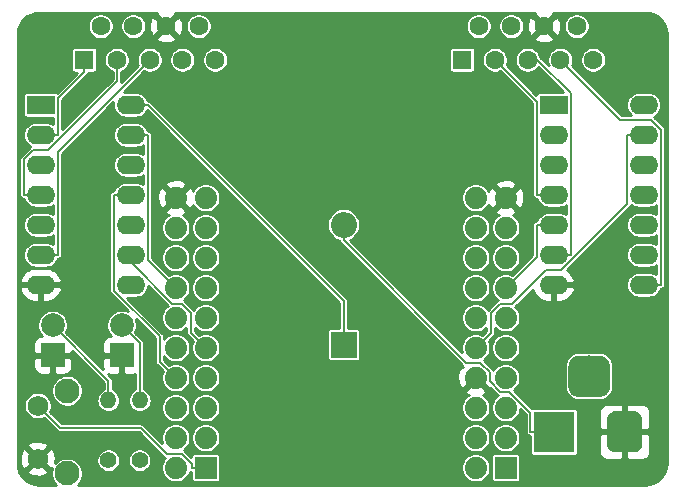
<source format=gbl>
G04 #@! TF.GenerationSoftware,KiCad,Pcbnew,(5.1.0-0)*
G04 #@! TF.CreationDate,2019-03-15T08:32:39-07:00*
G04 #@! TF.ProjectId,unijoysticle,756e696a-6f79-4737-9469-636c652e6b69,rev?*
G04 #@! TF.SameCoordinates,Original*
G04 #@! TF.FileFunction,Copper,L2,Bot*
G04 #@! TF.FilePolarity,Positive*
%FSLAX46Y46*%
G04 Gerber Fmt 4.6, Leading zero omitted, Abs format (unit mm)*
G04 Created by KiCad (PCBNEW (5.1.0-0)) date 2019-03-15 08:32:39*
%MOMM*%
%LPD*%
G04 APERTURE LIST*
%ADD10C,2.000000*%
%ADD11R,2.000000X2.000000*%
%ADD12C,2.100000*%
%ADD13C,1.750000*%
%ADD14C,1.879600*%
%ADD15R,1.879600X1.879600*%
%ADD16R,1.600000X1.600000*%
%ADD17C,1.600000*%
%ADD18R,2.200000X2.200000*%
%ADD19O,2.200000X2.200000*%
%ADD20O,1.400000X1.400000*%
%ADD21C,1.400000*%
%ADD22O,2.400000X1.600000*%
%ADD23R,2.400000X1.600000*%
%ADD24C,0.100000*%
%ADD25C,3.500000*%
%ADD26C,3.000000*%
%ADD27R,3.500000X3.500000*%
%ADD28C,0.152400*%
%ADD29C,0.254000*%
G04 APERTURE END LIST*
D10*
X118110000Y-101727000D03*
D11*
X118110000Y-104267000D03*
D12*
X119330000Y-107270000D03*
D13*
X116840000Y-108530000D03*
X116840000Y-113030000D03*
D12*
X119330000Y-114280000D03*
D14*
X128524000Y-113792000D03*
X128524000Y-111252000D03*
X128524000Y-108712000D03*
X128524000Y-106172000D03*
X128524000Y-103632000D03*
X128524000Y-101092000D03*
X128524000Y-98552000D03*
X128524000Y-96012000D03*
X128524000Y-93472000D03*
X128524000Y-90932000D03*
D15*
X131064000Y-113792000D03*
D14*
X131064000Y-111252000D03*
X131064000Y-108712000D03*
X131064000Y-106172000D03*
X131064000Y-103632000D03*
X131064000Y-101092000D03*
X131064000Y-98552000D03*
X131064000Y-96012000D03*
X131064000Y-93472000D03*
X131064000Y-90932000D03*
X153924000Y-90932000D03*
X153924000Y-93472000D03*
X153924000Y-96012000D03*
X153924000Y-98552000D03*
X153924000Y-101092000D03*
X153924000Y-103632000D03*
X153924000Y-106172000D03*
X153924000Y-108712000D03*
X153924000Y-111252000D03*
X153924000Y-113792000D03*
X156464000Y-90932000D03*
X156464000Y-93472000D03*
X156464000Y-96012000D03*
X156464000Y-98552000D03*
X156464000Y-101092000D03*
X156464000Y-103632000D03*
X156464000Y-106172000D03*
X156464000Y-108712000D03*
X156464000Y-111252000D03*
D15*
X156464000Y-113792000D03*
D16*
X120777000Y-79248000D03*
D17*
X123547000Y-79248000D03*
X126317000Y-79248000D03*
X129087000Y-79248000D03*
X131857000Y-79248000D03*
X122162000Y-76408000D03*
X124932000Y-76408000D03*
X127702000Y-76408000D03*
X130472000Y-76408000D03*
D18*
X142748000Y-103378000D03*
D19*
X142748000Y-93218000D03*
D20*
X125476000Y-108077000D03*
D21*
X125476000Y-113157000D03*
X122809000Y-113157000D03*
D20*
X122809000Y-108077000D03*
D22*
X168148000Y-83058000D03*
X160528000Y-98298000D03*
X168148000Y-85598000D03*
X160528000Y-95758000D03*
X168148000Y-88138000D03*
X160528000Y-93218000D03*
X168148000Y-90678000D03*
X160528000Y-90678000D03*
X168148000Y-93218000D03*
X160528000Y-88138000D03*
X168148000Y-95758000D03*
X160528000Y-85598000D03*
X168148000Y-98298000D03*
D23*
X160528000Y-83058000D03*
X117094000Y-83058000D03*
D22*
X124714000Y-98298000D03*
X117094000Y-85598000D03*
X124714000Y-95758000D03*
X117094000Y-88138000D03*
X124714000Y-93218000D03*
X117094000Y-90678000D03*
X124714000Y-90678000D03*
X117094000Y-93218000D03*
X124714000Y-88138000D03*
X117094000Y-95758000D03*
X124714000Y-85598000D03*
X117094000Y-98298000D03*
X124714000Y-83058000D03*
D10*
X123952000Y-101727000D03*
D11*
X123952000Y-104267000D03*
D16*
X152781000Y-79248000D03*
D17*
X155551000Y-79248000D03*
X158321000Y-79248000D03*
X161091000Y-79248000D03*
X163861000Y-79248000D03*
X154166000Y-76408000D03*
X156936000Y-76408000D03*
X159706000Y-76408000D03*
X162476000Y-76408000D03*
D24*
G36*
X164488765Y-104298213D02*
G01*
X164573704Y-104310813D01*
X164656999Y-104331677D01*
X164737848Y-104360605D01*
X164815472Y-104397319D01*
X164889124Y-104441464D01*
X164958094Y-104492616D01*
X165021718Y-104550282D01*
X165079384Y-104613906D01*
X165130536Y-104682876D01*
X165174681Y-104756528D01*
X165211395Y-104834152D01*
X165240323Y-104915001D01*
X165261187Y-104998296D01*
X165273787Y-105083235D01*
X165278000Y-105169000D01*
X165278000Y-106919000D01*
X165273787Y-107004765D01*
X165261187Y-107089704D01*
X165240323Y-107172999D01*
X165211395Y-107253848D01*
X165174681Y-107331472D01*
X165130536Y-107405124D01*
X165079384Y-107474094D01*
X165021718Y-107537718D01*
X164958094Y-107595384D01*
X164889124Y-107646536D01*
X164815472Y-107690681D01*
X164737848Y-107727395D01*
X164656999Y-107756323D01*
X164573704Y-107777187D01*
X164488765Y-107789787D01*
X164403000Y-107794000D01*
X162653000Y-107794000D01*
X162567235Y-107789787D01*
X162482296Y-107777187D01*
X162399001Y-107756323D01*
X162318152Y-107727395D01*
X162240528Y-107690681D01*
X162166876Y-107646536D01*
X162097906Y-107595384D01*
X162034282Y-107537718D01*
X161976616Y-107474094D01*
X161925464Y-107405124D01*
X161881319Y-107331472D01*
X161844605Y-107253848D01*
X161815677Y-107172999D01*
X161794813Y-107089704D01*
X161782213Y-107004765D01*
X161778000Y-106919000D01*
X161778000Y-105169000D01*
X161782213Y-105083235D01*
X161794813Y-104998296D01*
X161815677Y-104915001D01*
X161844605Y-104834152D01*
X161881319Y-104756528D01*
X161925464Y-104682876D01*
X161976616Y-104613906D01*
X162034282Y-104550282D01*
X162097906Y-104492616D01*
X162166876Y-104441464D01*
X162240528Y-104397319D01*
X162318152Y-104360605D01*
X162399001Y-104331677D01*
X162482296Y-104310813D01*
X162567235Y-104298213D01*
X162653000Y-104294000D01*
X164403000Y-104294000D01*
X164488765Y-104298213D01*
X164488765Y-104298213D01*
G37*
D25*
X163528000Y-106044000D03*
D24*
G36*
X167351513Y-108997611D02*
G01*
X167424318Y-109008411D01*
X167495714Y-109026295D01*
X167565013Y-109051090D01*
X167631548Y-109082559D01*
X167694678Y-109120398D01*
X167753795Y-109164242D01*
X167808330Y-109213670D01*
X167857758Y-109268205D01*
X167901602Y-109327322D01*
X167939441Y-109390452D01*
X167970910Y-109456987D01*
X167995705Y-109526286D01*
X168013589Y-109597682D01*
X168024389Y-109670487D01*
X168028000Y-109744000D01*
X168028000Y-111744000D01*
X168024389Y-111817513D01*
X168013589Y-111890318D01*
X167995705Y-111961714D01*
X167970910Y-112031013D01*
X167939441Y-112097548D01*
X167901602Y-112160678D01*
X167857758Y-112219795D01*
X167808330Y-112274330D01*
X167753795Y-112323758D01*
X167694678Y-112367602D01*
X167631548Y-112405441D01*
X167565013Y-112436910D01*
X167495714Y-112461705D01*
X167424318Y-112479589D01*
X167351513Y-112490389D01*
X167278000Y-112494000D01*
X165778000Y-112494000D01*
X165704487Y-112490389D01*
X165631682Y-112479589D01*
X165560286Y-112461705D01*
X165490987Y-112436910D01*
X165424452Y-112405441D01*
X165361322Y-112367602D01*
X165302205Y-112323758D01*
X165247670Y-112274330D01*
X165198242Y-112219795D01*
X165154398Y-112160678D01*
X165116559Y-112097548D01*
X165085090Y-112031013D01*
X165060295Y-111961714D01*
X165042411Y-111890318D01*
X165031611Y-111817513D01*
X165028000Y-111744000D01*
X165028000Y-109744000D01*
X165031611Y-109670487D01*
X165042411Y-109597682D01*
X165060295Y-109526286D01*
X165085090Y-109456987D01*
X165116559Y-109390452D01*
X165154398Y-109327322D01*
X165198242Y-109268205D01*
X165247670Y-109213670D01*
X165302205Y-109164242D01*
X165361322Y-109120398D01*
X165424452Y-109082559D01*
X165490987Y-109051090D01*
X165560286Y-109026295D01*
X165631682Y-109008411D01*
X165704487Y-108997611D01*
X165778000Y-108994000D01*
X167278000Y-108994000D01*
X167351513Y-108997611D01*
X167351513Y-108997611D01*
G37*
D26*
X166528000Y-110744000D03*
D27*
X160528000Y-110744000D03*
D28*
X124714000Y-85598000D02*
X126142900Y-85598000D01*
X126142900Y-85598000D02*
X126142900Y-96170900D01*
X126142900Y-96170900D02*
X128524000Y-98552000D01*
X168148000Y-85598000D02*
X166719100Y-85598000D01*
X166719100Y-85598000D02*
X166719100Y-91436100D01*
X166719100Y-91436100D02*
X161127200Y-97028000D01*
X161127200Y-97028000D02*
X159897900Y-97028000D01*
X159897900Y-97028000D02*
X157002700Y-99923200D01*
X157002700Y-99923200D02*
X155957000Y-99923200D01*
X155957000Y-99923200D02*
X155194000Y-100686200D01*
X155194000Y-100686200D02*
X155194000Y-102362000D01*
X155194000Y-102362000D02*
X153924000Y-103632000D01*
X160528000Y-93218000D02*
X159099100Y-93218000D01*
X159099100Y-93218000D02*
X159099100Y-95916900D01*
X159099100Y-95916900D02*
X156464000Y-98552000D01*
X124714000Y-90678000D02*
X123285100Y-90678000D01*
X123285100Y-90678000D02*
X123285100Y-98798400D01*
X123285100Y-98798400D02*
X127152800Y-102666100D01*
X127152800Y-102666100D02*
X127152800Y-104800800D01*
X127152800Y-104800800D02*
X128524000Y-106172000D01*
X124714000Y-95758000D02*
X124714000Y-96404500D01*
X124714000Y-96404500D02*
X128232700Y-99923200D01*
X128232700Y-99923200D02*
X129031000Y-99923200D01*
X129031000Y-99923200D02*
X129794000Y-100686200D01*
X129794000Y-100686200D02*
X129794000Y-102362000D01*
X129794000Y-102362000D02*
X131064000Y-103632000D01*
X120777000Y-79248000D02*
X120777000Y-80276900D01*
X117094000Y-85598000D02*
X118522900Y-85598000D01*
X118522900Y-85598000D02*
X118522900Y-82531000D01*
X118522900Y-82531000D02*
X120777000Y-80276900D01*
X117094000Y-95758000D02*
X118522900Y-95758000D01*
X118522900Y-95758000D02*
X118522900Y-87042100D01*
X118522900Y-87042100D02*
X126317000Y-79248000D01*
X117094000Y-90678000D02*
X115665100Y-90678000D01*
X115665100Y-90678000D02*
X115665100Y-87679000D01*
X115665100Y-87679000D02*
X116473400Y-86870700D01*
X116473400Y-86870700D02*
X117696400Y-86870700D01*
X117696400Y-86870700D02*
X123547000Y-81020100D01*
X123547000Y-81020100D02*
X123547000Y-79248000D01*
X160528000Y-95758000D02*
X161956900Y-95758000D01*
X161956900Y-95758000D02*
X161956900Y-82103800D01*
X161956900Y-82103800D02*
X159101100Y-79248000D01*
X159101100Y-79248000D02*
X158321000Y-79248000D01*
X160528000Y-90678000D02*
X159099100Y-90678000D01*
X159099100Y-90678000D02*
X159099100Y-82796100D01*
X159099100Y-82796100D02*
X155551000Y-79248000D01*
X168148000Y-98298000D02*
X169576900Y-98298000D01*
X169576900Y-98298000D02*
X169576900Y-85170700D01*
X169576900Y-85170700D02*
X168734200Y-84328000D01*
X168734200Y-84328000D02*
X166171000Y-84328000D01*
X166171000Y-84328000D02*
X161091000Y-79248000D01*
X122809000Y-108077000D02*
X122809000Y-106426000D01*
X122809000Y-106426000D02*
X118110000Y-101727000D01*
X126142900Y-83058000D02*
X142748000Y-99663100D01*
X142748000Y-99663100D02*
X142748000Y-103378000D01*
X124714000Y-83058000D02*
X126142900Y-83058000D01*
X131064000Y-113792000D02*
X129895300Y-113792000D01*
X129895300Y-113792000D02*
X129895300Y-113499700D01*
X129895300Y-113499700D02*
X129018900Y-112623300D01*
X129018900Y-112623300D02*
X127750500Y-112623300D01*
X127750500Y-112623300D02*
X125545000Y-110417800D01*
X125545000Y-110417800D02*
X118727800Y-110417800D01*
X118727800Y-110417800D02*
X116840000Y-108530000D01*
X125476000Y-108077000D02*
X125476000Y-103251000D01*
X125476000Y-103251000D02*
X123952000Y-101727000D01*
X142748000Y-93218000D02*
X142748000Y-94546900D01*
X160528000Y-110744000D02*
X158549100Y-110744000D01*
X158549100Y-110744000D02*
X158549100Y-109130000D01*
X158549100Y-109130000D02*
X156759900Y-107340800D01*
X156759900Y-107340800D02*
X155957000Y-107340800D01*
X155957000Y-107340800D02*
X155092800Y-106476600D01*
X155092800Y-106476600D02*
X155092800Y-105665000D01*
X155092800Y-105665000D02*
X154329800Y-104902000D01*
X154329800Y-104902000D02*
X153103100Y-104902000D01*
X153103100Y-104902000D02*
X142748000Y-94546900D01*
D29*
G36*
X126888903Y-75415298D02*
G01*
X127702000Y-76228395D01*
X128515097Y-75415298D01*
X128474519Y-75277000D01*
X158933481Y-75277000D01*
X158892903Y-75415298D01*
X159706000Y-76228395D01*
X160519097Y-75415298D01*
X160478519Y-75277000D01*
X168258028Y-75277000D01*
X168626629Y-75313142D01*
X168964865Y-75415261D01*
X169276823Y-75581132D01*
X169550625Y-75804440D01*
X169775836Y-76076672D01*
X169943882Y-76387467D01*
X170048361Y-76724983D01*
X170087000Y-77092615D01*
X170087001Y-113394018D01*
X170050858Y-113762629D01*
X169948739Y-114100864D01*
X169782867Y-114412825D01*
X169559560Y-114686625D01*
X169287328Y-114911836D01*
X168976533Y-115079882D01*
X168639017Y-115184361D01*
X168271385Y-115223000D01*
X120291947Y-115223000D01*
X120376284Y-115138663D01*
X120523696Y-114918044D01*
X120625236Y-114672906D01*
X120677000Y-114412668D01*
X120677000Y-114147332D01*
X120625236Y-113887094D01*
X120523696Y-113641956D01*
X120376284Y-113421337D01*
X120188663Y-113233716D01*
X119968044Y-113086304D01*
X119901654Y-113058804D01*
X121812000Y-113058804D01*
X121812000Y-113255196D01*
X121850314Y-113447814D01*
X121925470Y-113629257D01*
X122034580Y-113792550D01*
X122173450Y-113931420D01*
X122336743Y-114040530D01*
X122518186Y-114115686D01*
X122710804Y-114154000D01*
X122907196Y-114154000D01*
X123099814Y-114115686D01*
X123281257Y-114040530D01*
X123444550Y-113931420D01*
X123583420Y-113792550D01*
X123692530Y-113629257D01*
X123767686Y-113447814D01*
X123806000Y-113255196D01*
X123806000Y-113058804D01*
X124479000Y-113058804D01*
X124479000Y-113255196D01*
X124517314Y-113447814D01*
X124592470Y-113629257D01*
X124701580Y-113792550D01*
X124840450Y-113931420D01*
X125003743Y-114040530D01*
X125185186Y-114115686D01*
X125377804Y-114154000D01*
X125574196Y-114154000D01*
X125766814Y-114115686D01*
X125948257Y-114040530D01*
X126111550Y-113931420D01*
X126250420Y-113792550D01*
X126359530Y-113629257D01*
X126434686Y-113447814D01*
X126473000Y-113255196D01*
X126473000Y-113058804D01*
X126434686Y-112866186D01*
X126359530Y-112684743D01*
X126250420Y-112521450D01*
X126111550Y-112382580D01*
X125948257Y-112273470D01*
X125766814Y-112198314D01*
X125574196Y-112160000D01*
X125377804Y-112160000D01*
X125185186Y-112198314D01*
X125003743Y-112273470D01*
X124840450Y-112382580D01*
X124701580Y-112521450D01*
X124592470Y-112684743D01*
X124517314Y-112866186D01*
X124479000Y-113058804D01*
X123806000Y-113058804D01*
X123767686Y-112866186D01*
X123692530Y-112684743D01*
X123583420Y-112521450D01*
X123444550Y-112382580D01*
X123281257Y-112273470D01*
X123099814Y-112198314D01*
X122907196Y-112160000D01*
X122710804Y-112160000D01*
X122518186Y-112198314D01*
X122336743Y-112273470D01*
X122173450Y-112382580D01*
X122034580Y-112521450D01*
X121925470Y-112684743D01*
X121850314Y-112866186D01*
X121812000Y-113058804D01*
X119901654Y-113058804D01*
X119722906Y-112984764D01*
X119462668Y-112933000D01*
X119197332Y-112933000D01*
X118937094Y-112984764D01*
X118691956Y-113086304D01*
X118471337Y-113233716D01*
X118303603Y-113401450D01*
X118339855Y-113259474D01*
X118355804Y-112962457D01*
X118313501Y-112668037D01*
X118214572Y-112387526D01*
X118137868Y-112244025D01*
X117886240Y-112163365D01*
X117019605Y-113030000D01*
X117886240Y-113896635D01*
X118052947Y-113843197D01*
X118034764Y-113887094D01*
X117983000Y-114147332D01*
X117983000Y-114412668D01*
X118034764Y-114672906D01*
X118136304Y-114918044D01*
X118283716Y-115138663D01*
X118368053Y-115223000D01*
X116983972Y-115223000D01*
X116615371Y-115186858D01*
X116277136Y-115084739D01*
X115965175Y-114918867D01*
X115691375Y-114695560D01*
X115466164Y-114423328D01*
X115298118Y-114112533D01*
X115286884Y-114076240D01*
X115973365Y-114076240D01*
X116054025Y-114327868D01*
X116322329Y-114456267D01*
X116610526Y-114529855D01*
X116907543Y-114545804D01*
X117201963Y-114503501D01*
X117482474Y-114404572D01*
X117625975Y-114327868D01*
X117706635Y-114076240D01*
X116840000Y-113209605D01*
X115973365Y-114076240D01*
X115286884Y-114076240D01*
X115193639Y-113775017D01*
X115155000Y-113407385D01*
X115155000Y-113097543D01*
X115324196Y-113097543D01*
X115366499Y-113391963D01*
X115465428Y-113672474D01*
X115542132Y-113815975D01*
X115793760Y-113896635D01*
X116660395Y-113030000D01*
X115793760Y-112163365D01*
X115542132Y-112244025D01*
X115413733Y-112512329D01*
X115340145Y-112800526D01*
X115324196Y-113097543D01*
X115155000Y-113097543D01*
X115155000Y-111983760D01*
X115973365Y-111983760D01*
X116840000Y-112850395D01*
X117706635Y-111983760D01*
X117625975Y-111732132D01*
X117357671Y-111603733D01*
X117069474Y-111530145D01*
X116772457Y-111514196D01*
X116478037Y-111556499D01*
X116197526Y-111655428D01*
X116054025Y-111732132D01*
X115973365Y-111983760D01*
X115155000Y-111983760D01*
X115155000Y-108414568D01*
X115668000Y-108414568D01*
X115668000Y-108645432D01*
X115713039Y-108871860D01*
X115801387Y-109085150D01*
X115929648Y-109277107D01*
X116092893Y-109440352D01*
X116284850Y-109568613D01*
X116498140Y-109656961D01*
X116724568Y-109702000D01*
X116955432Y-109702000D01*
X117181860Y-109656961D01*
X117363810Y-109581594D01*
X118450948Y-110668733D01*
X118462631Y-110682969D01*
X118519458Y-110729605D01*
X118584292Y-110764259D01*
X118654640Y-110785599D01*
X118727799Y-110792805D01*
X118746125Y-110791000D01*
X125390417Y-110791000D01*
X127473643Y-112874227D01*
X127485331Y-112888469D01*
X127542158Y-112935105D01*
X127600573Y-112966328D01*
X127563315Y-113003586D01*
X127427962Y-113206156D01*
X127334730Y-113431239D01*
X127287200Y-113670186D01*
X127287200Y-113913814D01*
X127334730Y-114152761D01*
X127427962Y-114377844D01*
X127563315Y-114580414D01*
X127735586Y-114752685D01*
X127938156Y-114888038D01*
X128163239Y-114981270D01*
X128402186Y-115028800D01*
X128645814Y-115028800D01*
X128884761Y-114981270D01*
X129109844Y-114888038D01*
X129312414Y-114752685D01*
X129484685Y-114580414D01*
X129620038Y-114377844D01*
X129713270Y-114152761D01*
X129719544Y-114121222D01*
X129751792Y-114138459D01*
X129822140Y-114159799D01*
X129825763Y-114160156D01*
X129825763Y-114731800D01*
X129831497Y-114790022D01*
X129848480Y-114846007D01*
X129876059Y-114897603D01*
X129913173Y-114942827D01*
X129958397Y-114979941D01*
X130009993Y-115007520D01*
X130065978Y-115024503D01*
X130124200Y-115030237D01*
X132003800Y-115030237D01*
X132062022Y-115024503D01*
X132118007Y-115007520D01*
X132169603Y-114979941D01*
X132214827Y-114942827D01*
X132251941Y-114897603D01*
X132279520Y-114846007D01*
X132296503Y-114790022D01*
X132302237Y-114731800D01*
X132302237Y-113670186D01*
X152687200Y-113670186D01*
X152687200Y-113913814D01*
X152734730Y-114152761D01*
X152827962Y-114377844D01*
X152963315Y-114580414D01*
X153135586Y-114752685D01*
X153338156Y-114888038D01*
X153563239Y-114981270D01*
X153802186Y-115028800D01*
X154045814Y-115028800D01*
X154284761Y-114981270D01*
X154509844Y-114888038D01*
X154712414Y-114752685D01*
X154884685Y-114580414D01*
X155020038Y-114377844D01*
X155113270Y-114152761D01*
X155160800Y-113913814D01*
X155160800Y-113670186D01*
X155113270Y-113431239D01*
X155020038Y-113206156D01*
X154884685Y-113003586D01*
X154733299Y-112852200D01*
X155225763Y-112852200D01*
X155225763Y-114731800D01*
X155231497Y-114790022D01*
X155248480Y-114846007D01*
X155276059Y-114897603D01*
X155313173Y-114942827D01*
X155358397Y-114979941D01*
X155409993Y-115007520D01*
X155465978Y-115024503D01*
X155524200Y-115030237D01*
X157403800Y-115030237D01*
X157462022Y-115024503D01*
X157518007Y-115007520D01*
X157569603Y-114979941D01*
X157614827Y-114942827D01*
X157651941Y-114897603D01*
X157679520Y-114846007D01*
X157696503Y-114790022D01*
X157702237Y-114731800D01*
X157702237Y-112852200D01*
X157696503Y-112793978D01*
X157679520Y-112737993D01*
X157651941Y-112686397D01*
X157614827Y-112641173D01*
X157569603Y-112604059D01*
X157518007Y-112576480D01*
X157462022Y-112559497D01*
X157403800Y-112553763D01*
X155524200Y-112553763D01*
X155465978Y-112559497D01*
X155409993Y-112576480D01*
X155358397Y-112604059D01*
X155313173Y-112641173D01*
X155276059Y-112686397D01*
X155248480Y-112737993D01*
X155231497Y-112793978D01*
X155225763Y-112852200D01*
X154733299Y-112852200D01*
X154712414Y-112831315D01*
X154509844Y-112695962D01*
X154284761Y-112602730D01*
X154045814Y-112555200D01*
X153802186Y-112555200D01*
X153563239Y-112602730D01*
X153338156Y-112695962D01*
X153135586Y-112831315D01*
X152963315Y-113003586D01*
X152827962Y-113206156D01*
X152734730Y-113431239D01*
X152687200Y-113670186D01*
X132302237Y-113670186D01*
X132302237Y-112852200D01*
X132296503Y-112793978D01*
X132279520Y-112737993D01*
X132251941Y-112686397D01*
X132214827Y-112641173D01*
X132169603Y-112604059D01*
X132118007Y-112576480D01*
X132062022Y-112559497D01*
X132003800Y-112553763D01*
X130124200Y-112553763D01*
X130065978Y-112559497D01*
X130009993Y-112576480D01*
X129958397Y-112604059D01*
X129913173Y-112641173D01*
X129876059Y-112686397D01*
X129848480Y-112737993D01*
X129831497Y-112793978D01*
X129825763Y-112852200D01*
X129825763Y-112902379D01*
X129295761Y-112372378D01*
X129284069Y-112358131D01*
X129227242Y-112311495D01*
X129192403Y-112292874D01*
X129312414Y-112212685D01*
X129484685Y-112040414D01*
X129620038Y-111837844D01*
X129713270Y-111612761D01*
X129760800Y-111373814D01*
X129760800Y-111130186D01*
X129827200Y-111130186D01*
X129827200Y-111373814D01*
X129874730Y-111612761D01*
X129967962Y-111837844D01*
X130103315Y-112040414D01*
X130275586Y-112212685D01*
X130478156Y-112348038D01*
X130703239Y-112441270D01*
X130942186Y-112488800D01*
X131185814Y-112488800D01*
X131424761Y-112441270D01*
X131649844Y-112348038D01*
X131852414Y-112212685D01*
X132024685Y-112040414D01*
X132160038Y-111837844D01*
X132253270Y-111612761D01*
X132300800Y-111373814D01*
X132300800Y-111130186D01*
X152687200Y-111130186D01*
X152687200Y-111373814D01*
X152734730Y-111612761D01*
X152827962Y-111837844D01*
X152963315Y-112040414D01*
X153135586Y-112212685D01*
X153338156Y-112348038D01*
X153563239Y-112441270D01*
X153802186Y-112488800D01*
X154045814Y-112488800D01*
X154284761Y-112441270D01*
X154509844Y-112348038D01*
X154712414Y-112212685D01*
X154884685Y-112040414D01*
X155020038Y-111837844D01*
X155113270Y-111612761D01*
X155160800Y-111373814D01*
X155160800Y-111130186D01*
X155227200Y-111130186D01*
X155227200Y-111373814D01*
X155274730Y-111612761D01*
X155367962Y-111837844D01*
X155503315Y-112040414D01*
X155675586Y-112212685D01*
X155878156Y-112348038D01*
X156103239Y-112441270D01*
X156342186Y-112488800D01*
X156585814Y-112488800D01*
X156824761Y-112441270D01*
X157049844Y-112348038D01*
X157252414Y-112212685D01*
X157424685Y-112040414D01*
X157560038Y-111837844D01*
X157653270Y-111612761D01*
X157700800Y-111373814D01*
X157700800Y-111130186D01*
X157653270Y-110891239D01*
X157560038Y-110666156D01*
X157424685Y-110463586D01*
X157252414Y-110291315D01*
X157049844Y-110155962D01*
X156824761Y-110062730D01*
X156585814Y-110015200D01*
X156342186Y-110015200D01*
X156103239Y-110062730D01*
X155878156Y-110155962D01*
X155675586Y-110291315D01*
X155503315Y-110463586D01*
X155367962Y-110666156D01*
X155274730Y-110891239D01*
X155227200Y-111130186D01*
X155160800Y-111130186D01*
X155113270Y-110891239D01*
X155020038Y-110666156D01*
X154884685Y-110463586D01*
X154712414Y-110291315D01*
X154509844Y-110155962D01*
X154284761Y-110062730D01*
X154045814Y-110015200D01*
X153802186Y-110015200D01*
X153563239Y-110062730D01*
X153338156Y-110155962D01*
X153135586Y-110291315D01*
X152963315Y-110463586D01*
X152827962Y-110666156D01*
X152734730Y-110891239D01*
X152687200Y-111130186D01*
X132300800Y-111130186D01*
X132253270Y-110891239D01*
X132160038Y-110666156D01*
X132024685Y-110463586D01*
X131852414Y-110291315D01*
X131649844Y-110155962D01*
X131424761Y-110062730D01*
X131185814Y-110015200D01*
X130942186Y-110015200D01*
X130703239Y-110062730D01*
X130478156Y-110155962D01*
X130275586Y-110291315D01*
X130103315Y-110463586D01*
X129967962Y-110666156D01*
X129874730Y-110891239D01*
X129827200Y-111130186D01*
X129760800Y-111130186D01*
X129713270Y-110891239D01*
X129620038Y-110666156D01*
X129484685Y-110463586D01*
X129312414Y-110291315D01*
X129109844Y-110155962D01*
X128884761Y-110062730D01*
X128645814Y-110015200D01*
X128402186Y-110015200D01*
X128163239Y-110062730D01*
X127938156Y-110155962D01*
X127735586Y-110291315D01*
X127563315Y-110463586D01*
X127427962Y-110666156D01*
X127334730Y-110891239D01*
X127287200Y-111130186D01*
X127287200Y-111373814D01*
X127334730Y-111612761D01*
X127382095Y-111727112D01*
X125821861Y-110166878D01*
X125810169Y-110152631D01*
X125753342Y-110105995D01*
X125688508Y-110071341D01*
X125618160Y-110050001D01*
X125563326Y-110044600D01*
X125563325Y-110044600D01*
X125545000Y-110042795D01*
X125526675Y-110044600D01*
X118882385Y-110044600D01*
X117891594Y-109053810D01*
X117966961Y-108871860D01*
X118012000Y-108645432D01*
X118012000Y-108414568D01*
X117966961Y-108188140D01*
X117878613Y-107974850D01*
X117750352Y-107782893D01*
X117587107Y-107619648D01*
X117395150Y-107491387D01*
X117181860Y-107403039D01*
X116955432Y-107358000D01*
X116724568Y-107358000D01*
X116498140Y-107403039D01*
X116284850Y-107491387D01*
X116092893Y-107619648D01*
X115929648Y-107782893D01*
X115801387Y-107974850D01*
X115713039Y-108188140D01*
X115668000Y-108414568D01*
X115155000Y-108414568D01*
X115155000Y-107137332D01*
X117983000Y-107137332D01*
X117983000Y-107402668D01*
X118034764Y-107662906D01*
X118136304Y-107908044D01*
X118283716Y-108128663D01*
X118471337Y-108316284D01*
X118691956Y-108463696D01*
X118937094Y-108565236D01*
X119197332Y-108617000D01*
X119462668Y-108617000D01*
X119722906Y-108565236D01*
X119968044Y-108463696D01*
X120188663Y-108316284D01*
X120376284Y-108128663D01*
X120523696Y-107908044D01*
X120625236Y-107662906D01*
X120677000Y-107402668D01*
X120677000Y-107137332D01*
X120625236Y-106877094D01*
X120523696Y-106631956D01*
X120376284Y-106411337D01*
X120188663Y-106223716D01*
X119968044Y-106076304D01*
X119722906Y-105974764D01*
X119462668Y-105923000D01*
X119197332Y-105923000D01*
X118937094Y-105974764D01*
X118691956Y-106076304D01*
X118471337Y-106223716D01*
X118283716Y-106411337D01*
X118136304Y-106631956D01*
X118034764Y-106877094D01*
X117983000Y-107137332D01*
X115155000Y-107137332D01*
X115155000Y-105267000D01*
X116471928Y-105267000D01*
X116484188Y-105391482D01*
X116520498Y-105511180D01*
X116579463Y-105621494D01*
X116658815Y-105718185D01*
X116755506Y-105797537D01*
X116865820Y-105856502D01*
X116985518Y-105892812D01*
X117110000Y-105905072D01*
X117824250Y-105902000D01*
X117983000Y-105743250D01*
X117983000Y-104394000D01*
X118237000Y-104394000D01*
X118237000Y-105743250D01*
X118395750Y-105902000D01*
X119110000Y-105905072D01*
X119234482Y-105892812D01*
X119354180Y-105856502D01*
X119464494Y-105797537D01*
X119561185Y-105718185D01*
X119640537Y-105621494D01*
X119699502Y-105511180D01*
X119735812Y-105391482D01*
X119748072Y-105267000D01*
X119745000Y-104552750D01*
X119586250Y-104394000D01*
X118237000Y-104394000D01*
X117983000Y-104394000D01*
X116633750Y-104394000D01*
X116475000Y-104552750D01*
X116471928Y-105267000D01*
X115155000Y-105267000D01*
X115155000Y-103267000D01*
X116471928Y-103267000D01*
X116475000Y-103981250D01*
X116633750Y-104140000D01*
X117983000Y-104140000D01*
X117983000Y-104120000D01*
X118237000Y-104120000D01*
X118237000Y-104140000D01*
X119586250Y-104140000D01*
X119745000Y-103981250D01*
X119745392Y-103890176D01*
X122435801Y-106580586D01*
X122435801Y-107148346D01*
X122425619Y-107151435D01*
X122252416Y-107244014D01*
X122100603Y-107368603D01*
X121976014Y-107520416D01*
X121883435Y-107693619D01*
X121826426Y-107881554D01*
X121807176Y-108077000D01*
X121826426Y-108272446D01*
X121883435Y-108460381D01*
X121976014Y-108633584D01*
X122100603Y-108785397D01*
X122252416Y-108909986D01*
X122425619Y-109002565D01*
X122613554Y-109059574D01*
X122760022Y-109074000D01*
X122857978Y-109074000D01*
X123004446Y-109059574D01*
X123192381Y-109002565D01*
X123365584Y-108909986D01*
X123517397Y-108785397D01*
X123641986Y-108633584D01*
X123734565Y-108460381D01*
X123791574Y-108272446D01*
X123810824Y-108077000D01*
X123791574Y-107881554D01*
X123734565Y-107693619D01*
X123641986Y-107520416D01*
X123517397Y-107368603D01*
X123365584Y-107244014D01*
X123192381Y-107151435D01*
X123182200Y-107148347D01*
X123182200Y-106444325D01*
X123184005Y-106426000D01*
X123176799Y-106352840D01*
X123155459Y-106282492D01*
X123124043Y-106223716D01*
X123120805Y-106217658D01*
X123074169Y-106160831D01*
X123059933Y-106149148D01*
X122793181Y-105882396D01*
X122827518Y-105892812D01*
X122952000Y-105905072D01*
X123666250Y-105902000D01*
X123825000Y-105743250D01*
X123825000Y-104394000D01*
X122475750Y-104394000D01*
X122317000Y-104552750D01*
X122313928Y-105267000D01*
X122326188Y-105391482D01*
X122336604Y-105425819D01*
X120177785Y-103267000D01*
X122313928Y-103267000D01*
X122317000Y-103981250D01*
X122475750Y-104140000D01*
X123825000Y-104140000D01*
X123825000Y-104120000D01*
X124079000Y-104120000D01*
X124079000Y-104140000D01*
X124099000Y-104140000D01*
X124099000Y-104394000D01*
X124079000Y-104394000D01*
X124079000Y-105743250D01*
X124237750Y-105902000D01*
X124952000Y-105905072D01*
X125076482Y-105892812D01*
X125102800Y-105884828D01*
X125102800Y-107148347D01*
X125092619Y-107151435D01*
X124919416Y-107244014D01*
X124767603Y-107368603D01*
X124643014Y-107520416D01*
X124550435Y-107693619D01*
X124493426Y-107881554D01*
X124474176Y-108077000D01*
X124493426Y-108272446D01*
X124550435Y-108460381D01*
X124643014Y-108633584D01*
X124767603Y-108785397D01*
X124919416Y-108909986D01*
X125092619Y-109002565D01*
X125280554Y-109059574D01*
X125427022Y-109074000D01*
X125524978Y-109074000D01*
X125671446Y-109059574D01*
X125859381Y-109002565D01*
X126032584Y-108909986D01*
X126184397Y-108785397D01*
X126308986Y-108633584D01*
X126332182Y-108590186D01*
X127287200Y-108590186D01*
X127287200Y-108833814D01*
X127334730Y-109072761D01*
X127427962Y-109297844D01*
X127563315Y-109500414D01*
X127735586Y-109672685D01*
X127938156Y-109808038D01*
X128163239Y-109901270D01*
X128402186Y-109948800D01*
X128645814Y-109948800D01*
X128884761Y-109901270D01*
X129109844Y-109808038D01*
X129312414Y-109672685D01*
X129484685Y-109500414D01*
X129620038Y-109297844D01*
X129713270Y-109072761D01*
X129760800Y-108833814D01*
X129760800Y-108590186D01*
X129827200Y-108590186D01*
X129827200Y-108833814D01*
X129874730Y-109072761D01*
X129967962Y-109297844D01*
X130103315Y-109500414D01*
X130275586Y-109672685D01*
X130478156Y-109808038D01*
X130703239Y-109901270D01*
X130942186Y-109948800D01*
X131185814Y-109948800D01*
X131424761Y-109901270D01*
X131649844Y-109808038D01*
X131852414Y-109672685D01*
X132024685Y-109500414D01*
X132160038Y-109297844D01*
X132253270Y-109072761D01*
X132300800Y-108833814D01*
X132300800Y-108590186D01*
X152687200Y-108590186D01*
X152687200Y-108833814D01*
X152734730Y-109072761D01*
X152827962Y-109297844D01*
X152963315Y-109500414D01*
X153135586Y-109672685D01*
X153338156Y-109808038D01*
X153563239Y-109901270D01*
X153802186Y-109948800D01*
X154045814Y-109948800D01*
X154284761Y-109901270D01*
X154509844Y-109808038D01*
X154712414Y-109672685D01*
X154884685Y-109500414D01*
X155020038Y-109297844D01*
X155113270Y-109072761D01*
X155160800Y-108833814D01*
X155160800Y-108590186D01*
X155113270Y-108351239D01*
X155020038Y-108126156D01*
X154884685Y-107923586D01*
X154712414Y-107751315D01*
X154529060Y-107628802D01*
X154589086Y-107607865D01*
X154748377Y-107522723D01*
X154836871Y-107264476D01*
X153924000Y-106351605D01*
X153011129Y-107264476D01*
X153099623Y-107522723D01*
X153319106Y-107628691D01*
X153135586Y-107751315D01*
X152963315Y-107923586D01*
X152827962Y-108126156D01*
X152734730Y-108351239D01*
X152687200Y-108590186D01*
X132300800Y-108590186D01*
X132253270Y-108351239D01*
X132160038Y-108126156D01*
X132024685Y-107923586D01*
X131852414Y-107751315D01*
X131649844Y-107615962D01*
X131424761Y-107522730D01*
X131185814Y-107475200D01*
X130942186Y-107475200D01*
X130703239Y-107522730D01*
X130478156Y-107615962D01*
X130275586Y-107751315D01*
X130103315Y-107923586D01*
X129967962Y-108126156D01*
X129874730Y-108351239D01*
X129827200Y-108590186D01*
X129760800Y-108590186D01*
X129713270Y-108351239D01*
X129620038Y-108126156D01*
X129484685Y-107923586D01*
X129312414Y-107751315D01*
X129109844Y-107615962D01*
X128884761Y-107522730D01*
X128645814Y-107475200D01*
X128402186Y-107475200D01*
X128163239Y-107522730D01*
X127938156Y-107615962D01*
X127735586Y-107751315D01*
X127563315Y-107923586D01*
X127427962Y-108126156D01*
X127334730Y-108351239D01*
X127287200Y-108590186D01*
X126332182Y-108590186D01*
X126401565Y-108460381D01*
X126458574Y-108272446D01*
X126477824Y-108077000D01*
X126458574Y-107881554D01*
X126401565Y-107693619D01*
X126308986Y-107520416D01*
X126184397Y-107368603D01*
X126032584Y-107244014D01*
X125859381Y-107151435D01*
X125849200Y-107148347D01*
X125849200Y-103269325D01*
X125851005Y-103250999D01*
X125843799Y-103177840D01*
X125833084Y-103142518D01*
X125822459Y-103107492D01*
X125787805Y-103042658D01*
X125741169Y-102985831D01*
X125726933Y-102974148D01*
X125098486Y-102345702D01*
X125101387Y-102341360D01*
X125199157Y-102105321D01*
X125249000Y-101854743D01*
X125249000Y-101599257D01*
X125199157Y-101348679D01*
X125122480Y-101163564D01*
X126779600Y-102820684D01*
X126779601Y-104782465D01*
X126777795Y-104800800D01*
X126785001Y-104873959D01*
X126806342Y-104944308D01*
X126826879Y-104982730D01*
X126840996Y-105009142D01*
X126887632Y-105065969D01*
X126901873Y-105077657D01*
X127422810Y-105598594D01*
X127334730Y-105811239D01*
X127287200Y-106050186D01*
X127287200Y-106293814D01*
X127334730Y-106532761D01*
X127427962Y-106757844D01*
X127563315Y-106960414D01*
X127735586Y-107132685D01*
X127938156Y-107268038D01*
X128163239Y-107361270D01*
X128402186Y-107408800D01*
X128645814Y-107408800D01*
X128884761Y-107361270D01*
X129109844Y-107268038D01*
X129312414Y-107132685D01*
X129484685Y-106960414D01*
X129620038Y-106757844D01*
X129713270Y-106532761D01*
X129760800Y-106293814D01*
X129760800Y-106050186D01*
X129827200Y-106050186D01*
X129827200Y-106293814D01*
X129874730Y-106532761D01*
X129967962Y-106757844D01*
X130103315Y-106960414D01*
X130275586Y-107132685D01*
X130478156Y-107268038D01*
X130703239Y-107361270D01*
X130942186Y-107408800D01*
X131185814Y-107408800D01*
X131424761Y-107361270D01*
X131649844Y-107268038D01*
X131852414Y-107132685D01*
X132024685Y-106960414D01*
X132160038Y-106757844D01*
X132253270Y-106532761D01*
X132300800Y-106293814D01*
X132300800Y-106050186D01*
X132253270Y-105811239D01*
X132160038Y-105586156D01*
X132024685Y-105383586D01*
X131852414Y-105211315D01*
X131649844Y-105075962D01*
X131424761Y-104982730D01*
X131185814Y-104935200D01*
X130942186Y-104935200D01*
X130703239Y-104982730D01*
X130478156Y-105075962D01*
X130275586Y-105211315D01*
X130103315Y-105383586D01*
X129967962Y-105586156D01*
X129874730Y-105811239D01*
X129827200Y-106050186D01*
X129760800Y-106050186D01*
X129713270Y-105811239D01*
X129620038Y-105586156D01*
X129484685Y-105383586D01*
X129312414Y-105211315D01*
X129109844Y-105075962D01*
X128884761Y-104982730D01*
X128645814Y-104935200D01*
X128402186Y-104935200D01*
X128163239Y-104982730D01*
X127950594Y-105070810D01*
X127526000Y-104646217D01*
X127526000Y-104364568D01*
X127563315Y-104420414D01*
X127735586Y-104592685D01*
X127938156Y-104728038D01*
X128163239Y-104821270D01*
X128402186Y-104868800D01*
X128645814Y-104868800D01*
X128884761Y-104821270D01*
X129109844Y-104728038D01*
X129312414Y-104592685D01*
X129484685Y-104420414D01*
X129620038Y-104217844D01*
X129713270Y-103992761D01*
X129760800Y-103753814D01*
X129760800Y-103510186D01*
X129713270Y-103271239D01*
X129620038Y-103046156D01*
X129484685Y-102843586D01*
X129312414Y-102671315D01*
X129109844Y-102535962D01*
X128884761Y-102442730D01*
X128645814Y-102395200D01*
X128402186Y-102395200D01*
X128163239Y-102442730D01*
X127938156Y-102535962D01*
X127735586Y-102671315D01*
X127563315Y-102843586D01*
X127526000Y-102899432D01*
X127526000Y-102684425D01*
X127527805Y-102666100D01*
X127520599Y-102592940D01*
X127499259Y-102522592D01*
X127464605Y-102457758D01*
X127452272Y-102442730D01*
X127417969Y-102400931D01*
X127403729Y-102389245D01*
X124409483Y-99395000D01*
X125167882Y-99395000D01*
X125329049Y-99379126D01*
X125535835Y-99316399D01*
X125726409Y-99214535D01*
X125893449Y-99077449D01*
X126030535Y-98910409D01*
X126132399Y-98719835D01*
X126195126Y-98513049D01*
X126204060Y-98422343D01*
X127841957Y-100060240D01*
X127735586Y-100131315D01*
X127563315Y-100303586D01*
X127427962Y-100506156D01*
X127334730Y-100731239D01*
X127287200Y-100970186D01*
X127287200Y-101213814D01*
X127334730Y-101452761D01*
X127427962Y-101677844D01*
X127563315Y-101880414D01*
X127735586Y-102052685D01*
X127938156Y-102188038D01*
X128163239Y-102281270D01*
X128402186Y-102328800D01*
X128645814Y-102328800D01*
X128884761Y-102281270D01*
X129109844Y-102188038D01*
X129312414Y-102052685D01*
X129420801Y-101944298D01*
X129420801Y-102343665D01*
X129418995Y-102362000D01*
X129426201Y-102435159D01*
X129428498Y-102442730D01*
X129447542Y-102505508D01*
X129482196Y-102570342D01*
X129528832Y-102627169D01*
X129543073Y-102638857D01*
X129962810Y-103058594D01*
X129874730Y-103271239D01*
X129827200Y-103510186D01*
X129827200Y-103753814D01*
X129874730Y-103992761D01*
X129967962Y-104217844D01*
X130103315Y-104420414D01*
X130275586Y-104592685D01*
X130478156Y-104728038D01*
X130703239Y-104821270D01*
X130942186Y-104868800D01*
X131185814Y-104868800D01*
X131424761Y-104821270D01*
X131649844Y-104728038D01*
X131852414Y-104592685D01*
X132024685Y-104420414D01*
X132160038Y-104217844D01*
X132253270Y-103992761D01*
X132300800Y-103753814D01*
X132300800Y-103510186D01*
X132253270Y-103271239D01*
X132160038Y-103046156D01*
X132024685Y-102843586D01*
X131852414Y-102671315D01*
X131649844Y-102535962D01*
X131424761Y-102442730D01*
X131185814Y-102395200D01*
X130942186Y-102395200D01*
X130703239Y-102442730D01*
X130490594Y-102530810D01*
X130167200Y-102207417D01*
X130167200Y-101944299D01*
X130275586Y-102052685D01*
X130478156Y-102188038D01*
X130703239Y-102281270D01*
X130942186Y-102328800D01*
X131185814Y-102328800D01*
X131424761Y-102281270D01*
X131649844Y-102188038D01*
X131852414Y-102052685D01*
X132024685Y-101880414D01*
X132160038Y-101677844D01*
X132253270Y-101452761D01*
X132300800Y-101213814D01*
X132300800Y-100970186D01*
X132253270Y-100731239D01*
X132160038Y-100506156D01*
X132024685Y-100303586D01*
X131852414Y-100131315D01*
X131649844Y-99995962D01*
X131424761Y-99902730D01*
X131185814Y-99855200D01*
X130942186Y-99855200D01*
X130703239Y-99902730D01*
X130478156Y-99995962D01*
X130275586Y-100131315D01*
X130103315Y-100303586D01*
X130037568Y-100401984D01*
X129307861Y-99672278D01*
X129296169Y-99658031D01*
X129239342Y-99611395D01*
X129197864Y-99589225D01*
X129312414Y-99512685D01*
X129484685Y-99340414D01*
X129620038Y-99137844D01*
X129713270Y-98912761D01*
X129760800Y-98673814D01*
X129760800Y-98430186D01*
X129827200Y-98430186D01*
X129827200Y-98673814D01*
X129874730Y-98912761D01*
X129967962Y-99137844D01*
X130103315Y-99340414D01*
X130275586Y-99512685D01*
X130478156Y-99648038D01*
X130703239Y-99741270D01*
X130942186Y-99788800D01*
X131185814Y-99788800D01*
X131424761Y-99741270D01*
X131649844Y-99648038D01*
X131852414Y-99512685D01*
X132024685Y-99340414D01*
X132160038Y-99137844D01*
X132253270Y-98912761D01*
X132300800Y-98673814D01*
X132300800Y-98430186D01*
X132253270Y-98191239D01*
X132160038Y-97966156D01*
X132024685Y-97763586D01*
X131852414Y-97591315D01*
X131649844Y-97455962D01*
X131424761Y-97362730D01*
X131185814Y-97315200D01*
X130942186Y-97315200D01*
X130703239Y-97362730D01*
X130478156Y-97455962D01*
X130275586Y-97591315D01*
X130103315Y-97763586D01*
X129967962Y-97966156D01*
X129874730Y-98191239D01*
X129827200Y-98430186D01*
X129760800Y-98430186D01*
X129713270Y-98191239D01*
X129620038Y-97966156D01*
X129484685Y-97763586D01*
X129312414Y-97591315D01*
X129109844Y-97455962D01*
X128884761Y-97362730D01*
X128645814Y-97315200D01*
X128402186Y-97315200D01*
X128163239Y-97362730D01*
X127950594Y-97450810D01*
X126516100Y-96016317D01*
X126516100Y-95890186D01*
X127287200Y-95890186D01*
X127287200Y-96133814D01*
X127334730Y-96372761D01*
X127427962Y-96597844D01*
X127563315Y-96800414D01*
X127735586Y-96972685D01*
X127938156Y-97108038D01*
X128163239Y-97201270D01*
X128402186Y-97248800D01*
X128645814Y-97248800D01*
X128884761Y-97201270D01*
X129109844Y-97108038D01*
X129312414Y-96972685D01*
X129484685Y-96800414D01*
X129620038Y-96597844D01*
X129713270Y-96372761D01*
X129760800Y-96133814D01*
X129760800Y-95890186D01*
X129827200Y-95890186D01*
X129827200Y-96133814D01*
X129874730Y-96372761D01*
X129967962Y-96597844D01*
X130103315Y-96800414D01*
X130275586Y-96972685D01*
X130478156Y-97108038D01*
X130703239Y-97201270D01*
X130942186Y-97248800D01*
X131185814Y-97248800D01*
X131424761Y-97201270D01*
X131649844Y-97108038D01*
X131852414Y-96972685D01*
X132024685Y-96800414D01*
X132160038Y-96597844D01*
X132253270Y-96372761D01*
X132300800Y-96133814D01*
X132300800Y-95890186D01*
X132253270Y-95651239D01*
X132160038Y-95426156D01*
X132024685Y-95223586D01*
X131852414Y-95051315D01*
X131649844Y-94915962D01*
X131424761Y-94822730D01*
X131185814Y-94775200D01*
X130942186Y-94775200D01*
X130703239Y-94822730D01*
X130478156Y-94915962D01*
X130275586Y-95051315D01*
X130103315Y-95223586D01*
X129967962Y-95426156D01*
X129874730Y-95651239D01*
X129827200Y-95890186D01*
X129760800Y-95890186D01*
X129713270Y-95651239D01*
X129620038Y-95426156D01*
X129484685Y-95223586D01*
X129312414Y-95051315D01*
X129109844Y-94915962D01*
X128884761Y-94822730D01*
X128645814Y-94775200D01*
X128402186Y-94775200D01*
X128163239Y-94822730D01*
X127938156Y-94915962D01*
X127735586Y-95051315D01*
X127563315Y-95223586D01*
X127427962Y-95426156D01*
X127334730Y-95651239D01*
X127287200Y-95890186D01*
X126516100Y-95890186D01*
X126516100Y-93350186D01*
X127287200Y-93350186D01*
X127287200Y-93593814D01*
X127334730Y-93832761D01*
X127427962Y-94057844D01*
X127563315Y-94260414D01*
X127735586Y-94432685D01*
X127938156Y-94568038D01*
X128163239Y-94661270D01*
X128402186Y-94708800D01*
X128645814Y-94708800D01*
X128884761Y-94661270D01*
X129109844Y-94568038D01*
X129312414Y-94432685D01*
X129484685Y-94260414D01*
X129620038Y-94057844D01*
X129713270Y-93832761D01*
X129760800Y-93593814D01*
X129760800Y-93350186D01*
X129827200Y-93350186D01*
X129827200Y-93593814D01*
X129874730Y-93832761D01*
X129967962Y-94057844D01*
X130103315Y-94260414D01*
X130275586Y-94432685D01*
X130478156Y-94568038D01*
X130703239Y-94661270D01*
X130942186Y-94708800D01*
X131185814Y-94708800D01*
X131424761Y-94661270D01*
X131649844Y-94568038D01*
X131852414Y-94432685D01*
X132024685Y-94260414D01*
X132160038Y-94057844D01*
X132253270Y-93832761D01*
X132300800Y-93593814D01*
X132300800Y-93350186D01*
X132253270Y-93111239D01*
X132160038Y-92886156D01*
X132024685Y-92683586D01*
X131852414Y-92511315D01*
X131649844Y-92375962D01*
X131424761Y-92282730D01*
X131185814Y-92235200D01*
X130942186Y-92235200D01*
X130703239Y-92282730D01*
X130478156Y-92375962D01*
X130275586Y-92511315D01*
X130103315Y-92683586D01*
X129967962Y-92886156D01*
X129874730Y-93111239D01*
X129827200Y-93350186D01*
X129760800Y-93350186D01*
X129713270Y-93111239D01*
X129620038Y-92886156D01*
X129484685Y-92683586D01*
X129312414Y-92511315D01*
X129129060Y-92388802D01*
X129189086Y-92367865D01*
X129348377Y-92282723D01*
X129436871Y-92024476D01*
X128524000Y-91111605D01*
X127611129Y-92024476D01*
X127699623Y-92282723D01*
X127919106Y-92388691D01*
X127735586Y-92511315D01*
X127563315Y-92683586D01*
X127427962Y-92886156D01*
X127334730Y-93111239D01*
X127287200Y-93350186D01*
X126516100Y-93350186D01*
X126516100Y-90996977D01*
X126942916Y-90996977D01*
X126985973Y-91304184D01*
X127088135Y-91597086D01*
X127173277Y-91756377D01*
X127431524Y-91844871D01*
X128344395Y-90932000D01*
X128703605Y-90932000D01*
X129616476Y-91844871D01*
X129874723Y-91756377D01*
X129980691Y-91536894D01*
X130103315Y-91720414D01*
X130275586Y-91892685D01*
X130478156Y-92028038D01*
X130703239Y-92121270D01*
X130942186Y-92168800D01*
X131185814Y-92168800D01*
X131424761Y-92121270D01*
X131649844Y-92028038D01*
X131852414Y-91892685D01*
X132024685Y-91720414D01*
X132160038Y-91517844D01*
X132253270Y-91292761D01*
X132300800Y-91053814D01*
X132300800Y-90810186D01*
X132253270Y-90571239D01*
X132160038Y-90346156D01*
X132024685Y-90143586D01*
X131852414Y-89971315D01*
X131649844Y-89835962D01*
X131424761Y-89742730D01*
X131185814Y-89695200D01*
X130942186Y-89695200D01*
X130703239Y-89742730D01*
X130478156Y-89835962D01*
X130275586Y-89971315D01*
X130103315Y-90143586D01*
X129980802Y-90326940D01*
X129959865Y-90266914D01*
X129874723Y-90107623D01*
X129616476Y-90019129D01*
X128703605Y-90932000D01*
X128344395Y-90932000D01*
X127431524Y-90019129D01*
X127173277Y-90107623D01*
X127038403Y-90386976D01*
X126960619Y-90687275D01*
X126942916Y-90996977D01*
X126516100Y-90996977D01*
X126516100Y-89839524D01*
X127611129Y-89839524D01*
X128524000Y-90752395D01*
X129436871Y-89839524D01*
X129348377Y-89581277D01*
X129069024Y-89446403D01*
X128768725Y-89368619D01*
X128459023Y-89350916D01*
X128151816Y-89393973D01*
X127858914Y-89496135D01*
X127699623Y-89581277D01*
X127611129Y-89839524D01*
X126516100Y-89839524D01*
X126516100Y-85616325D01*
X126517905Y-85598000D01*
X126510699Y-85524840D01*
X126489359Y-85454492D01*
X126454705Y-85389658D01*
X126408069Y-85332831D01*
X126351242Y-85286195D01*
X126286408Y-85251541D01*
X126216060Y-85230201D01*
X126161226Y-85224800D01*
X126161225Y-85224800D01*
X126146719Y-85223371D01*
X126132399Y-85176165D01*
X126030535Y-84985591D01*
X125893449Y-84818551D01*
X125726409Y-84681465D01*
X125535835Y-84579601D01*
X125329049Y-84516874D01*
X125167882Y-84501000D01*
X124260118Y-84501000D01*
X124098951Y-84516874D01*
X123892165Y-84579601D01*
X123701591Y-84681465D01*
X123534551Y-84818551D01*
X123397465Y-84985591D01*
X123295601Y-85176165D01*
X123232874Y-85382951D01*
X123211693Y-85598000D01*
X123232874Y-85813049D01*
X123295601Y-86019835D01*
X123397465Y-86210409D01*
X123534551Y-86377449D01*
X123701591Y-86514535D01*
X123892165Y-86616399D01*
X124098951Y-86679126D01*
X124260118Y-86695000D01*
X125167882Y-86695000D01*
X125329049Y-86679126D01*
X125535835Y-86616399D01*
X125726409Y-86514535D01*
X125769700Y-86479007D01*
X125769700Y-87256993D01*
X125726409Y-87221465D01*
X125535835Y-87119601D01*
X125329049Y-87056874D01*
X125167882Y-87041000D01*
X124260118Y-87041000D01*
X124098951Y-87056874D01*
X123892165Y-87119601D01*
X123701591Y-87221465D01*
X123534551Y-87358551D01*
X123397465Y-87525591D01*
X123295601Y-87716165D01*
X123232874Y-87922951D01*
X123211693Y-88138000D01*
X123232874Y-88353049D01*
X123295601Y-88559835D01*
X123397465Y-88750409D01*
X123534551Y-88917449D01*
X123701591Y-89054535D01*
X123892165Y-89156399D01*
X124098951Y-89219126D01*
X124260118Y-89235000D01*
X125167882Y-89235000D01*
X125329049Y-89219126D01*
X125535835Y-89156399D01*
X125726409Y-89054535D01*
X125769700Y-89019007D01*
X125769700Y-89796993D01*
X125726409Y-89761465D01*
X125535835Y-89659601D01*
X125329049Y-89596874D01*
X125167882Y-89581000D01*
X124260118Y-89581000D01*
X124098951Y-89596874D01*
X123892165Y-89659601D01*
X123701591Y-89761465D01*
X123534551Y-89898551D01*
X123397465Y-90065591D01*
X123295601Y-90256165D01*
X123281281Y-90303371D01*
X123266774Y-90304800D01*
X123211940Y-90310201D01*
X123141592Y-90331541D01*
X123076758Y-90366195D01*
X123019931Y-90412831D01*
X122973295Y-90469658D01*
X122938641Y-90534492D01*
X122917301Y-90604840D01*
X122910095Y-90678000D01*
X122911900Y-90696325D01*
X122911901Y-98780065D01*
X122910095Y-98798400D01*
X122917301Y-98871559D01*
X122929800Y-98912761D01*
X122938642Y-98941908D01*
X122973296Y-99006742D01*
X123019932Y-99063569D01*
X123034174Y-99075257D01*
X124515437Y-100556520D01*
X124330321Y-100479843D01*
X124079743Y-100430000D01*
X123824257Y-100430000D01*
X123573679Y-100479843D01*
X123337640Y-100577613D01*
X123125210Y-100719554D01*
X122944554Y-100900210D01*
X122802613Y-101112640D01*
X122704843Y-101348679D01*
X122655000Y-101599257D01*
X122655000Y-101854743D01*
X122704843Y-102105321D01*
X122802613Y-102341360D01*
X122944554Y-102553790D01*
X123019984Y-102629220D01*
X122952000Y-102628928D01*
X122827518Y-102641188D01*
X122707820Y-102677498D01*
X122597506Y-102736463D01*
X122500815Y-102815815D01*
X122421463Y-102912506D01*
X122362498Y-103022820D01*
X122326188Y-103142518D01*
X122313928Y-103267000D01*
X120177785Y-103267000D01*
X119256486Y-102345702D01*
X119259387Y-102341360D01*
X119357157Y-102105321D01*
X119407000Y-101854743D01*
X119407000Y-101599257D01*
X119357157Y-101348679D01*
X119259387Y-101112640D01*
X119117446Y-100900210D01*
X118936790Y-100719554D01*
X118724360Y-100577613D01*
X118488321Y-100479843D01*
X118237743Y-100430000D01*
X117982257Y-100430000D01*
X117731679Y-100479843D01*
X117495640Y-100577613D01*
X117283210Y-100719554D01*
X117102554Y-100900210D01*
X116960613Y-101112640D01*
X116862843Y-101348679D01*
X116813000Y-101599257D01*
X116813000Y-101854743D01*
X116862843Y-102105321D01*
X116960613Y-102341360D01*
X117102554Y-102553790D01*
X117177984Y-102629220D01*
X117110000Y-102628928D01*
X116985518Y-102641188D01*
X116865820Y-102677498D01*
X116755506Y-102736463D01*
X116658815Y-102815815D01*
X116579463Y-102912506D01*
X116520498Y-103022820D01*
X116484188Y-103142518D01*
X116471928Y-103267000D01*
X115155000Y-103267000D01*
X115155000Y-98647039D01*
X115302096Y-98647039D01*
X115319633Y-98729818D01*
X115430285Y-98989646D01*
X115589500Y-99222895D01*
X115791161Y-99420601D01*
X116027517Y-99575166D01*
X116289486Y-99680650D01*
X116567000Y-99733000D01*
X116967000Y-99733000D01*
X116967000Y-98425000D01*
X117221000Y-98425000D01*
X117221000Y-99733000D01*
X117621000Y-99733000D01*
X117898514Y-99680650D01*
X118160483Y-99575166D01*
X118396839Y-99420601D01*
X118598500Y-99222895D01*
X118757715Y-98989646D01*
X118868367Y-98729818D01*
X118885904Y-98647039D01*
X118763915Y-98425000D01*
X117221000Y-98425000D01*
X116967000Y-98425000D01*
X115424085Y-98425000D01*
X115302096Y-98647039D01*
X115155000Y-98647039D01*
X115155000Y-97948961D01*
X115302096Y-97948961D01*
X115424085Y-98171000D01*
X116967000Y-98171000D01*
X116967000Y-98151000D01*
X117221000Y-98151000D01*
X117221000Y-98171000D01*
X118763915Y-98171000D01*
X118885904Y-97948961D01*
X118868367Y-97866182D01*
X118757715Y-97606354D01*
X118598500Y-97373105D01*
X118396839Y-97175399D01*
X118160483Y-97020834D01*
X117898514Y-96915350D01*
X117621000Y-96863000D01*
X116567000Y-96863000D01*
X116289486Y-96915350D01*
X116027517Y-97020834D01*
X115791161Y-97175399D01*
X115589500Y-97373105D01*
X115430285Y-97606354D01*
X115319633Y-97866182D01*
X115302096Y-97948961D01*
X115155000Y-97948961D01*
X115155000Y-87679000D01*
X115290095Y-87679000D01*
X115291901Y-87697335D01*
X115291900Y-90659674D01*
X115290095Y-90678000D01*
X115297301Y-90751160D01*
X115318641Y-90821508D01*
X115353295Y-90886342D01*
X115390765Y-90932000D01*
X115399931Y-90943169D01*
X115456758Y-90989805D01*
X115521592Y-91024459D01*
X115591940Y-91045799D01*
X115661281Y-91052629D01*
X115675601Y-91099835D01*
X115777465Y-91290409D01*
X115914551Y-91457449D01*
X116081591Y-91594535D01*
X116272165Y-91696399D01*
X116478951Y-91759126D01*
X116640118Y-91775000D01*
X117547882Y-91775000D01*
X117709049Y-91759126D01*
X117915835Y-91696399D01*
X118106409Y-91594535D01*
X118149700Y-91559007D01*
X118149700Y-92336993D01*
X118106409Y-92301465D01*
X117915835Y-92199601D01*
X117709049Y-92136874D01*
X117547882Y-92121000D01*
X116640118Y-92121000D01*
X116478951Y-92136874D01*
X116272165Y-92199601D01*
X116081591Y-92301465D01*
X115914551Y-92438551D01*
X115777465Y-92605591D01*
X115675601Y-92796165D01*
X115612874Y-93002951D01*
X115591693Y-93218000D01*
X115612874Y-93433049D01*
X115675601Y-93639835D01*
X115777465Y-93830409D01*
X115914551Y-93997449D01*
X116081591Y-94134535D01*
X116272165Y-94236399D01*
X116478951Y-94299126D01*
X116640118Y-94315000D01*
X117547882Y-94315000D01*
X117709049Y-94299126D01*
X117915835Y-94236399D01*
X118106409Y-94134535D01*
X118149700Y-94099007D01*
X118149700Y-94876993D01*
X118106409Y-94841465D01*
X117915835Y-94739601D01*
X117709049Y-94676874D01*
X117547882Y-94661000D01*
X116640118Y-94661000D01*
X116478951Y-94676874D01*
X116272165Y-94739601D01*
X116081591Y-94841465D01*
X115914551Y-94978551D01*
X115777465Y-95145591D01*
X115675601Y-95336165D01*
X115612874Y-95542951D01*
X115591693Y-95758000D01*
X115612874Y-95973049D01*
X115675601Y-96179835D01*
X115777465Y-96370409D01*
X115914551Y-96537449D01*
X116081591Y-96674535D01*
X116272165Y-96776399D01*
X116478951Y-96839126D01*
X116640118Y-96855000D01*
X117547882Y-96855000D01*
X117709049Y-96839126D01*
X117915835Y-96776399D01*
X118106409Y-96674535D01*
X118273449Y-96537449D01*
X118410535Y-96370409D01*
X118512399Y-96179835D01*
X118526719Y-96132629D01*
X118541225Y-96131200D01*
X118541226Y-96131200D01*
X118596060Y-96125799D01*
X118666408Y-96104459D01*
X118731242Y-96069805D01*
X118788069Y-96023169D01*
X118834705Y-95966342D01*
X118869359Y-95901508D01*
X118890699Y-95831160D01*
X118893463Y-95803101D01*
X118896100Y-95776326D01*
X118896100Y-95776325D01*
X118897905Y-95758000D01*
X118896100Y-95739674D01*
X118896100Y-87196683D01*
X123231021Y-82861762D01*
X123211693Y-83058000D01*
X123232874Y-83273049D01*
X123295601Y-83479835D01*
X123397465Y-83670409D01*
X123534551Y-83837449D01*
X123701591Y-83974535D01*
X123892165Y-84076399D01*
X124098951Y-84139126D01*
X124260118Y-84155000D01*
X125167882Y-84155000D01*
X125329049Y-84139126D01*
X125535835Y-84076399D01*
X125726409Y-83974535D01*
X125893449Y-83837449D01*
X126030535Y-83670409D01*
X126099152Y-83542035D01*
X142374800Y-99817684D01*
X142374801Y-101979563D01*
X141648000Y-101979563D01*
X141589778Y-101985297D01*
X141533793Y-102002280D01*
X141482197Y-102029859D01*
X141436973Y-102066973D01*
X141399859Y-102112197D01*
X141372280Y-102163793D01*
X141355297Y-102219778D01*
X141349563Y-102278000D01*
X141349563Y-104478000D01*
X141355297Y-104536222D01*
X141372280Y-104592207D01*
X141399859Y-104643803D01*
X141436973Y-104689027D01*
X141482197Y-104726141D01*
X141533793Y-104753720D01*
X141589778Y-104770703D01*
X141648000Y-104776437D01*
X143848000Y-104776437D01*
X143906222Y-104770703D01*
X143962207Y-104753720D01*
X144013803Y-104726141D01*
X144059027Y-104689027D01*
X144096141Y-104643803D01*
X144123720Y-104592207D01*
X144140703Y-104536222D01*
X144146437Y-104478000D01*
X144146437Y-102278000D01*
X144140703Y-102219778D01*
X144123720Y-102163793D01*
X144096141Y-102112197D01*
X144059027Y-102066973D01*
X144013803Y-102029859D01*
X143962207Y-102002280D01*
X143906222Y-101985297D01*
X143848000Y-101979563D01*
X143121200Y-101979563D01*
X143121200Y-99681425D01*
X143123005Y-99663100D01*
X143115799Y-99589940D01*
X143094459Y-99519592D01*
X143090767Y-99512685D01*
X143059805Y-99454758D01*
X143013169Y-99397931D01*
X142998929Y-99386245D01*
X136830684Y-93218000D01*
X141344241Y-93218000D01*
X141371214Y-93491860D01*
X141451096Y-93755195D01*
X141580817Y-93997887D01*
X141755392Y-94210608D01*
X141968113Y-94385183D01*
X142210805Y-94514904D01*
X142374742Y-94564634D01*
X142380201Y-94620059D01*
X142401542Y-94690408D01*
X142427836Y-94739601D01*
X142436196Y-94755242D01*
X142482832Y-94812069D01*
X142497074Y-94823757D01*
X152766153Y-105092837D01*
X152715691Y-105143299D01*
X152831522Y-105259130D01*
X152573277Y-105347623D01*
X152438403Y-105626976D01*
X152360619Y-105927275D01*
X152342916Y-106236977D01*
X152385973Y-106544184D01*
X152488135Y-106837086D01*
X152573277Y-106996377D01*
X152831524Y-107084871D01*
X153744395Y-106172000D01*
X153730253Y-106157858D01*
X153909858Y-105978253D01*
X153924000Y-105992395D01*
X154408206Y-105508189D01*
X154587811Y-105687794D01*
X154103605Y-106172000D01*
X155016476Y-107084871D01*
X155133266Y-107044850D01*
X155680148Y-107591733D01*
X155691831Y-107605969D01*
X155748658Y-107652605D01*
X155790136Y-107674775D01*
X155675586Y-107751315D01*
X155503315Y-107923586D01*
X155367962Y-108126156D01*
X155274730Y-108351239D01*
X155227200Y-108590186D01*
X155227200Y-108833814D01*
X155274730Y-109072761D01*
X155367962Y-109297844D01*
X155503315Y-109500414D01*
X155675586Y-109672685D01*
X155878156Y-109808038D01*
X156103239Y-109901270D01*
X156342186Y-109948800D01*
X156585814Y-109948800D01*
X156824761Y-109901270D01*
X157049844Y-109808038D01*
X157252414Y-109672685D01*
X157424685Y-109500414D01*
X157560038Y-109297844D01*
X157653270Y-109072761D01*
X157700800Y-108833814D01*
X157700800Y-108809484D01*
X158175901Y-109284585D01*
X158175900Y-110725674D01*
X158174095Y-110744000D01*
X158181301Y-110817160D01*
X158202641Y-110887508D01*
X158237295Y-110952342D01*
X158283931Y-111009169D01*
X158340758Y-111055805D01*
X158405592Y-111090459D01*
X158475940Y-111111799D01*
X158479563Y-111112156D01*
X158479563Y-112494000D01*
X158485297Y-112552222D01*
X158502280Y-112608207D01*
X158529859Y-112659803D01*
X158566973Y-112705027D01*
X158612197Y-112742141D01*
X158663793Y-112769720D01*
X158719778Y-112786703D01*
X158778000Y-112792437D01*
X162278000Y-112792437D01*
X162336222Y-112786703D01*
X162392207Y-112769720D01*
X162443803Y-112742141D01*
X162489027Y-112705027D01*
X162526141Y-112659803D01*
X162553720Y-112608207D01*
X162570703Y-112552222D01*
X162576437Y-112494000D01*
X164389928Y-112494000D01*
X164402188Y-112618482D01*
X164438498Y-112738180D01*
X164497463Y-112848494D01*
X164576815Y-112945185D01*
X164673506Y-113024537D01*
X164783820Y-113083502D01*
X164903518Y-113119812D01*
X165028000Y-113132072D01*
X166242250Y-113129000D01*
X166401000Y-112970250D01*
X166401000Y-110871000D01*
X166655000Y-110871000D01*
X166655000Y-112970250D01*
X166813750Y-113129000D01*
X168028000Y-113132072D01*
X168152482Y-113119812D01*
X168272180Y-113083502D01*
X168382494Y-113024537D01*
X168479185Y-112945185D01*
X168558537Y-112848494D01*
X168617502Y-112738180D01*
X168653812Y-112618482D01*
X168666072Y-112494000D01*
X168663000Y-111029750D01*
X168504250Y-110871000D01*
X166655000Y-110871000D01*
X166401000Y-110871000D01*
X164551750Y-110871000D01*
X164393000Y-111029750D01*
X164389928Y-112494000D01*
X162576437Y-112494000D01*
X162576437Y-108994000D01*
X164389928Y-108994000D01*
X164393000Y-110458250D01*
X164551750Y-110617000D01*
X166401000Y-110617000D01*
X166401000Y-108517750D01*
X166655000Y-108517750D01*
X166655000Y-110617000D01*
X168504250Y-110617000D01*
X168663000Y-110458250D01*
X168666072Y-108994000D01*
X168653812Y-108869518D01*
X168617502Y-108749820D01*
X168558537Y-108639506D01*
X168479185Y-108542815D01*
X168382494Y-108463463D01*
X168272180Y-108404498D01*
X168152482Y-108368188D01*
X168028000Y-108355928D01*
X166813750Y-108359000D01*
X166655000Y-108517750D01*
X166401000Y-108517750D01*
X166242250Y-108359000D01*
X165028000Y-108355928D01*
X164903518Y-108368188D01*
X164783820Y-108404498D01*
X164673506Y-108463463D01*
X164576815Y-108542815D01*
X164497463Y-108639506D01*
X164438498Y-108749820D01*
X164402188Y-108869518D01*
X164389928Y-108994000D01*
X162576437Y-108994000D01*
X162570703Y-108935778D01*
X162553720Y-108879793D01*
X162526141Y-108828197D01*
X162489027Y-108782973D01*
X162443803Y-108745859D01*
X162392207Y-108718280D01*
X162336222Y-108701297D01*
X162278000Y-108695563D01*
X158778000Y-108695563D01*
X158719778Y-108701297D01*
X158664845Y-108717961D01*
X157148800Y-107201917D01*
X157252414Y-107132685D01*
X157424685Y-106960414D01*
X157560038Y-106757844D01*
X157653270Y-106532761D01*
X157700800Y-106293814D01*
X157700800Y-106050186D01*
X157653270Y-105811239D01*
X157560038Y-105586156D01*
X157424685Y-105383586D01*
X157252414Y-105211315D01*
X157189086Y-105169000D01*
X161479563Y-105169000D01*
X161479563Y-106919000D01*
X161502110Y-107147926D01*
X161568886Y-107368055D01*
X161677323Y-107570927D01*
X161823255Y-107748745D01*
X162001073Y-107894677D01*
X162203945Y-108003114D01*
X162424074Y-108069890D01*
X162653000Y-108092437D01*
X164403000Y-108092437D01*
X164631926Y-108069890D01*
X164852055Y-108003114D01*
X165054927Y-107894677D01*
X165232745Y-107748745D01*
X165378677Y-107570927D01*
X165487114Y-107368055D01*
X165553890Y-107147926D01*
X165576437Y-106919000D01*
X165576437Y-105169000D01*
X165553890Y-104940074D01*
X165487114Y-104719945D01*
X165378677Y-104517073D01*
X165232745Y-104339255D01*
X165054927Y-104193323D01*
X164852055Y-104084886D01*
X164631926Y-104018110D01*
X164403000Y-103995563D01*
X162653000Y-103995563D01*
X162424074Y-104018110D01*
X162203945Y-104084886D01*
X162001073Y-104193323D01*
X161823255Y-104339255D01*
X161677323Y-104517073D01*
X161568886Y-104719945D01*
X161502110Y-104940074D01*
X161479563Y-105169000D01*
X157189086Y-105169000D01*
X157049844Y-105075962D01*
X156824761Y-104982730D01*
X156585814Y-104935200D01*
X156342186Y-104935200D01*
X156103239Y-104982730D01*
X155878156Y-105075962D01*
X155675586Y-105211315D01*
X155503315Y-105383586D01*
X155426775Y-105498136D01*
X155404605Y-105456658D01*
X155357969Y-105399831D01*
X155343727Y-105388143D01*
X154614016Y-104658433D01*
X154712414Y-104592685D01*
X154884685Y-104420414D01*
X155020038Y-104217844D01*
X155113270Y-103992761D01*
X155160800Y-103753814D01*
X155160800Y-103510186D01*
X155227200Y-103510186D01*
X155227200Y-103753814D01*
X155274730Y-103992761D01*
X155367962Y-104217844D01*
X155503315Y-104420414D01*
X155675586Y-104592685D01*
X155878156Y-104728038D01*
X156103239Y-104821270D01*
X156342186Y-104868800D01*
X156585814Y-104868800D01*
X156824761Y-104821270D01*
X157049844Y-104728038D01*
X157252414Y-104592685D01*
X157424685Y-104420414D01*
X157560038Y-104217844D01*
X157653270Y-103992761D01*
X157700800Y-103753814D01*
X157700800Y-103510186D01*
X157653270Y-103271239D01*
X157560038Y-103046156D01*
X157424685Y-102843586D01*
X157252414Y-102671315D01*
X157049844Y-102535962D01*
X156824761Y-102442730D01*
X156585814Y-102395200D01*
X156342186Y-102395200D01*
X156103239Y-102442730D01*
X155878156Y-102535962D01*
X155675586Y-102671315D01*
X155503315Y-102843586D01*
X155367962Y-103046156D01*
X155274730Y-103271239D01*
X155227200Y-103510186D01*
X155160800Y-103510186D01*
X155113270Y-103271239D01*
X155025190Y-103058594D01*
X155444927Y-102638857D01*
X155459169Y-102627169D01*
X155505805Y-102570342D01*
X155540459Y-102505508D01*
X155561799Y-102435160D01*
X155567200Y-102380326D01*
X155569005Y-102362001D01*
X155567200Y-102343675D01*
X155567200Y-101944299D01*
X155675586Y-102052685D01*
X155878156Y-102188038D01*
X156103239Y-102281270D01*
X156342186Y-102328800D01*
X156585814Y-102328800D01*
X156824761Y-102281270D01*
X157049844Y-102188038D01*
X157252414Y-102052685D01*
X157424685Y-101880414D01*
X157560038Y-101677844D01*
X157653270Y-101452761D01*
X157700800Y-101213814D01*
X157700800Y-100970186D01*
X157653270Y-100731239D01*
X157560038Y-100506156D01*
X157424685Y-100303586D01*
X157287391Y-100166292D01*
X158748429Y-98705254D01*
X158753633Y-98729818D01*
X158864285Y-98989646D01*
X159023500Y-99222895D01*
X159225161Y-99420601D01*
X159461517Y-99575166D01*
X159723486Y-99680650D01*
X160001000Y-99733000D01*
X160401000Y-99733000D01*
X160401000Y-98425000D01*
X160655000Y-98425000D01*
X160655000Y-99733000D01*
X161055000Y-99733000D01*
X161332514Y-99680650D01*
X161594483Y-99575166D01*
X161830839Y-99420601D01*
X162032500Y-99222895D01*
X162191715Y-98989646D01*
X162302367Y-98729818D01*
X162319904Y-98647039D01*
X162197915Y-98425000D01*
X160655000Y-98425000D01*
X160401000Y-98425000D01*
X160381000Y-98425000D01*
X160381000Y-98171000D01*
X160401000Y-98171000D01*
X160401000Y-98151000D01*
X160655000Y-98151000D01*
X160655000Y-98171000D01*
X162197915Y-98171000D01*
X162319904Y-97948961D01*
X162302367Y-97866182D01*
X162191715Y-97606354D01*
X162032500Y-97373105D01*
X161830839Y-97175399D01*
X161635395Y-97047588D01*
X166970027Y-91712957D01*
X166984269Y-91701269D01*
X167030905Y-91644442D01*
X167065559Y-91579608D01*
X167075893Y-91545542D01*
X167135591Y-91594535D01*
X167326165Y-91696399D01*
X167532951Y-91759126D01*
X167694118Y-91775000D01*
X168601882Y-91775000D01*
X168763049Y-91759126D01*
X168969835Y-91696399D01*
X169160409Y-91594535D01*
X169203701Y-91559007D01*
X169203700Y-92336993D01*
X169160409Y-92301465D01*
X168969835Y-92199601D01*
X168763049Y-92136874D01*
X168601882Y-92121000D01*
X167694118Y-92121000D01*
X167532951Y-92136874D01*
X167326165Y-92199601D01*
X167135591Y-92301465D01*
X166968551Y-92438551D01*
X166831465Y-92605591D01*
X166729601Y-92796165D01*
X166666874Y-93002951D01*
X166645693Y-93218000D01*
X166666874Y-93433049D01*
X166729601Y-93639835D01*
X166831465Y-93830409D01*
X166968551Y-93997449D01*
X167135591Y-94134535D01*
X167326165Y-94236399D01*
X167532951Y-94299126D01*
X167694118Y-94315000D01*
X168601882Y-94315000D01*
X168763049Y-94299126D01*
X168969835Y-94236399D01*
X169160409Y-94134535D01*
X169203700Y-94099007D01*
X169203700Y-94876993D01*
X169160409Y-94841465D01*
X168969835Y-94739601D01*
X168763049Y-94676874D01*
X168601882Y-94661000D01*
X167694118Y-94661000D01*
X167532951Y-94676874D01*
X167326165Y-94739601D01*
X167135591Y-94841465D01*
X166968551Y-94978551D01*
X166831465Y-95145591D01*
X166729601Y-95336165D01*
X166666874Y-95542951D01*
X166645693Y-95758000D01*
X166666874Y-95973049D01*
X166729601Y-96179835D01*
X166831465Y-96370409D01*
X166968551Y-96537449D01*
X167135591Y-96674535D01*
X167326165Y-96776399D01*
X167532951Y-96839126D01*
X167694118Y-96855000D01*
X168601882Y-96855000D01*
X168763049Y-96839126D01*
X168969835Y-96776399D01*
X169160409Y-96674535D01*
X169203700Y-96639007D01*
X169203700Y-97416993D01*
X169160409Y-97381465D01*
X168969835Y-97279601D01*
X168763049Y-97216874D01*
X168601882Y-97201000D01*
X167694118Y-97201000D01*
X167532951Y-97216874D01*
X167326165Y-97279601D01*
X167135591Y-97381465D01*
X166968551Y-97518551D01*
X166831465Y-97685591D01*
X166729601Y-97876165D01*
X166666874Y-98082951D01*
X166645693Y-98298000D01*
X166666874Y-98513049D01*
X166729601Y-98719835D01*
X166831465Y-98910409D01*
X166968551Y-99077449D01*
X167135591Y-99214535D01*
X167326165Y-99316399D01*
X167532951Y-99379126D01*
X167694118Y-99395000D01*
X168601882Y-99395000D01*
X168763049Y-99379126D01*
X168969835Y-99316399D01*
X169160409Y-99214535D01*
X169327449Y-99077449D01*
X169464535Y-98910409D01*
X169566399Y-98719835D01*
X169580719Y-98672629D01*
X169595225Y-98671200D01*
X169595226Y-98671200D01*
X169650060Y-98665799D01*
X169720408Y-98644459D01*
X169785242Y-98609805D01*
X169842069Y-98563169D01*
X169888705Y-98506342D01*
X169923359Y-98441508D01*
X169944699Y-98371160D01*
X169951905Y-98298000D01*
X169950100Y-98279674D01*
X169950100Y-85189025D01*
X169951905Y-85170700D01*
X169944699Y-85097540D01*
X169923359Y-85027192D01*
X169888705Y-84962358D01*
X169842069Y-84905531D01*
X169827827Y-84893843D01*
X169011061Y-84077078D01*
X168999369Y-84062831D01*
X168997732Y-84061488D01*
X169160409Y-83974535D01*
X169327449Y-83837449D01*
X169464535Y-83670409D01*
X169566399Y-83479835D01*
X169629126Y-83273049D01*
X169650307Y-83058000D01*
X169629126Y-82842951D01*
X169566399Y-82636165D01*
X169464535Y-82445591D01*
X169327449Y-82278551D01*
X169160409Y-82141465D01*
X168969835Y-82039601D01*
X168763049Y-81976874D01*
X168601882Y-81961000D01*
X167694118Y-81961000D01*
X167532951Y-81976874D01*
X167326165Y-82039601D01*
X167135591Y-82141465D01*
X166968551Y-82278551D01*
X166831465Y-82445591D01*
X166729601Y-82636165D01*
X166666874Y-82842951D01*
X166645693Y-83058000D01*
X166666874Y-83273049D01*
X166729601Y-83479835D01*
X166831465Y-83670409D01*
X166968551Y-83837449D01*
X167111544Y-83954800D01*
X166325584Y-83954800D01*
X162085192Y-79714408D01*
X162145843Y-79567983D01*
X162188000Y-79356045D01*
X162188000Y-79139955D01*
X162764000Y-79139955D01*
X162764000Y-79356045D01*
X162806157Y-79567983D01*
X162888851Y-79767624D01*
X163008904Y-79947297D01*
X163161703Y-80100096D01*
X163341376Y-80220149D01*
X163541017Y-80302843D01*
X163752955Y-80345000D01*
X163969045Y-80345000D01*
X164180983Y-80302843D01*
X164380624Y-80220149D01*
X164560297Y-80100096D01*
X164713096Y-79947297D01*
X164833149Y-79767624D01*
X164915843Y-79567983D01*
X164958000Y-79356045D01*
X164958000Y-79139955D01*
X164915843Y-78928017D01*
X164833149Y-78728376D01*
X164713096Y-78548703D01*
X164560297Y-78395904D01*
X164380624Y-78275851D01*
X164180983Y-78193157D01*
X163969045Y-78151000D01*
X163752955Y-78151000D01*
X163541017Y-78193157D01*
X163341376Y-78275851D01*
X163161703Y-78395904D01*
X163008904Y-78548703D01*
X162888851Y-78728376D01*
X162806157Y-78928017D01*
X162764000Y-79139955D01*
X162188000Y-79139955D01*
X162145843Y-78928017D01*
X162063149Y-78728376D01*
X161943096Y-78548703D01*
X161790297Y-78395904D01*
X161610624Y-78275851D01*
X161410983Y-78193157D01*
X161199045Y-78151000D01*
X160982955Y-78151000D01*
X160771017Y-78193157D01*
X160571376Y-78275851D01*
X160391703Y-78395904D01*
X160238904Y-78548703D01*
X160118851Y-78728376D01*
X160036157Y-78928017D01*
X159994000Y-79139955D01*
X159994000Y-79356045D01*
X160036157Y-79567983D01*
X160097881Y-79716998D01*
X159392465Y-79011582D01*
X159375843Y-78928017D01*
X159293149Y-78728376D01*
X159173096Y-78548703D01*
X159020297Y-78395904D01*
X158840624Y-78275851D01*
X158640983Y-78193157D01*
X158429045Y-78151000D01*
X158212955Y-78151000D01*
X158001017Y-78193157D01*
X157801376Y-78275851D01*
X157621703Y-78395904D01*
X157468904Y-78548703D01*
X157348851Y-78728376D01*
X157266157Y-78928017D01*
X157224000Y-79139955D01*
X157224000Y-79356045D01*
X157266157Y-79567983D01*
X157348851Y-79767624D01*
X157468904Y-79947297D01*
X157621703Y-80100096D01*
X157801376Y-80220149D01*
X158001017Y-80302843D01*
X158212955Y-80345000D01*
X158429045Y-80345000D01*
X158640983Y-80302843D01*
X158840624Y-80220149D01*
X159020297Y-80100096D01*
X159173096Y-79947297D01*
X159212957Y-79887640D01*
X161284879Y-81959563D01*
X159328000Y-81959563D01*
X159269778Y-81965297D01*
X159213793Y-81982280D01*
X159162197Y-82009859D01*
X159116973Y-82046973D01*
X159079859Y-82092197D01*
X159052280Y-82143793D01*
X159035297Y-82199778D01*
X159034872Y-82204089D01*
X156545192Y-79714408D01*
X156605843Y-79567983D01*
X156648000Y-79356045D01*
X156648000Y-79139955D01*
X156605843Y-78928017D01*
X156523149Y-78728376D01*
X156403096Y-78548703D01*
X156250297Y-78395904D01*
X156070624Y-78275851D01*
X155870983Y-78193157D01*
X155659045Y-78151000D01*
X155442955Y-78151000D01*
X155231017Y-78193157D01*
X155031376Y-78275851D01*
X154851703Y-78395904D01*
X154698904Y-78548703D01*
X154578851Y-78728376D01*
X154496157Y-78928017D01*
X154454000Y-79139955D01*
X154454000Y-79356045D01*
X154496157Y-79567983D01*
X154578851Y-79767624D01*
X154698904Y-79947297D01*
X154851703Y-80100096D01*
X155031376Y-80220149D01*
X155231017Y-80302843D01*
X155442955Y-80345000D01*
X155659045Y-80345000D01*
X155870983Y-80302843D01*
X156017408Y-80242192D01*
X158725901Y-82950685D01*
X158725900Y-90659674D01*
X158724095Y-90678000D01*
X158731301Y-90751160D01*
X158752641Y-90821508D01*
X158787295Y-90886342D01*
X158824765Y-90932000D01*
X158833931Y-90943169D01*
X158890758Y-90989805D01*
X158955592Y-91024459D01*
X159025940Y-91045799D01*
X159095281Y-91052629D01*
X159109601Y-91099835D01*
X159211465Y-91290409D01*
X159348551Y-91457449D01*
X159515591Y-91594535D01*
X159706165Y-91696399D01*
X159912951Y-91759126D01*
X160074118Y-91775000D01*
X160981882Y-91775000D01*
X161143049Y-91759126D01*
X161349835Y-91696399D01*
X161540409Y-91594535D01*
X161583700Y-91559007D01*
X161583700Y-92336993D01*
X161540409Y-92301465D01*
X161349835Y-92199601D01*
X161143049Y-92136874D01*
X160981882Y-92121000D01*
X160074118Y-92121000D01*
X159912951Y-92136874D01*
X159706165Y-92199601D01*
X159515591Y-92301465D01*
X159348551Y-92438551D01*
X159211465Y-92605591D01*
X159109601Y-92796165D01*
X159095281Y-92843371D01*
X159080774Y-92844800D01*
X159025940Y-92850201D01*
X158955592Y-92871541D01*
X158890758Y-92906195D01*
X158833931Y-92952831D01*
X158787295Y-93009658D01*
X158752641Y-93074492D01*
X158731301Y-93144840D01*
X158724095Y-93218000D01*
X158725900Y-93236326D01*
X158725901Y-95762315D01*
X157037406Y-97450810D01*
X156824761Y-97362730D01*
X156585814Y-97315200D01*
X156342186Y-97315200D01*
X156103239Y-97362730D01*
X155878156Y-97455962D01*
X155675586Y-97591315D01*
X155503315Y-97763586D01*
X155367962Y-97966156D01*
X155274730Y-98191239D01*
X155227200Y-98430186D01*
X155227200Y-98673814D01*
X155274730Y-98912761D01*
X155367962Y-99137844D01*
X155503315Y-99340414D01*
X155675586Y-99512685D01*
X155790136Y-99589225D01*
X155748658Y-99611395D01*
X155691831Y-99658031D01*
X155680143Y-99672273D01*
X154950433Y-100401984D01*
X154884685Y-100303586D01*
X154712414Y-100131315D01*
X154509844Y-99995962D01*
X154284761Y-99902730D01*
X154045814Y-99855200D01*
X153802186Y-99855200D01*
X153563239Y-99902730D01*
X153338156Y-99995962D01*
X153135586Y-100131315D01*
X152963315Y-100303586D01*
X152827962Y-100506156D01*
X152734730Y-100731239D01*
X152687200Y-100970186D01*
X152687200Y-101213814D01*
X152734730Y-101452761D01*
X152827962Y-101677844D01*
X152963315Y-101880414D01*
X153135586Y-102052685D01*
X153338156Y-102188038D01*
X153563239Y-102281270D01*
X153802186Y-102328800D01*
X154045814Y-102328800D01*
X154284761Y-102281270D01*
X154509844Y-102188038D01*
X154712414Y-102052685D01*
X154820801Y-101944298D01*
X154820801Y-102207415D01*
X154497406Y-102530810D01*
X154284761Y-102442730D01*
X154045814Y-102395200D01*
X153802186Y-102395200D01*
X153563239Y-102442730D01*
X153338156Y-102535962D01*
X153135586Y-102671315D01*
X152963315Y-102843586D01*
X152827962Y-103046156D01*
X152734730Y-103271239D01*
X152687200Y-103510186D01*
X152687200Y-103753814D01*
X152734730Y-103992761D01*
X152743982Y-104015099D01*
X147159070Y-98430186D01*
X152687200Y-98430186D01*
X152687200Y-98673814D01*
X152734730Y-98912761D01*
X152827962Y-99137844D01*
X152963315Y-99340414D01*
X153135586Y-99512685D01*
X153338156Y-99648038D01*
X153563239Y-99741270D01*
X153802186Y-99788800D01*
X154045814Y-99788800D01*
X154284761Y-99741270D01*
X154509844Y-99648038D01*
X154712414Y-99512685D01*
X154884685Y-99340414D01*
X155020038Y-99137844D01*
X155113270Y-98912761D01*
X155160800Y-98673814D01*
X155160800Y-98430186D01*
X155113270Y-98191239D01*
X155020038Y-97966156D01*
X154884685Y-97763586D01*
X154712414Y-97591315D01*
X154509844Y-97455962D01*
X154284761Y-97362730D01*
X154045814Y-97315200D01*
X153802186Y-97315200D01*
X153563239Y-97362730D01*
X153338156Y-97455962D01*
X153135586Y-97591315D01*
X152963315Y-97763586D01*
X152827962Y-97966156D01*
X152734730Y-98191239D01*
X152687200Y-98430186D01*
X147159070Y-98430186D01*
X144619070Y-95890186D01*
X152687200Y-95890186D01*
X152687200Y-96133814D01*
X152734730Y-96372761D01*
X152827962Y-96597844D01*
X152963315Y-96800414D01*
X153135586Y-96972685D01*
X153338156Y-97108038D01*
X153563239Y-97201270D01*
X153802186Y-97248800D01*
X154045814Y-97248800D01*
X154284761Y-97201270D01*
X154509844Y-97108038D01*
X154712414Y-96972685D01*
X154884685Y-96800414D01*
X155020038Y-96597844D01*
X155113270Y-96372761D01*
X155160800Y-96133814D01*
X155160800Y-95890186D01*
X155227200Y-95890186D01*
X155227200Y-96133814D01*
X155274730Y-96372761D01*
X155367962Y-96597844D01*
X155503315Y-96800414D01*
X155675586Y-96972685D01*
X155878156Y-97108038D01*
X156103239Y-97201270D01*
X156342186Y-97248800D01*
X156585814Y-97248800D01*
X156824761Y-97201270D01*
X157049844Y-97108038D01*
X157252414Y-96972685D01*
X157424685Y-96800414D01*
X157560038Y-96597844D01*
X157653270Y-96372761D01*
X157700800Y-96133814D01*
X157700800Y-95890186D01*
X157653270Y-95651239D01*
X157560038Y-95426156D01*
X157424685Y-95223586D01*
X157252414Y-95051315D01*
X157049844Y-94915962D01*
X156824761Y-94822730D01*
X156585814Y-94775200D01*
X156342186Y-94775200D01*
X156103239Y-94822730D01*
X155878156Y-94915962D01*
X155675586Y-95051315D01*
X155503315Y-95223586D01*
X155367962Y-95426156D01*
X155274730Y-95651239D01*
X155227200Y-95890186D01*
X155160800Y-95890186D01*
X155113270Y-95651239D01*
X155020038Y-95426156D01*
X154884685Y-95223586D01*
X154712414Y-95051315D01*
X154509844Y-94915962D01*
X154284761Y-94822730D01*
X154045814Y-94775200D01*
X153802186Y-94775200D01*
X153563239Y-94822730D01*
X153338156Y-94915962D01*
X153135586Y-95051315D01*
X152963315Y-95223586D01*
X152827962Y-95426156D01*
X152734730Y-95651239D01*
X152687200Y-95890186D01*
X144619070Y-95890186D01*
X143253425Y-94524541D01*
X143285195Y-94514904D01*
X143527887Y-94385183D01*
X143740608Y-94210608D01*
X143915183Y-93997887D01*
X144044904Y-93755195D01*
X144124786Y-93491860D01*
X144138739Y-93350186D01*
X152687200Y-93350186D01*
X152687200Y-93593814D01*
X152734730Y-93832761D01*
X152827962Y-94057844D01*
X152963315Y-94260414D01*
X153135586Y-94432685D01*
X153338156Y-94568038D01*
X153563239Y-94661270D01*
X153802186Y-94708800D01*
X154045814Y-94708800D01*
X154284761Y-94661270D01*
X154509844Y-94568038D01*
X154712414Y-94432685D01*
X154884685Y-94260414D01*
X155020038Y-94057844D01*
X155113270Y-93832761D01*
X155160800Y-93593814D01*
X155160800Y-93350186D01*
X155227200Y-93350186D01*
X155227200Y-93593814D01*
X155274730Y-93832761D01*
X155367962Y-94057844D01*
X155503315Y-94260414D01*
X155675586Y-94432685D01*
X155878156Y-94568038D01*
X156103239Y-94661270D01*
X156342186Y-94708800D01*
X156585814Y-94708800D01*
X156824761Y-94661270D01*
X157049844Y-94568038D01*
X157252414Y-94432685D01*
X157424685Y-94260414D01*
X157560038Y-94057844D01*
X157653270Y-93832761D01*
X157700800Y-93593814D01*
X157700800Y-93350186D01*
X157653270Y-93111239D01*
X157560038Y-92886156D01*
X157424685Y-92683586D01*
X157252414Y-92511315D01*
X157069060Y-92388802D01*
X157129086Y-92367865D01*
X157288377Y-92282723D01*
X157376871Y-92024476D01*
X156464000Y-91111605D01*
X155551129Y-92024476D01*
X155639623Y-92282723D01*
X155859106Y-92388691D01*
X155675586Y-92511315D01*
X155503315Y-92683586D01*
X155367962Y-92886156D01*
X155274730Y-93111239D01*
X155227200Y-93350186D01*
X155160800Y-93350186D01*
X155113270Y-93111239D01*
X155020038Y-92886156D01*
X154884685Y-92683586D01*
X154712414Y-92511315D01*
X154509844Y-92375962D01*
X154284761Y-92282730D01*
X154045814Y-92235200D01*
X153802186Y-92235200D01*
X153563239Y-92282730D01*
X153338156Y-92375962D01*
X153135586Y-92511315D01*
X152963315Y-92683586D01*
X152827962Y-92886156D01*
X152734730Y-93111239D01*
X152687200Y-93350186D01*
X144138739Y-93350186D01*
X144151759Y-93218000D01*
X144124786Y-92944140D01*
X144044904Y-92680805D01*
X143915183Y-92438113D01*
X143740608Y-92225392D01*
X143527887Y-92050817D01*
X143285195Y-91921096D01*
X143021860Y-91841214D01*
X142816625Y-91821000D01*
X142679375Y-91821000D01*
X142474140Y-91841214D01*
X142210805Y-91921096D01*
X141968113Y-92050817D01*
X141755392Y-92225392D01*
X141580817Y-92438113D01*
X141451096Y-92680805D01*
X141371214Y-92944140D01*
X141344241Y-93218000D01*
X136830684Y-93218000D01*
X134422870Y-90810186D01*
X152687200Y-90810186D01*
X152687200Y-91053814D01*
X152734730Y-91292761D01*
X152827962Y-91517844D01*
X152963315Y-91720414D01*
X153135586Y-91892685D01*
X153338156Y-92028038D01*
X153563239Y-92121270D01*
X153802186Y-92168800D01*
X154045814Y-92168800D01*
X154284761Y-92121270D01*
X154509844Y-92028038D01*
X154712414Y-91892685D01*
X154884685Y-91720414D01*
X155007198Y-91537060D01*
X155028135Y-91597086D01*
X155113277Y-91756377D01*
X155371524Y-91844871D01*
X156284395Y-90932000D01*
X156643605Y-90932000D01*
X157556476Y-91844871D01*
X157814723Y-91756377D01*
X157949597Y-91477024D01*
X158027381Y-91176725D01*
X158045084Y-90867023D01*
X158002027Y-90559816D01*
X157899865Y-90266914D01*
X157814723Y-90107623D01*
X157556476Y-90019129D01*
X156643605Y-90932000D01*
X156284395Y-90932000D01*
X155371524Y-90019129D01*
X155113277Y-90107623D01*
X155007309Y-90327106D01*
X154884685Y-90143586D01*
X154712414Y-89971315D01*
X154515175Y-89839524D01*
X155551129Y-89839524D01*
X156464000Y-90752395D01*
X157376871Y-89839524D01*
X157288377Y-89581277D01*
X157009024Y-89446403D01*
X156708725Y-89368619D01*
X156399023Y-89350916D01*
X156091816Y-89393973D01*
X155798914Y-89496135D01*
X155639623Y-89581277D01*
X155551129Y-89839524D01*
X154515175Y-89839524D01*
X154509844Y-89835962D01*
X154284761Y-89742730D01*
X154045814Y-89695200D01*
X153802186Y-89695200D01*
X153563239Y-89742730D01*
X153338156Y-89835962D01*
X153135586Y-89971315D01*
X152963315Y-90143586D01*
X152827962Y-90346156D01*
X152734730Y-90571239D01*
X152687200Y-90810186D01*
X134422870Y-90810186D01*
X126419761Y-82807078D01*
X126408069Y-82792831D01*
X126351242Y-82746195D01*
X126286408Y-82711541D01*
X126216060Y-82690201D01*
X126161226Y-82684800D01*
X126161225Y-82684800D01*
X126146719Y-82683371D01*
X126132399Y-82636165D01*
X126030535Y-82445591D01*
X125893449Y-82278551D01*
X125726409Y-82141465D01*
X125535835Y-82039601D01*
X125329049Y-81976874D01*
X125167882Y-81961000D01*
X124260118Y-81961000D01*
X124117763Y-81975021D01*
X125850592Y-80242192D01*
X125997017Y-80302843D01*
X126208955Y-80345000D01*
X126425045Y-80345000D01*
X126636983Y-80302843D01*
X126836624Y-80220149D01*
X127016297Y-80100096D01*
X127169096Y-79947297D01*
X127289149Y-79767624D01*
X127371843Y-79567983D01*
X127414000Y-79356045D01*
X127414000Y-79139955D01*
X127990000Y-79139955D01*
X127990000Y-79356045D01*
X128032157Y-79567983D01*
X128114851Y-79767624D01*
X128234904Y-79947297D01*
X128387703Y-80100096D01*
X128567376Y-80220149D01*
X128767017Y-80302843D01*
X128978955Y-80345000D01*
X129195045Y-80345000D01*
X129406983Y-80302843D01*
X129606624Y-80220149D01*
X129786297Y-80100096D01*
X129939096Y-79947297D01*
X130059149Y-79767624D01*
X130141843Y-79567983D01*
X130184000Y-79356045D01*
X130184000Y-79139955D01*
X130760000Y-79139955D01*
X130760000Y-79356045D01*
X130802157Y-79567983D01*
X130884851Y-79767624D01*
X131004904Y-79947297D01*
X131157703Y-80100096D01*
X131337376Y-80220149D01*
X131537017Y-80302843D01*
X131748955Y-80345000D01*
X131965045Y-80345000D01*
X132176983Y-80302843D01*
X132376624Y-80220149D01*
X132556297Y-80100096D01*
X132709096Y-79947297D01*
X132829149Y-79767624D01*
X132911843Y-79567983D01*
X132954000Y-79356045D01*
X132954000Y-79139955D01*
X132911843Y-78928017D01*
X132829149Y-78728376D01*
X132709096Y-78548703D01*
X132608393Y-78448000D01*
X151682563Y-78448000D01*
X151682563Y-80048000D01*
X151688297Y-80106222D01*
X151705280Y-80162207D01*
X151732859Y-80213803D01*
X151769973Y-80259027D01*
X151815197Y-80296141D01*
X151866793Y-80323720D01*
X151922778Y-80340703D01*
X151981000Y-80346437D01*
X153581000Y-80346437D01*
X153639222Y-80340703D01*
X153695207Y-80323720D01*
X153746803Y-80296141D01*
X153792027Y-80259027D01*
X153829141Y-80213803D01*
X153856720Y-80162207D01*
X153873703Y-80106222D01*
X153879437Y-80048000D01*
X153879437Y-78448000D01*
X153873703Y-78389778D01*
X153856720Y-78333793D01*
X153829141Y-78282197D01*
X153792027Y-78236973D01*
X153746803Y-78199859D01*
X153695207Y-78172280D01*
X153639222Y-78155297D01*
X153581000Y-78149563D01*
X151981000Y-78149563D01*
X151922778Y-78155297D01*
X151866793Y-78172280D01*
X151815197Y-78199859D01*
X151769973Y-78236973D01*
X151732859Y-78282197D01*
X151705280Y-78333793D01*
X151688297Y-78389778D01*
X151682563Y-78448000D01*
X132608393Y-78448000D01*
X132556297Y-78395904D01*
X132376624Y-78275851D01*
X132176983Y-78193157D01*
X131965045Y-78151000D01*
X131748955Y-78151000D01*
X131537017Y-78193157D01*
X131337376Y-78275851D01*
X131157703Y-78395904D01*
X131004904Y-78548703D01*
X130884851Y-78728376D01*
X130802157Y-78928017D01*
X130760000Y-79139955D01*
X130184000Y-79139955D01*
X130141843Y-78928017D01*
X130059149Y-78728376D01*
X129939096Y-78548703D01*
X129786297Y-78395904D01*
X129606624Y-78275851D01*
X129406983Y-78193157D01*
X129195045Y-78151000D01*
X128978955Y-78151000D01*
X128767017Y-78193157D01*
X128567376Y-78275851D01*
X128387703Y-78395904D01*
X128234904Y-78548703D01*
X128114851Y-78728376D01*
X128032157Y-78928017D01*
X127990000Y-79139955D01*
X127414000Y-79139955D01*
X127371843Y-78928017D01*
X127289149Y-78728376D01*
X127169096Y-78548703D01*
X127016297Y-78395904D01*
X126836624Y-78275851D01*
X126636983Y-78193157D01*
X126425045Y-78151000D01*
X126208955Y-78151000D01*
X125997017Y-78193157D01*
X125797376Y-78275851D01*
X125617703Y-78395904D01*
X125464904Y-78548703D01*
X125344851Y-78728376D01*
X125262157Y-78928017D01*
X125220000Y-79139955D01*
X125220000Y-79356045D01*
X125262157Y-79567983D01*
X125322808Y-79714408D01*
X123902103Y-81135113D01*
X123914799Y-81093260D01*
X123920200Y-81038426D01*
X123920200Y-81038425D01*
X123922005Y-81020100D01*
X123920200Y-81001775D01*
X123920200Y-80280800D01*
X124066624Y-80220149D01*
X124246297Y-80100096D01*
X124399096Y-79947297D01*
X124519149Y-79767624D01*
X124601843Y-79567983D01*
X124644000Y-79356045D01*
X124644000Y-79139955D01*
X124601843Y-78928017D01*
X124519149Y-78728376D01*
X124399096Y-78548703D01*
X124246297Y-78395904D01*
X124066624Y-78275851D01*
X123866983Y-78193157D01*
X123655045Y-78151000D01*
X123438955Y-78151000D01*
X123227017Y-78193157D01*
X123027376Y-78275851D01*
X122847703Y-78395904D01*
X122694904Y-78548703D01*
X122574851Y-78728376D01*
X122492157Y-78928017D01*
X122450000Y-79139955D01*
X122450000Y-79356045D01*
X122492157Y-79567983D01*
X122574851Y-79767624D01*
X122694904Y-79947297D01*
X122847703Y-80100096D01*
X123027376Y-80220149D01*
X123173800Y-80280800D01*
X123173800Y-80865516D01*
X118896100Y-85143217D01*
X118896100Y-82685583D01*
X121027927Y-80553757D01*
X121042169Y-80542069D01*
X121088805Y-80485242D01*
X121123459Y-80420408D01*
X121144799Y-80350060D01*
X121145156Y-80346437D01*
X121577000Y-80346437D01*
X121635222Y-80340703D01*
X121691207Y-80323720D01*
X121742803Y-80296141D01*
X121788027Y-80259027D01*
X121825141Y-80213803D01*
X121852720Y-80162207D01*
X121869703Y-80106222D01*
X121875437Y-80048000D01*
X121875437Y-78448000D01*
X121869703Y-78389778D01*
X121852720Y-78333793D01*
X121825141Y-78282197D01*
X121788027Y-78236973D01*
X121742803Y-78199859D01*
X121691207Y-78172280D01*
X121635222Y-78155297D01*
X121577000Y-78149563D01*
X119977000Y-78149563D01*
X119918778Y-78155297D01*
X119862793Y-78172280D01*
X119811197Y-78199859D01*
X119765973Y-78236973D01*
X119728859Y-78282197D01*
X119701280Y-78333793D01*
X119684297Y-78389778D01*
X119678563Y-78448000D01*
X119678563Y-80048000D01*
X119684297Y-80106222D01*
X119701280Y-80162207D01*
X119728859Y-80213803D01*
X119765973Y-80259027D01*
X119811197Y-80296141D01*
X119862793Y-80323720D01*
X119918778Y-80340703D01*
X119977000Y-80346437D01*
X120179679Y-80346437D01*
X118490811Y-82035306D01*
X118459803Y-82009859D01*
X118408207Y-81982280D01*
X118352222Y-81965297D01*
X118294000Y-81959563D01*
X115894000Y-81959563D01*
X115835778Y-81965297D01*
X115779793Y-81982280D01*
X115728197Y-82009859D01*
X115682973Y-82046973D01*
X115645859Y-82092197D01*
X115618280Y-82143793D01*
X115601297Y-82199778D01*
X115595563Y-82258000D01*
X115595563Y-83858000D01*
X115601297Y-83916222D01*
X115618280Y-83972207D01*
X115645859Y-84023803D01*
X115682973Y-84069027D01*
X115728197Y-84106141D01*
X115779793Y-84133720D01*
X115835778Y-84150703D01*
X115894000Y-84156437D01*
X118149700Y-84156437D01*
X118149700Y-84716993D01*
X118106409Y-84681465D01*
X117915835Y-84579601D01*
X117709049Y-84516874D01*
X117547882Y-84501000D01*
X116640118Y-84501000D01*
X116478951Y-84516874D01*
X116272165Y-84579601D01*
X116081591Y-84681465D01*
X115914551Y-84818551D01*
X115777465Y-84985591D01*
X115675601Y-85176165D01*
X115612874Y-85382951D01*
X115591693Y-85598000D01*
X115612874Y-85813049D01*
X115675601Y-86019835D01*
X115777465Y-86210409D01*
X115914551Y-86377449D01*
X116081591Y-86514535D01*
X116225428Y-86591418D01*
X116208231Y-86605531D01*
X116196543Y-86619773D01*
X115414173Y-87402144D01*
X115399932Y-87413831D01*
X115358590Y-87464207D01*
X115353295Y-87470659D01*
X115318642Y-87535492D01*
X115297301Y-87605841D01*
X115290095Y-87679000D01*
X115155000Y-87679000D01*
X115155000Y-77105972D01*
X115191142Y-76737371D01*
X115293261Y-76399135D01*
X115345995Y-76299955D01*
X121065000Y-76299955D01*
X121065000Y-76516045D01*
X121107157Y-76727983D01*
X121189851Y-76927624D01*
X121309904Y-77107297D01*
X121462703Y-77260096D01*
X121642376Y-77380149D01*
X121842017Y-77462843D01*
X122053955Y-77505000D01*
X122270045Y-77505000D01*
X122481983Y-77462843D01*
X122681624Y-77380149D01*
X122861297Y-77260096D01*
X123014096Y-77107297D01*
X123134149Y-76927624D01*
X123216843Y-76727983D01*
X123259000Y-76516045D01*
X123259000Y-76299955D01*
X123835000Y-76299955D01*
X123835000Y-76516045D01*
X123877157Y-76727983D01*
X123959851Y-76927624D01*
X124079904Y-77107297D01*
X124232703Y-77260096D01*
X124412376Y-77380149D01*
X124612017Y-77462843D01*
X124823955Y-77505000D01*
X125040045Y-77505000D01*
X125251983Y-77462843D01*
X125402004Y-77400702D01*
X126888903Y-77400702D01*
X126960486Y-77644671D01*
X127215996Y-77765571D01*
X127490184Y-77834300D01*
X127772512Y-77848217D01*
X128052130Y-77806787D01*
X128318292Y-77711603D01*
X128443514Y-77644671D01*
X128515097Y-77400702D01*
X127702000Y-76587605D01*
X126888903Y-77400702D01*
X125402004Y-77400702D01*
X125451624Y-77380149D01*
X125631297Y-77260096D01*
X125784096Y-77107297D01*
X125904149Y-76927624D01*
X125986843Y-76727983D01*
X126029000Y-76516045D01*
X126029000Y-76478512D01*
X126261783Y-76478512D01*
X126303213Y-76758130D01*
X126398397Y-77024292D01*
X126465329Y-77149514D01*
X126709298Y-77221097D01*
X127522395Y-76408000D01*
X127881605Y-76408000D01*
X128694702Y-77221097D01*
X128938671Y-77149514D01*
X129059571Y-76894004D01*
X129128300Y-76619816D01*
X129142217Y-76337488D01*
X129136656Y-76299955D01*
X129375000Y-76299955D01*
X129375000Y-76516045D01*
X129417157Y-76727983D01*
X129499851Y-76927624D01*
X129619904Y-77107297D01*
X129772703Y-77260096D01*
X129952376Y-77380149D01*
X130152017Y-77462843D01*
X130363955Y-77505000D01*
X130580045Y-77505000D01*
X130791983Y-77462843D01*
X130991624Y-77380149D01*
X131171297Y-77260096D01*
X131324096Y-77107297D01*
X131444149Y-76927624D01*
X131526843Y-76727983D01*
X131569000Y-76516045D01*
X131569000Y-76299955D01*
X153069000Y-76299955D01*
X153069000Y-76516045D01*
X153111157Y-76727983D01*
X153193851Y-76927624D01*
X153313904Y-77107297D01*
X153466703Y-77260096D01*
X153646376Y-77380149D01*
X153846017Y-77462843D01*
X154057955Y-77505000D01*
X154274045Y-77505000D01*
X154485983Y-77462843D01*
X154685624Y-77380149D01*
X154865297Y-77260096D01*
X155018096Y-77107297D01*
X155138149Y-76927624D01*
X155220843Y-76727983D01*
X155263000Y-76516045D01*
X155263000Y-76299955D01*
X155839000Y-76299955D01*
X155839000Y-76516045D01*
X155881157Y-76727983D01*
X155963851Y-76927624D01*
X156083904Y-77107297D01*
X156236703Y-77260096D01*
X156416376Y-77380149D01*
X156616017Y-77462843D01*
X156827955Y-77505000D01*
X157044045Y-77505000D01*
X157255983Y-77462843D01*
X157406004Y-77400702D01*
X158892903Y-77400702D01*
X158964486Y-77644671D01*
X159219996Y-77765571D01*
X159494184Y-77834300D01*
X159776512Y-77848217D01*
X160056130Y-77806787D01*
X160322292Y-77711603D01*
X160447514Y-77644671D01*
X160519097Y-77400702D01*
X159706000Y-76587605D01*
X158892903Y-77400702D01*
X157406004Y-77400702D01*
X157455624Y-77380149D01*
X157635297Y-77260096D01*
X157788096Y-77107297D01*
X157908149Y-76927624D01*
X157990843Y-76727983D01*
X158033000Y-76516045D01*
X158033000Y-76478512D01*
X158265783Y-76478512D01*
X158307213Y-76758130D01*
X158402397Y-77024292D01*
X158469329Y-77149514D01*
X158713298Y-77221097D01*
X159526395Y-76408000D01*
X159885605Y-76408000D01*
X160698702Y-77221097D01*
X160942671Y-77149514D01*
X161063571Y-76894004D01*
X161132300Y-76619816D01*
X161146217Y-76337488D01*
X161140656Y-76299955D01*
X161379000Y-76299955D01*
X161379000Y-76516045D01*
X161421157Y-76727983D01*
X161503851Y-76927624D01*
X161623904Y-77107297D01*
X161776703Y-77260096D01*
X161956376Y-77380149D01*
X162156017Y-77462843D01*
X162367955Y-77505000D01*
X162584045Y-77505000D01*
X162795983Y-77462843D01*
X162995624Y-77380149D01*
X163175297Y-77260096D01*
X163328096Y-77107297D01*
X163448149Y-76927624D01*
X163530843Y-76727983D01*
X163573000Y-76516045D01*
X163573000Y-76299955D01*
X163530843Y-76088017D01*
X163448149Y-75888376D01*
X163328096Y-75708703D01*
X163175297Y-75555904D01*
X162995624Y-75435851D01*
X162795983Y-75353157D01*
X162584045Y-75311000D01*
X162367955Y-75311000D01*
X162156017Y-75353157D01*
X161956376Y-75435851D01*
X161776703Y-75555904D01*
X161623904Y-75708703D01*
X161503851Y-75888376D01*
X161421157Y-76088017D01*
X161379000Y-76299955D01*
X161140656Y-76299955D01*
X161104787Y-76057870D01*
X161009603Y-75791708D01*
X160942671Y-75666486D01*
X160698702Y-75594903D01*
X159885605Y-76408000D01*
X159526395Y-76408000D01*
X158713298Y-75594903D01*
X158469329Y-75666486D01*
X158348429Y-75921996D01*
X158279700Y-76196184D01*
X158265783Y-76478512D01*
X158033000Y-76478512D01*
X158033000Y-76299955D01*
X157990843Y-76088017D01*
X157908149Y-75888376D01*
X157788096Y-75708703D01*
X157635297Y-75555904D01*
X157455624Y-75435851D01*
X157255983Y-75353157D01*
X157044045Y-75311000D01*
X156827955Y-75311000D01*
X156616017Y-75353157D01*
X156416376Y-75435851D01*
X156236703Y-75555904D01*
X156083904Y-75708703D01*
X155963851Y-75888376D01*
X155881157Y-76088017D01*
X155839000Y-76299955D01*
X155263000Y-76299955D01*
X155220843Y-76088017D01*
X155138149Y-75888376D01*
X155018096Y-75708703D01*
X154865297Y-75555904D01*
X154685624Y-75435851D01*
X154485983Y-75353157D01*
X154274045Y-75311000D01*
X154057955Y-75311000D01*
X153846017Y-75353157D01*
X153646376Y-75435851D01*
X153466703Y-75555904D01*
X153313904Y-75708703D01*
X153193851Y-75888376D01*
X153111157Y-76088017D01*
X153069000Y-76299955D01*
X131569000Y-76299955D01*
X131526843Y-76088017D01*
X131444149Y-75888376D01*
X131324096Y-75708703D01*
X131171297Y-75555904D01*
X130991624Y-75435851D01*
X130791983Y-75353157D01*
X130580045Y-75311000D01*
X130363955Y-75311000D01*
X130152017Y-75353157D01*
X129952376Y-75435851D01*
X129772703Y-75555904D01*
X129619904Y-75708703D01*
X129499851Y-75888376D01*
X129417157Y-76088017D01*
X129375000Y-76299955D01*
X129136656Y-76299955D01*
X129100787Y-76057870D01*
X129005603Y-75791708D01*
X128938671Y-75666486D01*
X128694702Y-75594903D01*
X127881605Y-76408000D01*
X127522395Y-76408000D01*
X126709298Y-75594903D01*
X126465329Y-75666486D01*
X126344429Y-75921996D01*
X126275700Y-76196184D01*
X126261783Y-76478512D01*
X126029000Y-76478512D01*
X126029000Y-76299955D01*
X125986843Y-76088017D01*
X125904149Y-75888376D01*
X125784096Y-75708703D01*
X125631297Y-75555904D01*
X125451624Y-75435851D01*
X125251983Y-75353157D01*
X125040045Y-75311000D01*
X124823955Y-75311000D01*
X124612017Y-75353157D01*
X124412376Y-75435851D01*
X124232703Y-75555904D01*
X124079904Y-75708703D01*
X123959851Y-75888376D01*
X123877157Y-76088017D01*
X123835000Y-76299955D01*
X123259000Y-76299955D01*
X123216843Y-76088017D01*
X123134149Y-75888376D01*
X123014096Y-75708703D01*
X122861297Y-75555904D01*
X122681624Y-75435851D01*
X122481983Y-75353157D01*
X122270045Y-75311000D01*
X122053955Y-75311000D01*
X121842017Y-75353157D01*
X121642376Y-75435851D01*
X121462703Y-75555904D01*
X121309904Y-75708703D01*
X121189851Y-75888376D01*
X121107157Y-76088017D01*
X121065000Y-76299955D01*
X115345995Y-76299955D01*
X115459132Y-76087177D01*
X115682440Y-75813375D01*
X115954672Y-75588164D01*
X116265467Y-75420118D01*
X116602983Y-75315639D01*
X116970615Y-75277000D01*
X126929481Y-75277000D01*
X126888903Y-75415298D01*
X126888903Y-75415298D01*
G37*
X126888903Y-75415298D02*
X127702000Y-76228395D01*
X128515097Y-75415298D01*
X128474519Y-75277000D01*
X158933481Y-75277000D01*
X158892903Y-75415298D01*
X159706000Y-76228395D01*
X160519097Y-75415298D01*
X160478519Y-75277000D01*
X168258028Y-75277000D01*
X168626629Y-75313142D01*
X168964865Y-75415261D01*
X169276823Y-75581132D01*
X169550625Y-75804440D01*
X169775836Y-76076672D01*
X169943882Y-76387467D01*
X170048361Y-76724983D01*
X170087000Y-77092615D01*
X170087001Y-113394018D01*
X170050858Y-113762629D01*
X169948739Y-114100864D01*
X169782867Y-114412825D01*
X169559560Y-114686625D01*
X169287328Y-114911836D01*
X168976533Y-115079882D01*
X168639017Y-115184361D01*
X168271385Y-115223000D01*
X120291947Y-115223000D01*
X120376284Y-115138663D01*
X120523696Y-114918044D01*
X120625236Y-114672906D01*
X120677000Y-114412668D01*
X120677000Y-114147332D01*
X120625236Y-113887094D01*
X120523696Y-113641956D01*
X120376284Y-113421337D01*
X120188663Y-113233716D01*
X119968044Y-113086304D01*
X119901654Y-113058804D01*
X121812000Y-113058804D01*
X121812000Y-113255196D01*
X121850314Y-113447814D01*
X121925470Y-113629257D01*
X122034580Y-113792550D01*
X122173450Y-113931420D01*
X122336743Y-114040530D01*
X122518186Y-114115686D01*
X122710804Y-114154000D01*
X122907196Y-114154000D01*
X123099814Y-114115686D01*
X123281257Y-114040530D01*
X123444550Y-113931420D01*
X123583420Y-113792550D01*
X123692530Y-113629257D01*
X123767686Y-113447814D01*
X123806000Y-113255196D01*
X123806000Y-113058804D01*
X124479000Y-113058804D01*
X124479000Y-113255196D01*
X124517314Y-113447814D01*
X124592470Y-113629257D01*
X124701580Y-113792550D01*
X124840450Y-113931420D01*
X125003743Y-114040530D01*
X125185186Y-114115686D01*
X125377804Y-114154000D01*
X125574196Y-114154000D01*
X125766814Y-114115686D01*
X125948257Y-114040530D01*
X126111550Y-113931420D01*
X126250420Y-113792550D01*
X126359530Y-113629257D01*
X126434686Y-113447814D01*
X126473000Y-113255196D01*
X126473000Y-113058804D01*
X126434686Y-112866186D01*
X126359530Y-112684743D01*
X126250420Y-112521450D01*
X126111550Y-112382580D01*
X125948257Y-112273470D01*
X125766814Y-112198314D01*
X125574196Y-112160000D01*
X125377804Y-112160000D01*
X125185186Y-112198314D01*
X125003743Y-112273470D01*
X124840450Y-112382580D01*
X124701580Y-112521450D01*
X124592470Y-112684743D01*
X124517314Y-112866186D01*
X124479000Y-113058804D01*
X123806000Y-113058804D01*
X123767686Y-112866186D01*
X123692530Y-112684743D01*
X123583420Y-112521450D01*
X123444550Y-112382580D01*
X123281257Y-112273470D01*
X123099814Y-112198314D01*
X122907196Y-112160000D01*
X122710804Y-112160000D01*
X122518186Y-112198314D01*
X122336743Y-112273470D01*
X122173450Y-112382580D01*
X122034580Y-112521450D01*
X121925470Y-112684743D01*
X121850314Y-112866186D01*
X121812000Y-113058804D01*
X119901654Y-113058804D01*
X119722906Y-112984764D01*
X119462668Y-112933000D01*
X119197332Y-112933000D01*
X118937094Y-112984764D01*
X118691956Y-113086304D01*
X118471337Y-113233716D01*
X118303603Y-113401450D01*
X118339855Y-113259474D01*
X118355804Y-112962457D01*
X118313501Y-112668037D01*
X118214572Y-112387526D01*
X118137868Y-112244025D01*
X117886240Y-112163365D01*
X117019605Y-113030000D01*
X117886240Y-113896635D01*
X118052947Y-113843197D01*
X118034764Y-113887094D01*
X117983000Y-114147332D01*
X117983000Y-114412668D01*
X118034764Y-114672906D01*
X118136304Y-114918044D01*
X118283716Y-115138663D01*
X118368053Y-115223000D01*
X116983972Y-115223000D01*
X116615371Y-115186858D01*
X116277136Y-115084739D01*
X115965175Y-114918867D01*
X115691375Y-114695560D01*
X115466164Y-114423328D01*
X115298118Y-114112533D01*
X115286884Y-114076240D01*
X115973365Y-114076240D01*
X116054025Y-114327868D01*
X116322329Y-114456267D01*
X116610526Y-114529855D01*
X116907543Y-114545804D01*
X117201963Y-114503501D01*
X117482474Y-114404572D01*
X117625975Y-114327868D01*
X117706635Y-114076240D01*
X116840000Y-113209605D01*
X115973365Y-114076240D01*
X115286884Y-114076240D01*
X115193639Y-113775017D01*
X115155000Y-113407385D01*
X115155000Y-113097543D01*
X115324196Y-113097543D01*
X115366499Y-113391963D01*
X115465428Y-113672474D01*
X115542132Y-113815975D01*
X115793760Y-113896635D01*
X116660395Y-113030000D01*
X115793760Y-112163365D01*
X115542132Y-112244025D01*
X115413733Y-112512329D01*
X115340145Y-112800526D01*
X115324196Y-113097543D01*
X115155000Y-113097543D01*
X115155000Y-111983760D01*
X115973365Y-111983760D01*
X116840000Y-112850395D01*
X117706635Y-111983760D01*
X117625975Y-111732132D01*
X117357671Y-111603733D01*
X117069474Y-111530145D01*
X116772457Y-111514196D01*
X116478037Y-111556499D01*
X116197526Y-111655428D01*
X116054025Y-111732132D01*
X115973365Y-111983760D01*
X115155000Y-111983760D01*
X115155000Y-108414568D01*
X115668000Y-108414568D01*
X115668000Y-108645432D01*
X115713039Y-108871860D01*
X115801387Y-109085150D01*
X115929648Y-109277107D01*
X116092893Y-109440352D01*
X116284850Y-109568613D01*
X116498140Y-109656961D01*
X116724568Y-109702000D01*
X116955432Y-109702000D01*
X117181860Y-109656961D01*
X117363810Y-109581594D01*
X118450948Y-110668733D01*
X118462631Y-110682969D01*
X118519458Y-110729605D01*
X118584292Y-110764259D01*
X118654640Y-110785599D01*
X118727799Y-110792805D01*
X118746125Y-110791000D01*
X125390417Y-110791000D01*
X127473643Y-112874227D01*
X127485331Y-112888469D01*
X127542158Y-112935105D01*
X127600573Y-112966328D01*
X127563315Y-113003586D01*
X127427962Y-113206156D01*
X127334730Y-113431239D01*
X127287200Y-113670186D01*
X127287200Y-113913814D01*
X127334730Y-114152761D01*
X127427962Y-114377844D01*
X127563315Y-114580414D01*
X127735586Y-114752685D01*
X127938156Y-114888038D01*
X128163239Y-114981270D01*
X128402186Y-115028800D01*
X128645814Y-115028800D01*
X128884761Y-114981270D01*
X129109844Y-114888038D01*
X129312414Y-114752685D01*
X129484685Y-114580414D01*
X129620038Y-114377844D01*
X129713270Y-114152761D01*
X129719544Y-114121222D01*
X129751792Y-114138459D01*
X129822140Y-114159799D01*
X129825763Y-114160156D01*
X129825763Y-114731800D01*
X129831497Y-114790022D01*
X129848480Y-114846007D01*
X129876059Y-114897603D01*
X129913173Y-114942827D01*
X129958397Y-114979941D01*
X130009993Y-115007520D01*
X130065978Y-115024503D01*
X130124200Y-115030237D01*
X132003800Y-115030237D01*
X132062022Y-115024503D01*
X132118007Y-115007520D01*
X132169603Y-114979941D01*
X132214827Y-114942827D01*
X132251941Y-114897603D01*
X132279520Y-114846007D01*
X132296503Y-114790022D01*
X132302237Y-114731800D01*
X132302237Y-113670186D01*
X152687200Y-113670186D01*
X152687200Y-113913814D01*
X152734730Y-114152761D01*
X152827962Y-114377844D01*
X152963315Y-114580414D01*
X153135586Y-114752685D01*
X153338156Y-114888038D01*
X153563239Y-114981270D01*
X153802186Y-115028800D01*
X154045814Y-115028800D01*
X154284761Y-114981270D01*
X154509844Y-114888038D01*
X154712414Y-114752685D01*
X154884685Y-114580414D01*
X155020038Y-114377844D01*
X155113270Y-114152761D01*
X155160800Y-113913814D01*
X155160800Y-113670186D01*
X155113270Y-113431239D01*
X155020038Y-113206156D01*
X154884685Y-113003586D01*
X154733299Y-112852200D01*
X155225763Y-112852200D01*
X155225763Y-114731800D01*
X155231497Y-114790022D01*
X155248480Y-114846007D01*
X155276059Y-114897603D01*
X155313173Y-114942827D01*
X155358397Y-114979941D01*
X155409993Y-115007520D01*
X155465978Y-115024503D01*
X155524200Y-115030237D01*
X157403800Y-115030237D01*
X157462022Y-115024503D01*
X157518007Y-115007520D01*
X157569603Y-114979941D01*
X157614827Y-114942827D01*
X157651941Y-114897603D01*
X157679520Y-114846007D01*
X157696503Y-114790022D01*
X157702237Y-114731800D01*
X157702237Y-112852200D01*
X157696503Y-112793978D01*
X157679520Y-112737993D01*
X157651941Y-112686397D01*
X157614827Y-112641173D01*
X157569603Y-112604059D01*
X157518007Y-112576480D01*
X157462022Y-112559497D01*
X157403800Y-112553763D01*
X155524200Y-112553763D01*
X155465978Y-112559497D01*
X155409993Y-112576480D01*
X155358397Y-112604059D01*
X155313173Y-112641173D01*
X155276059Y-112686397D01*
X155248480Y-112737993D01*
X155231497Y-112793978D01*
X155225763Y-112852200D01*
X154733299Y-112852200D01*
X154712414Y-112831315D01*
X154509844Y-112695962D01*
X154284761Y-112602730D01*
X154045814Y-112555200D01*
X153802186Y-112555200D01*
X153563239Y-112602730D01*
X153338156Y-112695962D01*
X153135586Y-112831315D01*
X152963315Y-113003586D01*
X152827962Y-113206156D01*
X152734730Y-113431239D01*
X152687200Y-113670186D01*
X132302237Y-113670186D01*
X132302237Y-112852200D01*
X132296503Y-112793978D01*
X132279520Y-112737993D01*
X132251941Y-112686397D01*
X132214827Y-112641173D01*
X132169603Y-112604059D01*
X132118007Y-112576480D01*
X132062022Y-112559497D01*
X132003800Y-112553763D01*
X130124200Y-112553763D01*
X130065978Y-112559497D01*
X130009993Y-112576480D01*
X129958397Y-112604059D01*
X129913173Y-112641173D01*
X129876059Y-112686397D01*
X129848480Y-112737993D01*
X129831497Y-112793978D01*
X129825763Y-112852200D01*
X129825763Y-112902379D01*
X129295761Y-112372378D01*
X129284069Y-112358131D01*
X129227242Y-112311495D01*
X129192403Y-112292874D01*
X129312414Y-112212685D01*
X129484685Y-112040414D01*
X129620038Y-111837844D01*
X129713270Y-111612761D01*
X129760800Y-111373814D01*
X129760800Y-111130186D01*
X129827200Y-111130186D01*
X129827200Y-111373814D01*
X129874730Y-111612761D01*
X129967962Y-111837844D01*
X130103315Y-112040414D01*
X130275586Y-112212685D01*
X130478156Y-112348038D01*
X130703239Y-112441270D01*
X130942186Y-112488800D01*
X131185814Y-112488800D01*
X131424761Y-112441270D01*
X131649844Y-112348038D01*
X131852414Y-112212685D01*
X132024685Y-112040414D01*
X132160038Y-111837844D01*
X132253270Y-111612761D01*
X132300800Y-111373814D01*
X132300800Y-111130186D01*
X152687200Y-111130186D01*
X152687200Y-111373814D01*
X152734730Y-111612761D01*
X152827962Y-111837844D01*
X152963315Y-112040414D01*
X153135586Y-112212685D01*
X153338156Y-112348038D01*
X153563239Y-112441270D01*
X153802186Y-112488800D01*
X154045814Y-112488800D01*
X154284761Y-112441270D01*
X154509844Y-112348038D01*
X154712414Y-112212685D01*
X154884685Y-112040414D01*
X155020038Y-111837844D01*
X155113270Y-111612761D01*
X155160800Y-111373814D01*
X155160800Y-111130186D01*
X155227200Y-111130186D01*
X155227200Y-111373814D01*
X155274730Y-111612761D01*
X155367962Y-111837844D01*
X155503315Y-112040414D01*
X155675586Y-112212685D01*
X155878156Y-112348038D01*
X156103239Y-112441270D01*
X156342186Y-112488800D01*
X156585814Y-112488800D01*
X156824761Y-112441270D01*
X157049844Y-112348038D01*
X157252414Y-112212685D01*
X157424685Y-112040414D01*
X157560038Y-111837844D01*
X157653270Y-111612761D01*
X157700800Y-111373814D01*
X157700800Y-111130186D01*
X157653270Y-110891239D01*
X157560038Y-110666156D01*
X157424685Y-110463586D01*
X157252414Y-110291315D01*
X157049844Y-110155962D01*
X156824761Y-110062730D01*
X156585814Y-110015200D01*
X156342186Y-110015200D01*
X156103239Y-110062730D01*
X155878156Y-110155962D01*
X155675586Y-110291315D01*
X155503315Y-110463586D01*
X155367962Y-110666156D01*
X155274730Y-110891239D01*
X155227200Y-111130186D01*
X155160800Y-111130186D01*
X155113270Y-110891239D01*
X155020038Y-110666156D01*
X154884685Y-110463586D01*
X154712414Y-110291315D01*
X154509844Y-110155962D01*
X154284761Y-110062730D01*
X154045814Y-110015200D01*
X153802186Y-110015200D01*
X153563239Y-110062730D01*
X153338156Y-110155962D01*
X153135586Y-110291315D01*
X152963315Y-110463586D01*
X152827962Y-110666156D01*
X152734730Y-110891239D01*
X152687200Y-111130186D01*
X132300800Y-111130186D01*
X132253270Y-110891239D01*
X132160038Y-110666156D01*
X132024685Y-110463586D01*
X131852414Y-110291315D01*
X131649844Y-110155962D01*
X131424761Y-110062730D01*
X131185814Y-110015200D01*
X130942186Y-110015200D01*
X130703239Y-110062730D01*
X130478156Y-110155962D01*
X130275586Y-110291315D01*
X130103315Y-110463586D01*
X129967962Y-110666156D01*
X129874730Y-110891239D01*
X129827200Y-111130186D01*
X129760800Y-111130186D01*
X129713270Y-110891239D01*
X129620038Y-110666156D01*
X129484685Y-110463586D01*
X129312414Y-110291315D01*
X129109844Y-110155962D01*
X128884761Y-110062730D01*
X128645814Y-110015200D01*
X128402186Y-110015200D01*
X128163239Y-110062730D01*
X127938156Y-110155962D01*
X127735586Y-110291315D01*
X127563315Y-110463586D01*
X127427962Y-110666156D01*
X127334730Y-110891239D01*
X127287200Y-111130186D01*
X127287200Y-111373814D01*
X127334730Y-111612761D01*
X127382095Y-111727112D01*
X125821861Y-110166878D01*
X125810169Y-110152631D01*
X125753342Y-110105995D01*
X125688508Y-110071341D01*
X125618160Y-110050001D01*
X125563326Y-110044600D01*
X125563325Y-110044600D01*
X125545000Y-110042795D01*
X125526675Y-110044600D01*
X118882385Y-110044600D01*
X117891594Y-109053810D01*
X117966961Y-108871860D01*
X118012000Y-108645432D01*
X118012000Y-108414568D01*
X117966961Y-108188140D01*
X117878613Y-107974850D01*
X117750352Y-107782893D01*
X117587107Y-107619648D01*
X117395150Y-107491387D01*
X117181860Y-107403039D01*
X116955432Y-107358000D01*
X116724568Y-107358000D01*
X116498140Y-107403039D01*
X116284850Y-107491387D01*
X116092893Y-107619648D01*
X115929648Y-107782893D01*
X115801387Y-107974850D01*
X115713039Y-108188140D01*
X115668000Y-108414568D01*
X115155000Y-108414568D01*
X115155000Y-107137332D01*
X117983000Y-107137332D01*
X117983000Y-107402668D01*
X118034764Y-107662906D01*
X118136304Y-107908044D01*
X118283716Y-108128663D01*
X118471337Y-108316284D01*
X118691956Y-108463696D01*
X118937094Y-108565236D01*
X119197332Y-108617000D01*
X119462668Y-108617000D01*
X119722906Y-108565236D01*
X119968044Y-108463696D01*
X120188663Y-108316284D01*
X120376284Y-108128663D01*
X120523696Y-107908044D01*
X120625236Y-107662906D01*
X120677000Y-107402668D01*
X120677000Y-107137332D01*
X120625236Y-106877094D01*
X120523696Y-106631956D01*
X120376284Y-106411337D01*
X120188663Y-106223716D01*
X119968044Y-106076304D01*
X119722906Y-105974764D01*
X119462668Y-105923000D01*
X119197332Y-105923000D01*
X118937094Y-105974764D01*
X118691956Y-106076304D01*
X118471337Y-106223716D01*
X118283716Y-106411337D01*
X118136304Y-106631956D01*
X118034764Y-106877094D01*
X117983000Y-107137332D01*
X115155000Y-107137332D01*
X115155000Y-105267000D01*
X116471928Y-105267000D01*
X116484188Y-105391482D01*
X116520498Y-105511180D01*
X116579463Y-105621494D01*
X116658815Y-105718185D01*
X116755506Y-105797537D01*
X116865820Y-105856502D01*
X116985518Y-105892812D01*
X117110000Y-105905072D01*
X117824250Y-105902000D01*
X117983000Y-105743250D01*
X117983000Y-104394000D01*
X118237000Y-104394000D01*
X118237000Y-105743250D01*
X118395750Y-105902000D01*
X119110000Y-105905072D01*
X119234482Y-105892812D01*
X119354180Y-105856502D01*
X119464494Y-105797537D01*
X119561185Y-105718185D01*
X119640537Y-105621494D01*
X119699502Y-105511180D01*
X119735812Y-105391482D01*
X119748072Y-105267000D01*
X119745000Y-104552750D01*
X119586250Y-104394000D01*
X118237000Y-104394000D01*
X117983000Y-104394000D01*
X116633750Y-104394000D01*
X116475000Y-104552750D01*
X116471928Y-105267000D01*
X115155000Y-105267000D01*
X115155000Y-103267000D01*
X116471928Y-103267000D01*
X116475000Y-103981250D01*
X116633750Y-104140000D01*
X117983000Y-104140000D01*
X117983000Y-104120000D01*
X118237000Y-104120000D01*
X118237000Y-104140000D01*
X119586250Y-104140000D01*
X119745000Y-103981250D01*
X119745392Y-103890176D01*
X122435801Y-106580586D01*
X122435801Y-107148346D01*
X122425619Y-107151435D01*
X122252416Y-107244014D01*
X122100603Y-107368603D01*
X121976014Y-107520416D01*
X121883435Y-107693619D01*
X121826426Y-107881554D01*
X121807176Y-108077000D01*
X121826426Y-108272446D01*
X121883435Y-108460381D01*
X121976014Y-108633584D01*
X122100603Y-108785397D01*
X122252416Y-108909986D01*
X122425619Y-109002565D01*
X122613554Y-109059574D01*
X122760022Y-109074000D01*
X122857978Y-109074000D01*
X123004446Y-109059574D01*
X123192381Y-109002565D01*
X123365584Y-108909986D01*
X123517397Y-108785397D01*
X123641986Y-108633584D01*
X123734565Y-108460381D01*
X123791574Y-108272446D01*
X123810824Y-108077000D01*
X123791574Y-107881554D01*
X123734565Y-107693619D01*
X123641986Y-107520416D01*
X123517397Y-107368603D01*
X123365584Y-107244014D01*
X123192381Y-107151435D01*
X123182200Y-107148347D01*
X123182200Y-106444325D01*
X123184005Y-106426000D01*
X123176799Y-106352840D01*
X123155459Y-106282492D01*
X123124043Y-106223716D01*
X123120805Y-106217658D01*
X123074169Y-106160831D01*
X123059933Y-106149148D01*
X122793181Y-105882396D01*
X122827518Y-105892812D01*
X122952000Y-105905072D01*
X123666250Y-105902000D01*
X123825000Y-105743250D01*
X123825000Y-104394000D01*
X122475750Y-104394000D01*
X122317000Y-104552750D01*
X122313928Y-105267000D01*
X122326188Y-105391482D01*
X122336604Y-105425819D01*
X120177785Y-103267000D01*
X122313928Y-103267000D01*
X122317000Y-103981250D01*
X122475750Y-104140000D01*
X123825000Y-104140000D01*
X123825000Y-104120000D01*
X124079000Y-104120000D01*
X124079000Y-104140000D01*
X124099000Y-104140000D01*
X124099000Y-104394000D01*
X124079000Y-104394000D01*
X124079000Y-105743250D01*
X124237750Y-105902000D01*
X124952000Y-105905072D01*
X125076482Y-105892812D01*
X125102800Y-105884828D01*
X125102800Y-107148347D01*
X125092619Y-107151435D01*
X124919416Y-107244014D01*
X124767603Y-107368603D01*
X124643014Y-107520416D01*
X124550435Y-107693619D01*
X124493426Y-107881554D01*
X124474176Y-108077000D01*
X124493426Y-108272446D01*
X124550435Y-108460381D01*
X124643014Y-108633584D01*
X124767603Y-108785397D01*
X124919416Y-108909986D01*
X125092619Y-109002565D01*
X125280554Y-109059574D01*
X125427022Y-109074000D01*
X125524978Y-109074000D01*
X125671446Y-109059574D01*
X125859381Y-109002565D01*
X126032584Y-108909986D01*
X126184397Y-108785397D01*
X126308986Y-108633584D01*
X126332182Y-108590186D01*
X127287200Y-108590186D01*
X127287200Y-108833814D01*
X127334730Y-109072761D01*
X127427962Y-109297844D01*
X127563315Y-109500414D01*
X127735586Y-109672685D01*
X127938156Y-109808038D01*
X128163239Y-109901270D01*
X128402186Y-109948800D01*
X128645814Y-109948800D01*
X128884761Y-109901270D01*
X129109844Y-109808038D01*
X129312414Y-109672685D01*
X129484685Y-109500414D01*
X129620038Y-109297844D01*
X129713270Y-109072761D01*
X129760800Y-108833814D01*
X129760800Y-108590186D01*
X129827200Y-108590186D01*
X129827200Y-108833814D01*
X129874730Y-109072761D01*
X129967962Y-109297844D01*
X130103315Y-109500414D01*
X130275586Y-109672685D01*
X130478156Y-109808038D01*
X130703239Y-109901270D01*
X130942186Y-109948800D01*
X131185814Y-109948800D01*
X131424761Y-109901270D01*
X131649844Y-109808038D01*
X131852414Y-109672685D01*
X132024685Y-109500414D01*
X132160038Y-109297844D01*
X132253270Y-109072761D01*
X132300800Y-108833814D01*
X132300800Y-108590186D01*
X152687200Y-108590186D01*
X152687200Y-108833814D01*
X152734730Y-109072761D01*
X152827962Y-109297844D01*
X152963315Y-109500414D01*
X153135586Y-109672685D01*
X153338156Y-109808038D01*
X153563239Y-109901270D01*
X153802186Y-109948800D01*
X154045814Y-109948800D01*
X154284761Y-109901270D01*
X154509844Y-109808038D01*
X154712414Y-109672685D01*
X154884685Y-109500414D01*
X155020038Y-109297844D01*
X155113270Y-109072761D01*
X155160800Y-108833814D01*
X155160800Y-108590186D01*
X155113270Y-108351239D01*
X155020038Y-108126156D01*
X154884685Y-107923586D01*
X154712414Y-107751315D01*
X154529060Y-107628802D01*
X154589086Y-107607865D01*
X154748377Y-107522723D01*
X154836871Y-107264476D01*
X153924000Y-106351605D01*
X153011129Y-107264476D01*
X153099623Y-107522723D01*
X153319106Y-107628691D01*
X153135586Y-107751315D01*
X152963315Y-107923586D01*
X152827962Y-108126156D01*
X152734730Y-108351239D01*
X152687200Y-108590186D01*
X132300800Y-108590186D01*
X132253270Y-108351239D01*
X132160038Y-108126156D01*
X132024685Y-107923586D01*
X131852414Y-107751315D01*
X131649844Y-107615962D01*
X131424761Y-107522730D01*
X131185814Y-107475200D01*
X130942186Y-107475200D01*
X130703239Y-107522730D01*
X130478156Y-107615962D01*
X130275586Y-107751315D01*
X130103315Y-107923586D01*
X129967962Y-108126156D01*
X129874730Y-108351239D01*
X129827200Y-108590186D01*
X129760800Y-108590186D01*
X129713270Y-108351239D01*
X129620038Y-108126156D01*
X129484685Y-107923586D01*
X129312414Y-107751315D01*
X129109844Y-107615962D01*
X128884761Y-107522730D01*
X128645814Y-107475200D01*
X128402186Y-107475200D01*
X128163239Y-107522730D01*
X127938156Y-107615962D01*
X127735586Y-107751315D01*
X127563315Y-107923586D01*
X127427962Y-108126156D01*
X127334730Y-108351239D01*
X127287200Y-108590186D01*
X126332182Y-108590186D01*
X126401565Y-108460381D01*
X126458574Y-108272446D01*
X126477824Y-108077000D01*
X126458574Y-107881554D01*
X126401565Y-107693619D01*
X126308986Y-107520416D01*
X126184397Y-107368603D01*
X126032584Y-107244014D01*
X125859381Y-107151435D01*
X125849200Y-107148347D01*
X125849200Y-103269325D01*
X125851005Y-103250999D01*
X125843799Y-103177840D01*
X125833084Y-103142518D01*
X125822459Y-103107492D01*
X125787805Y-103042658D01*
X125741169Y-102985831D01*
X125726933Y-102974148D01*
X125098486Y-102345702D01*
X125101387Y-102341360D01*
X125199157Y-102105321D01*
X125249000Y-101854743D01*
X125249000Y-101599257D01*
X125199157Y-101348679D01*
X125122480Y-101163564D01*
X126779600Y-102820684D01*
X126779601Y-104782465D01*
X126777795Y-104800800D01*
X126785001Y-104873959D01*
X126806342Y-104944308D01*
X126826879Y-104982730D01*
X126840996Y-105009142D01*
X126887632Y-105065969D01*
X126901873Y-105077657D01*
X127422810Y-105598594D01*
X127334730Y-105811239D01*
X127287200Y-106050186D01*
X127287200Y-106293814D01*
X127334730Y-106532761D01*
X127427962Y-106757844D01*
X127563315Y-106960414D01*
X127735586Y-107132685D01*
X127938156Y-107268038D01*
X128163239Y-107361270D01*
X128402186Y-107408800D01*
X128645814Y-107408800D01*
X128884761Y-107361270D01*
X129109844Y-107268038D01*
X129312414Y-107132685D01*
X129484685Y-106960414D01*
X129620038Y-106757844D01*
X129713270Y-106532761D01*
X129760800Y-106293814D01*
X129760800Y-106050186D01*
X129827200Y-106050186D01*
X129827200Y-106293814D01*
X129874730Y-106532761D01*
X129967962Y-106757844D01*
X130103315Y-106960414D01*
X130275586Y-107132685D01*
X130478156Y-107268038D01*
X130703239Y-107361270D01*
X130942186Y-107408800D01*
X131185814Y-107408800D01*
X131424761Y-107361270D01*
X131649844Y-107268038D01*
X131852414Y-107132685D01*
X132024685Y-106960414D01*
X132160038Y-106757844D01*
X132253270Y-106532761D01*
X132300800Y-106293814D01*
X132300800Y-106050186D01*
X132253270Y-105811239D01*
X132160038Y-105586156D01*
X132024685Y-105383586D01*
X131852414Y-105211315D01*
X131649844Y-105075962D01*
X131424761Y-104982730D01*
X131185814Y-104935200D01*
X130942186Y-104935200D01*
X130703239Y-104982730D01*
X130478156Y-105075962D01*
X130275586Y-105211315D01*
X130103315Y-105383586D01*
X129967962Y-105586156D01*
X129874730Y-105811239D01*
X129827200Y-106050186D01*
X129760800Y-106050186D01*
X129713270Y-105811239D01*
X129620038Y-105586156D01*
X129484685Y-105383586D01*
X129312414Y-105211315D01*
X129109844Y-105075962D01*
X128884761Y-104982730D01*
X128645814Y-104935200D01*
X128402186Y-104935200D01*
X128163239Y-104982730D01*
X127950594Y-105070810D01*
X127526000Y-104646217D01*
X127526000Y-104364568D01*
X127563315Y-104420414D01*
X127735586Y-104592685D01*
X127938156Y-104728038D01*
X128163239Y-104821270D01*
X128402186Y-104868800D01*
X128645814Y-104868800D01*
X128884761Y-104821270D01*
X129109844Y-104728038D01*
X129312414Y-104592685D01*
X129484685Y-104420414D01*
X129620038Y-104217844D01*
X129713270Y-103992761D01*
X129760800Y-103753814D01*
X129760800Y-103510186D01*
X129713270Y-103271239D01*
X129620038Y-103046156D01*
X129484685Y-102843586D01*
X129312414Y-102671315D01*
X129109844Y-102535962D01*
X128884761Y-102442730D01*
X128645814Y-102395200D01*
X128402186Y-102395200D01*
X128163239Y-102442730D01*
X127938156Y-102535962D01*
X127735586Y-102671315D01*
X127563315Y-102843586D01*
X127526000Y-102899432D01*
X127526000Y-102684425D01*
X127527805Y-102666100D01*
X127520599Y-102592940D01*
X127499259Y-102522592D01*
X127464605Y-102457758D01*
X127452272Y-102442730D01*
X127417969Y-102400931D01*
X127403729Y-102389245D01*
X124409483Y-99395000D01*
X125167882Y-99395000D01*
X125329049Y-99379126D01*
X125535835Y-99316399D01*
X125726409Y-99214535D01*
X125893449Y-99077449D01*
X126030535Y-98910409D01*
X126132399Y-98719835D01*
X126195126Y-98513049D01*
X126204060Y-98422343D01*
X127841957Y-100060240D01*
X127735586Y-100131315D01*
X127563315Y-100303586D01*
X127427962Y-100506156D01*
X127334730Y-100731239D01*
X127287200Y-100970186D01*
X127287200Y-101213814D01*
X127334730Y-101452761D01*
X127427962Y-101677844D01*
X127563315Y-101880414D01*
X127735586Y-102052685D01*
X127938156Y-102188038D01*
X128163239Y-102281270D01*
X128402186Y-102328800D01*
X128645814Y-102328800D01*
X128884761Y-102281270D01*
X129109844Y-102188038D01*
X129312414Y-102052685D01*
X129420801Y-101944298D01*
X129420801Y-102343665D01*
X129418995Y-102362000D01*
X129426201Y-102435159D01*
X129428498Y-102442730D01*
X129447542Y-102505508D01*
X129482196Y-102570342D01*
X129528832Y-102627169D01*
X129543073Y-102638857D01*
X129962810Y-103058594D01*
X129874730Y-103271239D01*
X129827200Y-103510186D01*
X129827200Y-103753814D01*
X129874730Y-103992761D01*
X129967962Y-104217844D01*
X130103315Y-104420414D01*
X130275586Y-104592685D01*
X130478156Y-104728038D01*
X130703239Y-104821270D01*
X130942186Y-104868800D01*
X131185814Y-104868800D01*
X131424761Y-104821270D01*
X131649844Y-104728038D01*
X131852414Y-104592685D01*
X132024685Y-104420414D01*
X132160038Y-104217844D01*
X132253270Y-103992761D01*
X132300800Y-103753814D01*
X132300800Y-103510186D01*
X132253270Y-103271239D01*
X132160038Y-103046156D01*
X132024685Y-102843586D01*
X131852414Y-102671315D01*
X131649844Y-102535962D01*
X131424761Y-102442730D01*
X131185814Y-102395200D01*
X130942186Y-102395200D01*
X130703239Y-102442730D01*
X130490594Y-102530810D01*
X130167200Y-102207417D01*
X130167200Y-101944299D01*
X130275586Y-102052685D01*
X130478156Y-102188038D01*
X130703239Y-102281270D01*
X130942186Y-102328800D01*
X131185814Y-102328800D01*
X131424761Y-102281270D01*
X131649844Y-102188038D01*
X131852414Y-102052685D01*
X132024685Y-101880414D01*
X132160038Y-101677844D01*
X132253270Y-101452761D01*
X132300800Y-101213814D01*
X132300800Y-100970186D01*
X132253270Y-100731239D01*
X132160038Y-100506156D01*
X132024685Y-100303586D01*
X131852414Y-100131315D01*
X131649844Y-99995962D01*
X131424761Y-99902730D01*
X131185814Y-99855200D01*
X130942186Y-99855200D01*
X130703239Y-99902730D01*
X130478156Y-99995962D01*
X130275586Y-100131315D01*
X130103315Y-100303586D01*
X130037568Y-100401984D01*
X129307861Y-99672278D01*
X129296169Y-99658031D01*
X129239342Y-99611395D01*
X129197864Y-99589225D01*
X129312414Y-99512685D01*
X129484685Y-99340414D01*
X129620038Y-99137844D01*
X129713270Y-98912761D01*
X129760800Y-98673814D01*
X129760800Y-98430186D01*
X129827200Y-98430186D01*
X129827200Y-98673814D01*
X129874730Y-98912761D01*
X129967962Y-99137844D01*
X130103315Y-99340414D01*
X130275586Y-99512685D01*
X130478156Y-99648038D01*
X130703239Y-99741270D01*
X130942186Y-99788800D01*
X131185814Y-99788800D01*
X131424761Y-99741270D01*
X131649844Y-99648038D01*
X131852414Y-99512685D01*
X132024685Y-99340414D01*
X132160038Y-99137844D01*
X132253270Y-98912761D01*
X132300800Y-98673814D01*
X132300800Y-98430186D01*
X132253270Y-98191239D01*
X132160038Y-97966156D01*
X132024685Y-97763586D01*
X131852414Y-97591315D01*
X131649844Y-97455962D01*
X131424761Y-97362730D01*
X131185814Y-97315200D01*
X130942186Y-97315200D01*
X130703239Y-97362730D01*
X130478156Y-97455962D01*
X130275586Y-97591315D01*
X130103315Y-97763586D01*
X129967962Y-97966156D01*
X129874730Y-98191239D01*
X129827200Y-98430186D01*
X129760800Y-98430186D01*
X129713270Y-98191239D01*
X129620038Y-97966156D01*
X129484685Y-97763586D01*
X129312414Y-97591315D01*
X129109844Y-97455962D01*
X128884761Y-97362730D01*
X128645814Y-97315200D01*
X128402186Y-97315200D01*
X128163239Y-97362730D01*
X127950594Y-97450810D01*
X126516100Y-96016317D01*
X126516100Y-95890186D01*
X127287200Y-95890186D01*
X127287200Y-96133814D01*
X127334730Y-96372761D01*
X127427962Y-96597844D01*
X127563315Y-96800414D01*
X127735586Y-96972685D01*
X127938156Y-97108038D01*
X128163239Y-97201270D01*
X128402186Y-97248800D01*
X128645814Y-97248800D01*
X128884761Y-97201270D01*
X129109844Y-97108038D01*
X129312414Y-96972685D01*
X129484685Y-96800414D01*
X129620038Y-96597844D01*
X129713270Y-96372761D01*
X129760800Y-96133814D01*
X129760800Y-95890186D01*
X129827200Y-95890186D01*
X129827200Y-96133814D01*
X129874730Y-96372761D01*
X129967962Y-96597844D01*
X130103315Y-96800414D01*
X130275586Y-96972685D01*
X130478156Y-97108038D01*
X130703239Y-97201270D01*
X130942186Y-97248800D01*
X131185814Y-97248800D01*
X131424761Y-97201270D01*
X131649844Y-97108038D01*
X131852414Y-96972685D01*
X132024685Y-96800414D01*
X132160038Y-96597844D01*
X132253270Y-96372761D01*
X132300800Y-96133814D01*
X132300800Y-95890186D01*
X132253270Y-95651239D01*
X132160038Y-95426156D01*
X132024685Y-95223586D01*
X131852414Y-95051315D01*
X131649844Y-94915962D01*
X131424761Y-94822730D01*
X131185814Y-94775200D01*
X130942186Y-94775200D01*
X130703239Y-94822730D01*
X130478156Y-94915962D01*
X130275586Y-95051315D01*
X130103315Y-95223586D01*
X129967962Y-95426156D01*
X129874730Y-95651239D01*
X129827200Y-95890186D01*
X129760800Y-95890186D01*
X129713270Y-95651239D01*
X129620038Y-95426156D01*
X129484685Y-95223586D01*
X129312414Y-95051315D01*
X129109844Y-94915962D01*
X128884761Y-94822730D01*
X128645814Y-94775200D01*
X128402186Y-94775200D01*
X128163239Y-94822730D01*
X127938156Y-94915962D01*
X127735586Y-95051315D01*
X127563315Y-95223586D01*
X127427962Y-95426156D01*
X127334730Y-95651239D01*
X127287200Y-95890186D01*
X126516100Y-95890186D01*
X126516100Y-93350186D01*
X127287200Y-93350186D01*
X127287200Y-93593814D01*
X127334730Y-93832761D01*
X127427962Y-94057844D01*
X127563315Y-94260414D01*
X127735586Y-94432685D01*
X127938156Y-94568038D01*
X128163239Y-94661270D01*
X128402186Y-94708800D01*
X128645814Y-94708800D01*
X128884761Y-94661270D01*
X129109844Y-94568038D01*
X129312414Y-94432685D01*
X129484685Y-94260414D01*
X129620038Y-94057844D01*
X129713270Y-93832761D01*
X129760800Y-93593814D01*
X129760800Y-93350186D01*
X129827200Y-93350186D01*
X129827200Y-93593814D01*
X129874730Y-93832761D01*
X129967962Y-94057844D01*
X130103315Y-94260414D01*
X130275586Y-94432685D01*
X130478156Y-94568038D01*
X130703239Y-94661270D01*
X130942186Y-94708800D01*
X131185814Y-94708800D01*
X131424761Y-94661270D01*
X131649844Y-94568038D01*
X131852414Y-94432685D01*
X132024685Y-94260414D01*
X132160038Y-94057844D01*
X132253270Y-93832761D01*
X132300800Y-93593814D01*
X132300800Y-93350186D01*
X132253270Y-93111239D01*
X132160038Y-92886156D01*
X132024685Y-92683586D01*
X131852414Y-92511315D01*
X131649844Y-92375962D01*
X131424761Y-92282730D01*
X131185814Y-92235200D01*
X130942186Y-92235200D01*
X130703239Y-92282730D01*
X130478156Y-92375962D01*
X130275586Y-92511315D01*
X130103315Y-92683586D01*
X129967962Y-92886156D01*
X129874730Y-93111239D01*
X129827200Y-93350186D01*
X129760800Y-93350186D01*
X129713270Y-93111239D01*
X129620038Y-92886156D01*
X129484685Y-92683586D01*
X129312414Y-92511315D01*
X129129060Y-92388802D01*
X129189086Y-92367865D01*
X129348377Y-92282723D01*
X129436871Y-92024476D01*
X128524000Y-91111605D01*
X127611129Y-92024476D01*
X127699623Y-92282723D01*
X127919106Y-92388691D01*
X127735586Y-92511315D01*
X127563315Y-92683586D01*
X127427962Y-92886156D01*
X127334730Y-93111239D01*
X127287200Y-93350186D01*
X126516100Y-93350186D01*
X126516100Y-90996977D01*
X126942916Y-90996977D01*
X126985973Y-91304184D01*
X127088135Y-91597086D01*
X127173277Y-91756377D01*
X127431524Y-91844871D01*
X128344395Y-90932000D01*
X128703605Y-90932000D01*
X129616476Y-91844871D01*
X129874723Y-91756377D01*
X129980691Y-91536894D01*
X130103315Y-91720414D01*
X130275586Y-91892685D01*
X130478156Y-92028038D01*
X130703239Y-92121270D01*
X130942186Y-92168800D01*
X131185814Y-92168800D01*
X131424761Y-92121270D01*
X131649844Y-92028038D01*
X131852414Y-91892685D01*
X132024685Y-91720414D01*
X132160038Y-91517844D01*
X132253270Y-91292761D01*
X132300800Y-91053814D01*
X132300800Y-90810186D01*
X132253270Y-90571239D01*
X132160038Y-90346156D01*
X132024685Y-90143586D01*
X131852414Y-89971315D01*
X131649844Y-89835962D01*
X131424761Y-89742730D01*
X131185814Y-89695200D01*
X130942186Y-89695200D01*
X130703239Y-89742730D01*
X130478156Y-89835962D01*
X130275586Y-89971315D01*
X130103315Y-90143586D01*
X129980802Y-90326940D01*
X129959865Y-90266914D01*
X129874723Y-90107623D01*
X129616476Y-90019129D01*
X128703605Y-90932000D01*
X128344395Y-90932000D01*
X127431524Y-90019129D01*
X127173277Y-90107623D01*
X127038403Y-90386976D01*
X126960619Y-90687275D01*
X126942916Y-90996977D01*
X126516100Y-90996977D01*
X126516100Y-89839524D01*
X127611129Y-89839524D01*
X128524000Y-90752395D01*
X129436871Y-89839524D01*
X129348377Y-89581277D01*
X129069024Y-89446403D01*
X128768725Y-89368619D01*
X128459023Y-89350916D01*
X128151816Y-89393973D01*
X127858914Y-89496135D01*
X127699623Y-89581277D01*
X127611129Y-89839524D01*
X126516100Y-89839524D01*
X126516100Y-85616325D01*
X126517905Y-85598000D01*
X126510699Y-85524840D01*
X126489359Y-85454492D01*
X126454705Y-85389658D01*
X126408069Y-85332831D01*
X126351242Y-85286195D01*
X126286408Y-85251541D01*
X126216060Y-85230201D01*
X126161226Y-85224800D01*
X126161225Y-85224800D01*
X126146719Y-85223371D01*
X126132399Y-85176165D01*
X126030535Y-84985591D01*
X125893449Y-84818551D01*
X125726409Y-84681465D01*
X125535835Y-84579601D01*
X125329049Y-84516874D01*
X125167882Y-84501000D01*
X124260118Y-84501000D01*
X124098951Y-84516874D01*
X123892165Y-84579601D01*
X123701591Y-84681465D01*
X123534551Y-84818551D01*
X123397465Y-84985591D01*
X123295601Y-85176165D01*
X123232874Y-85382951D01*
X123211693Y-85598000D01*
X123232874Y-85813049D01*
X123295601Y-86019835D01*
X123397465Y-86210409D01*
X123534551Y-86377449D01*
X123701591Y-86514535D01*
X123892165Y-86616399D01*
X124098951Y-86679126D01*
X124260118Y-86695000D01*
X125167882Y-86695000D01*
X125329049Y-86679126D01*
X125535835Y-86616399D01*
X125726409Y-86514535D01*
X125769700Y-86479007D01*
X125769700Y-87256993D01*
X125726409Y-87221465D01*
X125535835Y-87119601D01*
X125329049Y-87056874D01*
X125167882Y-87041000D01*
X124260118Y-87041000D01*
X124098951Y-87056874D01*
X123892165Y-87119601D01*
X123701591Y-87221465D01*
X123534551Y-87358551D01*
X123397465Y-87525591D01*
X123295601Y-87716165D01*
X123232874Y-87922951D01*
X123211693Y-88138000D01*
X123232874Y-88353049D01*
X123295601Y-88559835D01*
X123397465Y-88750409D01*
X123534551Y-88917449D01*
X123701591Y-89054535D01*
X123892165Y-89156399D01*
X124098951Y-89219126D01*
X124260118Y-89235000D01*
X125167882Y-89235000D01*
X125329049Y-89219126D01*
X125535835Y-89156399D01*
X125726409Y-89054535D01*
X125769700Y-89019007D01*
X125769700Y-89796993D01*
X125726409Y-89761465D01*
X125535835Y-89659601D01*
X125329049Y-89596874D01*
X125167882Y-89581000D01*
X124260118Y-89581000D01*
X124098951Y-89596874D01*
X123892165Y-89659601D01*
X123701591Y-89761465D01*
X123534551Y-89898551D01*
X123397465Y-90065591D01*
X123295601Y-90256165D01*
X123281281Y-90303371D01*
X123266774Y-90304800D01*
X123211940Y-90310201D01*
X123141592Y-90331541D01*
X123076758Y-90366195D01*
X123019931Y-90412831D01*
X122973295Y-90469658D01*
X122938641Y-90534492D01*
X122917301Y-90604840D01*
X122910095Y-90678000D01*
X122911900Y-90696325D01*
X122911901Y-98780065D01*
X122910095Y-98798400D01*
X122917301Y-98871559D01*
X122929800Y-98912761D01*
X122938642Y-98941908D01*
X122973296Y-99006742D01*
X123019932Y-99063569D01*
X123034174Y-99075257D01*
X124515437Y-100556520D01*
X124330321Y-100479843D01*
X124079743Y-100430000D01*
X123824257Y-100430000D01*
X123573679Y-100479843D01*
X123337640Y-100577613D01*
X123125210Y-100719554D01*
X122944554Y-100900210D01*
X122802613Y-101112640D01*
X122704843Y-101348679D01*
X122655000Y-101599257D01*
X122655000Y-101854743D01*
X122704843Y-102105321D01*
X122802613Y-102341360D01*
X122944554Y-102553790D01*
X123019984Y-102629220D01*
X122952000Y-102628928D01*
X122827518Y-102641188D01*
X122707820Y-102677498D01*
X122597506Y-102736463D01*
X122500815Y-102815815D01*
X122421463Y-102912506D01*
X122362498Y-103022820D01*
X122326188Y-103142518D01*
X122313928Y-103267000D01*
X120177785Y-103267000D01*
X119256486Y-102345702D01*
X119259387Y-102341360D01*
X119357157Y-102105321D01*
X119407000Y-101854743D01*
X119407000Y-101599257D01*
X119357157Y-101348679D01*
X119259387Y-101112640D01*
X119117446Y-100900210D01*
X118936790Y-100719554D01*
X118724360Y-100577613D01*
X118488321Y-100479843D01*
X118237743Y-100430000D01*
X117982257Y-100430000D01*
X117731679Y-100479843D01*
X117495640Y-100577613D01*
X117283210Y-100719554D01*
X117102554Y-100900210D01*
X116960613Y-101112640D01*
X116862843Y-101348679D01*
X116813000Y-101599257D01*
X116813000Y-101854743D01*
X116862843Y-102105321D01*
X116960613Y-102341360D01*
X117102554Y-102553790D01*
X117177984Y-102629220D01*
X117110000Y-102628928D01*
X116985518Y-102641188D01*
X116865820Y-102677498D01*
X116755506Y-102736463D01*
X116658815Y-102815815D01*
X116579463Y-102912506D01*
X116520498Y-103022820D01*
X116484188Y-103142518D01*
X116471928Y-103267000D01*
X115155000Y-103267000D01*
X115155000Y-98647039D01*
X115302096Y-98647039D01*
X115319633Y-98729818D01*
X115430285Y-98989646D01*
X115589500Y-99222895D01*
X115791161Y-99420601D01*
X116027517Y-99575166D01*
X116289486Y-99680650D01*
X116567000Y-99733000D01*
X116967000Y-99733000D01*
X116967000Y-98425000D01*
X117221000Y-98425000D01*
X117221000Y-99733000D01*
X117621000Y-99733000D01*
X117898514Y-99680650D01*
X118160483Y-99575166D01*
X118396839Y-99420601D01*
X118598500Y-99222895D01*
X118757715Y-98989646D01*
X118868367Y-98729818D01*
X118885904Y-98647039D01*
X118763915Y-98425000D01*
X117221000Y-98425000D01*
X116967000Y-98425000D01*
X115424085Y-98425000D01*
X115302096Y-98647039D01*
X115155000Y-98647039D01*
X115155000Y-97948961D01*
X115302096Y-97948961D01*
X115424085Y-98171000D01*
X116967000Y-98171000D01*
X116967000Y-98151000D01*
X117221000Y-98151000D01*
X117221000Y-98171000D01*
X118763915Y-98171000D01*
X118885904Y-97948961D01*
X118868367Y-97866182D01*
X118757715Y-97606354D01*
X118598500Y-97373105D01*
X118396839Y-97175399D01*
X118160483Y-97020834D01*
X117898514Y-96915350D01*
X117621000Y-96863000D01*
X116567000Y-96863000D01*
X116289486Y-96915350D01*
X116027517Y-97020834D01*
X115791161Y-97175399D01*
X115589500Y-97373105D01*
X115430285Y-97606354D01*
X115319633Y-97866182D01*
X115302096Y-97948961D01*
X115155000Y-97948961D01*
X115155000Y-87679000D01*
X115290095Y-87679000D01*
X115291901Y-87697335D01*
X115291900Y-90659674D01*
X115290095Y-90678000D01*
X115297301Y-90751160D01*
X115318641Y-90821508D01*
X115353295Y-90886342D01*
X115390765Y-90932000D01*
X115399931Y-90943169D01*
X115456758Y-90989805D01*
X115521592Y-91024459D01*
X115591940Y-91045799D01*
X115661281Y-91052629D01*
X115675601Y-91099835D01*
X115777465Y-91290409D01*
X115914551Y-91457449D01*
X116081591Y-91594535D01*
X116272165Y-91696399D01*
X116478951Y-91759126D01*
X116640118Y-91775000D01*
X117547882Y-91775000D01*
X117709049Y-91759126D01*
X117915835Y-91696399D01*
X118106409Y-91594535D01*
X118149700Y-91559007D01*
X118149700Y-92336993D01*
X118106409Y-92301465D01*
X117915835Y-92199601D01*
X117709049Y-92136874D01*
X117547882Y-92121000D01*
X116640118Y-92121000D01*
X116478951Y-92136874D01*
X116272165Y-92199601D01*
X116081591Y-92301465D01*
X115914551Y-92438551D01*
X115777465Y-92605591D01*
X115675601Y-92796165D01*
X115612874Y-93002951D01*
X115591693Y-93218000D01*
X115612874Y-93433049D01*
X115675601Y-93639835D01*
X115777465Y-93830409D01*
X115914551Y-93997449D01*
X116081591Y-94134535D01*
X116272165Y-94236399D01*
X116478951Y-94299126D01*
X116640118Y-94315000D01*
X117547882Y-94315000D01*
X117709049Y-94299126D01*
X117915835Y-94236399D01*
X118106409Y-94134535D01*
X118149700Y-94099007D01*
X118149700Y-94876993D01*
X118106409Y-94841465D01*
X117915835Y-94739601D01*
X117709049Y-94676874D01*
X117547882Y-94661000D01*
X116640118Y-94661000D01*
X116478951Y-94676874D01*
X116272165Y-94739601D01*
X116081591Y-94841465D01*
X115914551Y-94978551D01*
X115777465Y-95145591D01*
X115675601Y-95336165D01*
X115612874Y-95542951D01*
X115591693Y-95758000D01*
X115612874Y-95973049D01*
X115675601Y-96179835D01*
X115777465Y-96370409D01*
X115914551Y-96537449D01*
X116081591Y-96674535D01*
X116272165Y-96776399D01*
X116478951Y-96839126D01*
X116640118Y-96855000D01*
X117547882Y-96855000D01*
X117709049Y-96839126D01*
X117915835Y-96776399D01*
X118106409Y-96674535D01*
X118273449Y-96537449D01*
X118410535Y-96370409D01*
X118512399Y-96179835D01*
X118526719Y-96132629D01*
X118541225Y-96131200D01*
X118541226Y-96131200D01*
X118596060Y-96125799D01*
X118666408Y-96104459D01*
X118731242Y-96069805D01*
X118788069Y-96023169D01*
X118834705Y-95966342D01*
X118869359Y-95901508D01*
X118890699Y-95831160D01*
X118893463Y-95803101D01*
X118896100Y-95776326D01*
X118896100Y-95776325D01*
X118897905Y-95758000D01*
X118896100Y-95739674D01*
X118896100Y-87196683D01*
X123231021Y-82861762D01*
X123211693Y-83058000D01*
X123232874Y-83273049D01*
X123295601Y-83479835D01*
X123397465Y-83670409D01*
X123534551Y-83837449D01*
X123701591Y-83974535D01*
X123892165Y-84076399D01*
X124098951Y-84139126D01*
X124260118Y-84155000D01*
X125167882Y-84155000D01*
X125329049Y-84139126D01*
X125535835Y-84076399D01*
X125726409Y-83974535D01*
X125893449Y-83837449D01*
X126030535Y-83670409D01*
X126099152Y-83542035D01*
X142374800Y-99817684D01*
X142374801Y-101979563D01*
X141648000Y-101979563D01*
X141589778Y-101985297D01*
X141533793Y-102002280D01*
X141482197Y-102029859D01*
X141436973Y-102066973D01*
X141399859Y-102112197D01*
X141372280Y-102163793D01*
X141355297Y-102219778D01*
X141349563Y-102278000D01*
X141349563Y-104478000D01*
X141355297Y-104536222D01*
X141372280Y-104592207D01*
X141399859Y-104643803D01*
X141436973Y-104689027D01*
X141482197Y-104726141D01*
X141533793Y-104753720D01*
X141589778Y-104770703D01*
X141648000Y-104776437D01*
X143848000Y-104776437D01*
X143906222Y-104770703D01*
X143962207Y-104753720D01*
X144013803Y-104726141D01*
X144059027Y-104689027D01*
X144096141Y-104643803D01*
X144123720Y-104592207D01*
X144140703Y-104536222D01*
X144146437Y-104478000D01*
X144146437Y-102278000D01*
X144140703Y-102219778D01*
X144123720Y-102163793D01*
X144096141Y-102112197D01*
X144059027Y-102066973D01*
X144013803Y-102029859D01*
X143962207Y-102002280D01*
X143906222Y-101985297D01*
X143848000Y-101979563D01*
X143121200Y-101979563D01*
X143121200Y-99681425D01*
X143123005Y-99663100D01*
X143115799Y-99589940D01*
X143094459Y-99519592D01*
X143090767Y-99512685D01*
X143059805Y-99454758D01*
X143013169Y-99397931D01*
X142998929Y-99386245D01*
X136830684Y-93218000D01*
X141344241Y-93218000D01*
X141371214Y-93491860D01*
X141451096Y-93755195D01*
X141580817Y-93997887D01*
X141755392Y-94210608D01*
X141968113Y-94385183D01*
X142210805Y-94514904D01*
X142374742Y-94564634D01*
X142380201Y-94620059D01*
X142401542Y-94690408D01*
X142427836Y-94739601D01*
X142436196Y-94755242D01*
X142482832Y-94812069D01*
X142497074Y-94823757D01*
X152766153Y-105092837D01*
X152715691Y-105143299D01*
X152831522Y-105259130D01*
X152573277Y-105347623D01*
X152438403Y-105626976D01*
X152360619Y-105927275D01*
X152342916Y-106236977D01*
X152385973Y-106544184D01*
X152488135Y-106837086D01*
X152573277Y-106996377D01*
X152831524Y-107084871D01*
X153744395Y-106172000D01*
X153730253Y-106157858D01*
X153909858Y-105978253D01*
X153924000Y-105992395D01*
X154408206Y-105508189D01*
X154587811Y-105687794D01*
X154103605Y-106172000D01*
X155016476Y-107084871D01*
X155133266Y-107044850D01*
X155680148Y-107591733D01*
X155691831Y-107605969D01*
X155748658Y-107652605D01*
X155790136Y-107674775D01*
X155675586Y-107751315D01*
X155503315Y-107923586D01*
X155367962Y-108126156D01*
X155274730Y-108351239D01*
X155227200Y-108590186D01*
X155227200Y-108833814D01*
X155274730Y-109072761D01*
X155367962Y-109297844D01*
X155503315Y-109500414D01*
X155675586Y-109672685D01*
X155878156Y-109808038D01*
X156103239Y-109901270D01*
X156342186Y-109948800D01*
X156585814Y-109948800D01*
X156824761Y-109901270D01*
X157049844Y-109808038D01*
X157252414Y-109672685D01*
X157424685Y-109500414D01*
X157560038Y-109297844D01*
X157653270Y-109072761D01*
X157700800Y-108833814D01*
X157700800Y-108809484D01*
X158175901Y-109284585D01*
X158175900Y-110725674D01*
X158174095Y-110744000D01*
X158181301Y-110817160D01*
X158202641Y-110887508D01*
X158237295Y-110952342D01*
X158283931Y-111009169D01*
X158340758Y-111055805D01*
X158405592Y-111090459D01*
X158475940Y-111111799D01*
X158479563Y-111112156D01*
X158479563Y-112494000D01*
X158485297Y-112552222D01*
X158502280Y-112608207D01*
X158529859Y-112659803D01*
X158566973Y-112705027D01*
X158612197Y-112742141D01*
X158663793Y-112769720D01*
X158719778Y-112786703D01*
X158778000Y-112792437D01*
X162278000Y-112792437D01*
X162336222Y-112786703D01*
X162392207Y-112769720D01*
X162443803Y-112742141D01*
X162489027Y-112705027D01*
X162526141Y-112659803D01*
X162553720Y-112608207D01*
X162570703Y-112552222D01*
X162576437Y-112494000D01*
X164389928Y-112494000D01*
X164402188Y-112618482D01*
X164438498Y-112738180D01*
X164497463Y-112848494D01*
X164576815Y-112945185D01*
X164673506Y-113024537D01*
X164783820Y-113083502D01*
X164903518Y-113119812D01*
X165028000Y-113132072D01*
X166242250Y-113129000D01*
X166401000Y-112970250D01*
X166401000Y-110871000D01*
X166655000Y-110871000D01*
X166655000Y-112970250D01*
X166813750Y-113129000D01*
X168028000Y-113132072D01*
X168152482Y-113119812D01*
X168272180Y-113083502D01*
X168382494Y-113024537D01*
X168479185Y-112945185D01*
X168558537Y-112848494D01*
X168617502Y-112738180D01*
X168653812Y-112618482D01*
X168666072Y-112494000D01*
X168663000Y-111029750D01*
X168504250Y-110871000D01*
X166655000Y-110871000D01*
X166401000Y-110871000D01*
X164551750Y-110871000D01*
X164393000Y-111029750D01*
X164389928Y-112494000D01*
X162576437Y-112494000D01*
X162576437Y-108994000D01*
X164389928Y-108994000D01*
X164393000Y-110458250D01*
X164551750Y-110617000D01*
X166401000Y-110617000D01*
X166401000Y-108517750D01*
X166655000Y-108517750D01*
X166655000Y-110617000D01*
X168504250Y-110617000D01*
X168663000Y-110458250D01*
X168666072Y-108994000D01*
X168653812Y-108869518D01*
X168617502Y-108749820D01*
X168558537Y-108639506D01*
X168479185Y-108542815D01*
X168382494Y-108463463D01*
X168272180Y-108404498D01*
X168152482Y-108368188D01*
X168028000Y-108355928D01*
X166813750Y-108359000D01*
X166655000Y-108517750D01*
X166401000Y-108517750D01*
X166242250Y-108359000D01*
X165028000Y-108355928D01*
X164903518Y-108368188D01*
X164783820Y-108404498D01*
X164673506Y-108463463D01*
X164576815Y-108542815D01*
X164497463Y-108639506D01*
X164438498Y-108749820D01*
X164402188Y-108869518D01*
X164389928Y-108994000D01*
X162576437Y-108994000D01*
X162570703Y-108935778D01*
X162553720Y-108879793D01*
X162526141Y-108828197D01*
X162489027Y-108782973D01*
X162443803Y-108745859D01*
X162392207Y-108718280D01*
X162336222Y-108701297D01*
X162278000Y-108695563D01*
X158778000Y-108695563D01*
X158719778Y-108701297D01*
X158664845Y-108717961D01*
X157148800Y-107201917D01*
X157252414Y-107132685D01*
X157424685Y-106960414D01*
X157560038Y-106757844D01*
X157653270Y-106532761D01*
X157700800Y-106293814D01*
X157700800Y-106050186D01*
X157653270Y-105811239D01*
X157560038Y-105586156D01*
X157424685Y-105383586D01*
X157252414Y-105211315D01*
X157189086Y-105169000D01*
X161479563Y-105169000D01*
X161479563Y-106919000D01*
X161502110Y-107147926D01*
X161568886Y-107368055D01*
X161677323Y-107570927D01*
X161823255Y-107748745D01*
X162001073Y-107894677D01*
X162203945Y-108003114D01*
X162424074Y-108069890D01*
X162653000Y-108092437D01*
X164403000Y-108092437D01*
X164631926Y-108069890D01*
X164852055Y-108003114D01*
X165054927Y-107894677D01*
X165232745Y-107748745D01*
X165378677Y-107570927D01*
X165487114Y-107368055D01*
X165553890Y-107147926D01*
X165576437Y-106919000D01*
X165576437Y-105169000D01*
X165553890Y-104940074D01*
X165487114Y-104719945D01*
X165378677Y-104517073D01*
X165232745Y-104339255D01*
X165054927Y-104193323D01*
X164852055Y-104084886D01*
X164631926Y-104018110D01*
X164403000Y-103995563D01*
X162653000Y-103995563D01*
X162424074Y-104018110D01*
X162203945Y-104084886D01*
X162001073Y-104193323D01*
X161823255Y-104339255D01*
X161677323Y-104517073D01*
X161568886Y-104719945D01*
X161502110Y-104940074D01*
X161479563Y-105169000D01*
X157189086Y-105169000D01*
X157049844Y-105075962D01*
X156824761Y-104982730D01*
X156585814Y-104935200D01*
X156342186Y-104935200D01*
X156103239Y-104982730D01*
X155878156Y-105075962D01*
X155675586Y-105211315D01*
X155503315Y-105383586D01*
X155426775Y-105498136D01*
X155404605Y-105456658D01*
X155357969Y-105399831D01*
X155343727Y-105388143D01*
X154614016Y-104658433D01*
X154712414Y-104592685D01*
X154884685Y-104420414D01*
X155020038Y-104217844D01*
X155113270Y-103992761D01*
X155160800Y-103753814D01*
X155160800Y-103510186D01*
X155227200Y-103510186D01*
X155227200Y-103753814D01*
X155274730Y-103992761D01*
X155367962Y-104217844D01*
X155503315Y-104420414D01*
X155675586Y-104592685D01*
X155878156Y-104728038D01*
X156103239Y-104821270D01*
X156342186Y-104868800D01*
X156585814Y-104868800D01*
X156824761Y-104821270D01*
X157049844Y-104728038D01*
X157252414Y-104592685D01*
X157424685Y-104420414D01*
X157560038Y-104217844D01*
X157653270Y-103992761D01*
X157700800Y-103753814D01*
X157700800Y-103510186D01*
X157653270Y-103271239D01*
X157560038Y-103046156D01*
X157424685Y-102843586D01*
X157252414Y-102671315D01*
X157049844Y-102535962D01*
X156824761Y-102442730D01*
X156585814Y-102395200D01*
X156342186Y-102395200D01*
X156103239Y-102442730D01*
X155878156Y-102535962D01*
X155675586Y-102671315D01*
X155503315Y-102843586D01*
X155367962Y-103046156D01*
X155274730Y-103271239D01*
X155227200Y-103510186D01*
X155160800Y-103510186D01*
X155113270Y-103271239D01*
X155025190Y-103058594D01*
X155444927Y-102638857D01*
X155459169Y-102627169D01*
X155505805Y-102570342D01*
X155540459Y-102505508D01*
X155561799Y-102435160D01*
X155567200Y-102380326D01*
X155569005Y-102362001D01*
X155567200Y-102343675D01*
X155567200Y-101944299D01*
X155675586Y-102052685D01*
X155878156Y-102188038D01*
X156103239Y-102281270D01*
X156342186Y-102328800D01*
X156585814Y-102328800D01*
X156824761Y-102281270D01*
X157049844Y-102188038D01*
X157252414Y-102052685D01*
X157424685Y-101880414D01*
X157560038Y-101677844D01*
X157653270Y-101452761D01*
X157700800Y-101213814D01*
X157700800Y-100970186D01*
X157653270Y-100731239D01*
X157560038Y-100506156D01*
X157424685Y-100303586D01*
X157287391Y-100166292D01*
X158748429Y-98705254D01*
X158753633Y-98729818D01*
X158864285Y-98989646D01*
X159023500Y-99222895D01*
X159225161Y-99420601D01*
X159461517Y-99575166D01*
X159723486Y-99680650D01*
X160001000Y-99733000D01*
X160401000Y-99733000D01*
X160401000Y-98425000D01*
X160655000Y-98425000D01*
X160655000Y-99733000D01*
X161055000Y-99733000D01*
X161332514Y-99680650D01*
X161594483Y-99575166D01*
X161830839Y-99420601D01*
X162032500Y-99222895D01*
X162191715Y-98989646D01*
X162302367Y-98729818D01*
X162319904Y-98647039D01*
X162197915Y-98425000D01*
X160655000Y-98425000D01*
X160401000Y-98425000D01*
X160381000Y-98425000D01*
X160381000Y-98171000D01*
X160401000Y-98171000D01*
X160401000Y-98151000D01*
X160655000Y-98151000D01*
X160655000Y-98171000D01*
X162197915Y-98171000D01*
X162319904Y-97948961D01*
X162302367Y-97866182D01*
X162191715Y-97606354D01*
X162032500Y-97373105D01*
X161830839Y-97175399D01*
X161635395Y-97047588D01*
X166970027Y-91712957D01*
X166984269Y-91701269D01*
X167030905Y-91644442D01*
X167065559Y-91579608D01*
X167075893Y-91545542D01*
X167135591Y-91594535D01*
X167326165Y-91696399D01*
X167532951Y-91759126D01*
X167694118Y-91775000D01*
X168601882Y-91775000D01*
X168763049Y-91759126D01*
X168969835Y-91696399D01*
X169160409Y-91594535D01*
X169203701Y-91559007D01*
X169203700Y-92336993D01*
X169160409Y-92301465D01*
X168969835Y-92199601D01*
X168763049Y-92136874D01*
X168601882Y-92121000D01*
X167694118Y-92121000D01*
X167532951Y-92136874D01*
X167326165Y-92199601D01*
X167135591Y-92301465D01*
X166968551Y-92438551D01*
X166831465Y-92605591D01*
X166729601Y-92796165D01*
X166666874Y-93002951D01*
X166645693Y-93218000D01*
X166666874Y-93433049D01*
X166729601Y-93639835D01*
X166831465Y-93830409D01*
X166968551Y-93997449D01*
X167135591Y-94134535D01*
X167326165Y-94236399D01*
X167532951Y-94299126D01*
X167694118Y-94315000D01*
X168601882Y-94315000D01*
X168763049Y-94299126D01*
X168969835Y-94236399D01*
X169160409Y-94134535D01*
X169203700Y-94099007D01*
X169203700Y-94876993D01*
X169160409Y-94841465D01*
X168969835Y-94739601D01*
X168763049Y-94676874D01*
X168601882Y-94661000D01*
X167694118Y-94661000D01*
X167532951Y-94676874D01*
X167326165Y-94739601D01*
X167135591Y-94841465D01*
X166968551Y-94978551D01*
X166831465Y-95145591D01*
X166729601Y-95336165D01*
X166666874Y-95542951D01*
X166645693Y-95758000D01*
X166666874Y-95973049D01*
X166729601Y-96179835D01*
X166831465Y-96370409D01*
X166968551Y-96537449D01*
X167135591Y-96674535D01*
X167326165Y-96776399D01*
X167532951Y-96839126D01*
X167694118Y-96855000D01*
X168601882Y-96855000D01*
X168763049Y-96839126D01*
X168969835Y-96776399D01*
X169160409Y-96674535D01*
X169203700Y-96639007D01*
X169203700Y-97416993D01*
X169160409Y-97381465D01*
X168969835Y-97279601D01*
X168763049Y-97216874D01*
X168601882Y-97201000D01*
X167694118Y-97201000D01*
X167532951Y-97216874D01*
X167326165Y-97279601D01*
X167135591Y-97381465D01*
X166968551Y-97518551D01*
X166831465Y-97685591D01*
X166729601Y-97876165D01*
X166666874Y-98082951D01*
X166645693Y-98298000D01*
X166666874Y-98513049D01*
X166729601Y-98719835D01*
X166831465Y-98910409D01*
X166968551Y-99077449D01*
X167135591Y-99214535D01*
X167326165Y-99316399D01*
X167532951Y-99379126D01*
X167694118Y-99395000D01*
X168601882Y-99395000D01*
X168763049Y-99379126D01*
X168969835Y-99316399D01*
X169160409Y-99214535D01*
X169327449Y-99077449D01*
X169464535Y-98910409D01*
X169566399Y-98719835D01*
X169580719Y-98672629D01*
X169595225Y-98671200D01*
X169595226Y-98671200D01*
X169650060Y-98665799D01*
X169720408Y-98644459D01*
X169785242Y-98609805D01*
X169842069Y-98563169D01*
X169888705Y-98506342D01*
X169923359Y-98441508D01*
X169944699Y-98371160D01*
X169951905Y-98298000D01*
X169950100Y-98279674D01*
X169950100Y-85189025D01*
X169951905Y-85170700D01*
X169944699Y-85097540D01*
X169923359Y-85027192D01*
X169888705Y-84962358D01*
X169842069Y-84905531D01*
X169827827Y-84893843D01*
X169011061Y-84077078D01*
X168999369Y-84062831D01*
X168997732Y-84061488D01*
X169160409Y-83974535D01*
X169327449Y-83837449D01*
X169464535Y-83670409D01*
X169566399Y-83479835D01*
X169629126Y-83273049D01*
X169650307Y-83058000D01*
X169629126Y-82842951D01*
X169566399Y-82636165D01*
X169464535Y-82445591D01*
X169327449Y-82278551D01*
X169160409Y-82141465D01*
X168969835Y-82039601D01*
X168763049Y-81976874D01*
X168601882Y-81961000D01*
X167694118Y-81961000D01*
X167532951Y-81976874D01*
X167326165Y-82039601D01*
X167135591Y-82141465D01*
X166968551Y-82278551D01*
X166831465Y-82445591D01*
X166729601Y-82636165D01*
X166666874Y-82842951D01*
X166645693Y-83058000D01*
X166666874Y-83273049D01*
X166729601Y-83479835D01*
X166831465Y-83670409D01*
X166968551Y-83837449D01*
X167111544Y-83954800D01*
X166325584Y-83954800D01*
X162085192Y-79714408D01*
X162145843Y-79567983D01*
X162188000Y-79356045D01*
X162188000Y-79139955D01*
X162764000Y-79139955D01*
X162764000Y-79356045D01*
X162806157Y-79567983D01*
X162888851Y-79767624D01*
X163008904Y-79947297D01*
X163161703Y-80100096D01*
X163341376Y-80220149D01*
X163541017Y-80302843D01*
X163752955Y-80345000D01*
X163969045Y-80345000D01*
X164180983Y-80302843D01*
X164380624Y-80220149D01*
X164560297Y-80100096D01*
X164713096Y-79947297D01*
X164833149Y-79767624D01*
X164915843Y-79567983D01*
X164958000Y-79356045D01*
X164958000Y-79139955D01*
X164915843Y-78928017D01*
X164833149Y-78728376D01*
X164713096Y-78548703D01*
X164560297Y-78395904D01*
X164380624Y-78275851D01*
X164180983Y-78193157D01*
X163969045Y-78151000D01*
X163752955Y-78151000D01*
X163541017Y-78193157D01*
X163341376Y-78275851D01*
X163161703Y-78395904D01*
X163008904Y-78548703D01*
X162888851Y-78728376D01*
X162806157Y-78928017D01*
X162764000Y-79139955D01*
X162188000Y-79139955D01*
X162145843Y-78928017D01*
X162063149Y-78728376D01*
X161943096Y-78548703D01*
X161790297Y-78395904D01*
X161610624Y-78275851D01*
X161410983Y-78193157D01*
X161199045Y-78151000D01*
X160982955Y-78151000D01*
X160771017Y-78193157D01*
X160571376Y-78275851D01*
X160391703Y-78395904D01*
X160238904Y-78548703D01*
X160118851Y-78728376D01*
X160036157Y-78928017D01*
X159994000Y-79139955D01*
X159994000Y-79356045D01*
X160036157Y-79567983D01*
X160097881Y-79716998D01*
X159392465Y-79011582D01*
X159375843Y-78928017D01*
X159293149Y-78728376D01*
X159173096Y-78548703D01*
X159020297Y-78395904D01*
X158840624Y-78275851D01*
X158640983Y-78193157D01*
X158429045Y-78151000D01*
X158212955Y-78151000D01*
X158001017Y-78193157D01*
X157801376Y-78275851D01*
X157621703Y-78395904D01*
X157468904Y-78548703D01*
X157348851Y-78728376D01*
X157266157Y-78928017D01*
X157224000Y-79139955D01*
X157224000Y-79356045D01*
X157266157Y-79567983D01*
X157348851Y-79767624D01*
X157468904Y-79947297D01*
X157621703Y-80100096D01*
X157801376Y-80220149D01*
X158001017Y-80302843D01*
X158212955Y-80345000D01*
X158429045Y-80345000D01*
X158640983Y-80302843D01*
X158840624Y-80220149D01*
X159020297Y-80100096D01*
X159173096Y-79947297D01*
X159212957Y-79887640D01*
X161284879Y-81959563D01*
X159328000Y-81959563D01*
X159269778Y-81965297D01*
X159213793Y-81982280D01*
X159162197Y-82009859D01*
X159116973Y-82046973D01*
X159079859Y-82092197D01*
X159052280Y-82143793D01*
X159035297Y-82199778D01*
X159034872Y-82204089D01*
X156545192Y-79714408D01*
X156605843Y-79567983D01*
X156648000Y-79356045D01*
X156648000Y-79139955D01*
X156605843Y-78928017D01*
X156523149Y-78728376D01*
X156403096Y-78548703D01*
X156250297Y-78395904D01*
X156070624Y-78275851D01*
X155870983Y-78193157D01*
X155659045Y-78151000D01*
X155442955Y-78151000D01*
X155231017Y-78193157D01*
X155031376Y-78275851D01*
X154851703Y-78395904D01*
X154698904Y-78548703D01*
X154578851Y-78728376D01*
X154496157Y-78928017D01*
X154454000Y-79139955D01*
X154454000Y-79356045D01*
X154496157Y-79567983D01*
X154578851Y-79767624D01*
X154698904Y-79947297D01*
X154851703Y-80100096D01*
X155031376Y-80220149D01*
X155231017Y-80302843D01*
X155442955Y-80345000D01*
X155659045Y-80345000D01*
X155870983Y-80302843D01*
X156017408Y-80242192D01*
X158725901Y-82950685D01*
X158725900Y-90659674D01*
X158724095Y-90678000D01*
X158731301Y-90751160D01*
X158752641Y-90821508D01*
X158787295Y-90886342D01*
X158824765Y-90932000D01*
X158833931Y-90943169D01*
X158890758Y-90989805D01*
X158955592Y-91024459D01*
X159025940Y-91045799D01*
X159095281Y-91052629D01*
X159109601Y-91099835D01*
X159211465Y-91290409D01*
X159348551Y-91457449D01*
X159515591Y-91594535D01*
X159706165Y-91696399D01*
X159912951Y-91759126D01*
X160074118Y-91775000D01*
X160981882Y-91775000D01*
X161143049Y-91759126D01*
X161349835Y-91696399D01*
X161540409Y-91594535D01*
X161583700Y-91559007D01*
X161583700Y-92336993D01*
X161540409Y-92301465D01*
X161349835Y-92199601D01*
X161143049Y-92136874D01*
X160981882Y-92121000D01*
X160074118Y-92121000D01*
X159912951Y-92136874D01*
X159706165Y-92199601D01*
X159515591Y-92301465D01*
X159348551Y-92438551D01*
X159211465Y-92605591D01*
X159109601Y-92796165D01*
X159095281Y-92843371D01*
X159080774Y-92844800D01*
X159025940Y-92850201D01*
X158955592Y-92871541D01*
X158890758Y-92906195D01*
X158833931Y-92952831D01*
X158787295Y-93009658D01*
X158752641Y-93074492D01*
X158731301Y-93144840D01*
X158724095Y-93218000D01*
X158725900Y-93236326D01*
X158725901Y-95762315D01*
X157037406Y-97450810D01*
X156824761Y-97362730D01*
X156585814Y-97315200D01*
X156342186Y-97315200D01*
X156103239Y-97362730D01*
X155878156Y-97455962D01*
X155675586Y-97591315D01*
X155503315Y-97763586D01*
X155367962Y-97966156D01*
X155274730Y-98191239D01*
X155227200Y-98430186D01*
X155227200Y-98673814D01*
X155274730Y-98912761D01*
X155367962Y-99137844D01*
X155503315Y-99340414D01*
X155675586Y-99512685D01*
X155790136Y-99589225D01*
X155748658Y-99611395D01*
X155691831Y-99658031D01*
X155680143Y-99672273D01*
X154950433Y-100401984D01*
X154884685Y-100303586D01*
X154712414Y-100131315D01*
X154509844Y-99995962D01*
X154284761Y-99902730D01*
X154045814Y-99855200D01*
X153802186Y-99855200D01*
X153563239Y-99902730D01*
X153338156Y-99995962D01*
X153135586Y-100131315D01*
X152963315Y-100303586D01*
X152827962Y-100506156D01*
X152734730Y-100731239D01*
X152687200Y-100970186D01*
X152687200Y-101213814D01*
X152734730Y-101452761D01*
X152827962Y-101677844D01*
X152963315Y-101880414D01*
X153135586Y-102052685D01*
X153338156Y-102188038D01*
X153563239Y-102281270D01*
X153802186Y-102328800D01*
X154045814Y-102328800D01*
X154284761Y-102281270D01*
X154509844Y-102188038D01*
X154712414Y-102052685D01*
X154820801Y-101944298D01*
X154820801Y-102207415D01*
X154497406Y-102530810D01*
X154284761Y-102442730D01*
X154045814Y-102395200D01*
X153802186Y-102395200D01*
X153563239Y-102442730D01*
X153338156Y-102535962D01*
X153135586Y-102671315D01*
X152963315Y-102843586D01*
X152827962Y-103046156D01*
X152734730Y-103271239D01*
X152687200Y-103510186D01*
X152687200Y-103753814D01*
X152734730Y-103992761D01*
X152743982Y-104015099D01*
X147159070Y-98430186D01*
X152687200Y-98430186D01*
X152687200Y-98673814D01*
X152734730Y-98912761D01*
X152827962Y-99137844D01*
X152963315Y-99340414D01*
X153135586Y-99512685D01*
X153338156Y-99648038D01*
X153563239Y-99741270D01*
X153802186Y-99788800D01*
X154045814Y-99788800D01*
X154284761Y-99741270D01*
X154509844Y-99648038D01*
X154712414Y-99512685D01*
X154884685Y-99340414D01*
X155020038Y-99137844D01*
X155113270Y-98912761D01*
X155160800Y-98673814D01*
X155160800Y-98430186D01*
X155113270Y-98191239D01*
X155020038Y-97966156D01*
X154884685Y-97763586D01*
X154712414Y-97591315D01*
X154509844Y-97455962D01*
X154284761Y-97362730D01*
X154045814Y-97315200D01*
X153802186Y-97315200D01*
X153563239Y-97362730D01*
X153338156Y-97455962D01*
X153135586Y-97591315D01*
X152963315Y-97763586D01*
X152827962Y-97966156D01*
X152734730Y-98191239D01*
X152687200Y-98430186D01*
X147159070Y-98430186D01*
X144619070Y-95890186D01*
X152687200Y-95890186D01*
X152687200Y-96133814D01*
X152734730Y-96372761D01*
X152827962Y-96597844D01*
X152963315Y-96800414D01*
X153135586Y-96972685D01*
X153338156Y-97108038D01*
X153563239Y-97201270D01*
X153802186Y-97248800D01*
X154045814Y-97248800D01*
X154284761Y-97201270D01*
X154509844Y-97108038D01*
X154712414Y-96972685D01*
X154884685Y-96800414D01*
X155020038Y-96597844D01*
X155113270Y-96372761D01*
X155160800Y-96133814D01*
X155160800Y-95890186D01*
X155227200Y-95890186D01*
X155227200Y-96133814D01*
X155274730Y-96372761D01*
X155367962Y-96597844D01*
X155503315Y-96800414D01*
X155675586Y-96972685D01*
X155878156Y-97108038D01*
X156103239Y-97201270D01*
X156342186Y-97248800D01*
X156585814Y-97248800D01*
X156824761Y-97201270D01*
X157049844Y-97108038D01*
X157252414Y-96972685D01*
X157424685Y-96800414D01*
X157560038Y-96597844D01*
X157653270Y-96372761D01*
X157700800Y-96133814D01*
X157700800Y-95890186D01*
X157653270Y-95651239D01*
X157560038Y-95426156D01*
X157424685Y-95223586D01*
X157252414Y-95051315D01*
X157049844Y-94915962D01*
X156824761Y-94822730D01*
X156585814Y-94775200D01*
X156342186Y-94775200D01*
X156103239Y-94822730D01*
X155878156Y-94915962D01*
X155675586Y-95051315D01*
X155503315Y-95223586D01*
X155367962Y-95426156D01*
X155274730Y-95651239D01*
X155227200Y-95890186D01*
X155160800Y-95890186D01*
X155113270Y-95651239D01*
X155020038Y-95426156D01*
X154884685Y-95223586D01*
X154712414Y-95051315D01*
X154509844Y-94915962D01*
X154284761Y-94822730D01*
X154045814Y-94775200D01*
X153802186Y-94775200D01*
X153563239Y-94822730D01*
X153338156Y-94915962D01*
X153135586Y-95051315D01*
X152963315Y-95223586D01*
X152827962Y-95426156D01*
X152734730Y-95651239D01*
X152687200Y-95890186D01*
X144619070Y-95890186D01*
X143253425Y-94524541D01*
X143285195Y-94514904D01*
X143527887Y-94385183D01*
X143740608Y-94210608D01*
X143915183Y-93997887D01*
X144044904Y-93755195D01*
X144124786Y-93491860D01*
X144138739Y-93350186D01*
X152687200Y-93350186D01*
X152687200Y-93593814D01*
X152734730Y-93832761D01*
X152827962Y-94057844D01*
X152963315Y-94260414D01*
X153135586Y-94432685D01*
X153338156Y-94568038D01*
X153563239Y-94661270D01*
X153802186Y-94708800D01*
X154045814Y-94708800D01*
X154284761Y-94661270D01*
X154509844Y-94568038D01*
X154712414Y-94432685D01*
X154884685Y-94260414D01*
X155020038Y-94057844D01*
X155113270Y-93832761D01*
X155160800Y-93593814D01*
X155160800Y-93350186D01*
X155227200Y-93350186D01*
X155227200Y-93593814D01*
X155274730Y-93832761D01*
X155367962Y-94057844D01*
X155503315Y-94260414D01*
X155675586Y-94432685D01*
X155878156Y-94568038D01*
X156103239Y-94661270D01*
X156342186Y-94708800D01*
X156585814Y-94708800D01*
X156824761Y-94661270D01*
X157049844Y-94568038D01*
X157252414Y-94432685D01*
X157424685Y-94260414D01*
X157560038Y-94057844D01*
X157653270Y-93832761D01*
X157700800Y-93593814D01*
X157700800Y-93350186D01*
X157653270Y-93111239D01*
X157560038Y-92886156D01*
X157424685Y-92683586D01*
X157252414Y-92511315D01*
X157069060Y-92388802D01*
X157129086Y-92367865D01*
X157288377Y-92282723D01*
X157376871Y-92024476D01*
X156464000Y-91111605D01*
X155551129Y-92024476D01*
X155639623Y-92282723D01*
X155859106Y-92388691D01*
X155675586Y-92511315D01*
X155503315Y-92683586D01*
X155367962Y-92886156D01*
X155274730Y-93111239D01*
X155227200Y-93350186D01*
X155160800Y-93350186D01*
X155113270Y-93111239D01*
X155020038Y-92886156D01*
X154884685Y-92683586D01*
X154712414Y-92511315D01*
X154509844Y-92375962D01*
X154284761Y-92282730D01*
X154045814Y-92235200D01*
X153802186Y-92235200D01*
X153563239Y-92282730D01*
X153338156Y-92375962D01*
X153135586Y-92511315D01*
X152963315Y-92683586D01*
X152827962Y-92886156D01*
X152734730Y-93111239D01*
X152687200Y-93350186D01*
X144138739Y-93350186D01*
X144151759Y-93218000D01*
X144124786Y-92944140D01*
X144044904Y-92680805D01*
X143915183Y-92438113D01*
X143740608Y-92225392D01*
X143527887Y-92050817D01*
X143285195Y-91921096D01*
X143021860Y-91841214D01*
X142816625Y-91821000D01*
X142679375Y-91821000D01*
X142474140Y-91841214D01*
X142210805Y-91921096D01*
X141968113Y-92050817D01*
X141755392Y-92225392D01*
X141580817Y-92438113D01*
X141451096Y-92680805D01*
X141371214Y-92944140D01*
X141344241Y-93218000D01*
X136830684Y-93218000D01*
X134422870Y-90810186D01*
X152687200Y-90810186D01*
X152687200Y-91053814D01*
X152734730Y-91292761D01*
X152827962Y-91517844D01*
X152963315Y-91720414D01*
X153135586Y-91892685D01*
X153338156Y-92028038D01*
X153563239Y-92121270D01*
X153802186Y-92168800D01*
X154045814Y-92168800D01*
X154284761Y-92121270D01*
X154509844Y-92028038D01*
X154712414Y-91892685D01*
X154884685Y-91720414D01*
X155007198Y-91537060D01*
X155028135Y-91597086D01*
X155113277Y-91756377D01*
X155371524Y-91844871D01*
X156284395Y-90932000D01*
X156643605Y-90932000D01*
X157556476Y-91844871D01*
X157814723Y-91756377D01*
X157949597Y-91477024D01*
X158027381Y-91176725D01*
X158045084Y-90867023D01*
X158002027Y-90559816D01*
X157899865Y-90266914D01*
X157814723Y-90107623D01*
X157556476Y-90019129D01*
X156643605Y-90932000D01*
X156284395Y-90932000D01*
X155371524Y-90019129D01*
X155113277Y-90107623D01*
X155007309Y-90327106D01*
X154884685Y-90143586D01*
X154712414Y-89971315D01*
X154515175Y-89839524D01*
X155551129Y-89839524D01*
X156464000Y-90752395D01*
X157376871Y-89839524D01*
X157288377Y-89581277D01*
X157009024Y-89446403D01*
X156708725Y-89368619D01*
X156399023Y-89350916D01*
X156091816Y-89393973D01*
X155798914Y-89496135D01*
X155639623Y-89581277D01*
X155551129Y-89839524D01*
X154515175Y-89839524D01*
X154509844Y-89835962D01*
X154284761Y-89742730D01*
X154045814Y-89695200D01*
X153802186Y-89695200D01*
X153563239Y-89742730D01*
X153338156Y-89835962D01*
X153135586Y-89971315D01*
X152963315Y-90143586D01*
X152827962Y-90346156D01*
X152734730Y-90571239D01*
X152687200Y-90810186D01*
X134422870Y-90810186D01*
X126419761Y-82807078D01*
X126408069Y-82792831D01*
X126351242Y-82746195D01*
X126286408Y-82711541D01*
X126216060Y-82690201D01*
X126161226Y-82684800D01*
X126161225Y-82684800D01*
X126146719Y-82683371D01*
X126132399Y-82636165D01*
X126030535Y-82445591D01*
X125893449Y-82278551D01*
X125726409Y-82141465D01*
X125535835Y-82039601D01*
X125329049Y-81976874D01*
X125167882Y-81961000D01*
X124260118Y-81961000D01*
X124117763Y-81975021D01*
X125850592Y-80242192D01*
X125997017Y-80302843D01*
X126208955Y-80345000D01*
X126425045Y-80345000D01*
X126636983Y-80302843D01*
X126836624Y-80220149D01*
X127016297Y-80100096D01*
X127169096Y-79947297D01*
X127289149Y-79767624D01*
X127371843Y-79567983D01*
X127414000Y-79356045D01*
X127414000Y-79139955D01*
X127990000Y-79139955D01*
X127990000Y-79356045D01*
X128032157Y-79567983D01*
X128114851Y-79767624D01*
X128234904Y-79947297D01*
X128387703Y-80100096D01*
X128567376Y-80220149D01*
X128767017Y-80302843D01*
X128978955Y-80345000D01*
X129195045Y-80345000D01*
X129406983Y-80302843D01*
X129606624Y-80220149D01*
X129786297Y-80100096D01*
X129939096Y-79947297D01*
X130059149Y-79767624D01*
X130141843Y-79567983D01*
X130184000Y-79356045D01*
X130184000Y-79139955D01*
X130760000Y-79139955D01*
X130760000Y-79356045D01*
X130802157Y-79567983D01*
X130884851Y-79767624D01*
X131004904Y-79947297D01*
X131157703Y-80100096D01*
X131337376Y-80220149D01*
X131537017Y-80302843D01*
X131748955Y-80345000D01*
X131965045Y-80345000D01*
X132176983Y-80302843D01*
X132376624Y-80220149D01*
X132556297Y-80100096D01*
X132709096Y-79947297D01*
X132829149Y-79767624D01*
X132911843Y-79567983D01*
X132954000Y-79356045D01*
X132954000Y-79139955D01*
X132911843Y-78928017D01*
X132829149Y-78728376D01*
X132709096Y-78548703D01*
X132608393Y-78448000D01*
X151682563Y-78448000D01*
X151682563Y-80048000D01*
X151688297Y-80106222D01*
X151705280Y-80162207D01*
X151732859Y-80213803D01*
X151769973Y-80259027D01*
X151815197Y-80296141D01*
X151866793Y-80323720D01*
X151922778Y-80340703D01*
X151981000Y-80346437D01*
X153581000Y-80346437D01*
X153639222Y-80340703D01*
X153695207Y-80323720D01*
X153746803Y-80296141D01*
X153792027Y-80259027D01*
X153829141Y-80213803D01*
X153856720Y-80162207D01*
X153873703Y-80106222D01*
X153879437Y-80048000D01*
X153879437Y-78448000D01*
X153873703Y-78389778D01*
X153856720Y-78333793D01*
X153829141Y-78282197D01*
X153792027Y-78236973D01*
X153746803Y-78199859D01*
X153695207Y-78172280D01*
X153639222Y-78155297D01*
X153581000Y-78149563D01*
X151981000Y-78149563D01*
X151922778Y-78155297D01*
X151866793Y-78172280D01*
X151815197Y-78199859D01*
X151769973Y-78236973D01*
X151732859Y-78282197D01*
X151705280Y-78333793D01*
X151688297Y-78389778D01*
X151682563Y-78448000D01*
X132608393Y-78448000D01*
X132556297Y-78395904D01*
X132376624Y-78275851D01*
X132176983Y-78193157D01*
X131965045Y-78151000D01*
X131748955Y-78151000D01*
X131537017Y-78193157D01*
X131337376Y-78275851D01*
X131157703Y-78395904D01*
X131004904Y-78548703D01*
X130884851Y-78728376D01*
X130802157Y-78928017D01*
X130760000Y-79139955D01*
X130184000Y-79139955D01*
X130141843Y-78928017D01*
X130059149Y-78728376D01*
X129939096Y-78548703D01*
X129786297Y-78395904D01*
X129606624Y-78275851D01*
X129406983Y-78193157D01*
X129195045Y-78151000D01*
X128978955Y-78151000D01*
X128767017Y-78193157D01*
X128567376Y-78275851D01*
X128387703Y-78395904D01*
X128234904Y-78548703D01*
X128114851Y-78728376D01*
X128032157Y-78928017D01*
X127990000Y-79139955D01*
X127414000Y-79139955D01*
X127371843Y-78928017D01*
X127289149Y-78728376D01*
X127169096Y-78548703D01*
X127016297Y-78395904D01*
X126836624Y-78275851D01*
X126636983Y-78193157D01*
X126425045Y-78151000D01*
X126208955Y-78151000D01*
X125997017Y-78193157D01*
X125797376Y-78275851D01*
X125617703Y-78395904D01*
X125464904Y-78548703D01*
X125344851Y-78728376D01*
X125262157Y-78928017D01*
X125220000Y-79139955D01*
X125220000Y-79356045D01*
X125262157Y-79567983D01*
X125322808Y-79714408D01*
X123902103Y-81135113D01*
X123914799Y-81093260D01*
X123920200Y-81038426D01*
X123920200Y-81038425D01*
X123922005Y-81020100D01*
X123920200Y-81001775D01*
X123920200Y-80280800D01*
X124066624Y-80220149D01*
X124246297Y-80100096D01*
X124399096Y-79947297D01*
X124519149Y-79767624D01*
X124601843Y-79567983D01*
X124644000Y-79356045D01*
X124644000Y-79139955D01*
X124601843Y-78928017D01*
X124519149Y-78728376D01*
X124399096Y-78548703D01*
X124246297Y-78395904D01*
X124066624Y-78275851D01*
X123866983Y-78193157D01*
X123655045Y-78151000D01*
X123438955Y-78151000D01*
X123227017Y-78193157D01*
X123027376Y-78275851D01*
X122847703Y-78395904D01*
X122694904Y-78548703D01*
X122574851Y-78728376D01*
X122492157Y-78928017D01*
X122450000Y-79139955D01*
X122450000Y-79356045D01*
X122492157Y-79567983D01*
X122574851Y-79767624D01*
X122694904Y-79947297D01*
X122847703Y-80100096D01*
X123027376Y-80220149D01*
X123173800Y-80280800D01*
X123173800Y-80865516D01*
X118896100Y-85143217D01*
X118896100Y-82685583D01*
X121027927Y-80553757D01*
X121042169Y-80542069D01*
X121088805Y-80485242D01*
X121123459Y-80420408D01*
X121144799Y-80350060D01*
X121145156Y-80346437D01*
X121577000Y-80346437D01*
X121635222Y-80340703D01*
X121691207Y-80323720D01*
X121742803Y-80296141D01*
X121788027Y-80259027D01*
X121825141Y-80213803D01*
X121852720Y-80162207D01*
X121869703Y-80106222D01*
X121875437Y-80048000D01*
X121875437Y-78448000D01*
X121869703Y-78389778D01*
X121852720Y-78333793D01*
X121825141Y-78282197D01*
X121788027Y-78236973D01*
X121742803Y-78199859D01*
X121691207Y-78172280D01*
X121635222Y-78155297D01*
X121577000Y-78149563D01*
X119977000Y-78149563D01*
X119918778Y-78155297D01*
X119862793Y-78172280D01*
X119811197Y-78199859D01*
X119765973Y-78236973D01*
X119728859Y-78282197D01*
X119701280Y-78333793D01*
X119684297Y-78389778D01*
X119678563Y-78448000D01*
X119678563Y-80048000D01*
X119684297Y-80106222D01*
X119701280Y-80162207D01*
X119728859Y-80213803D01*
X119765973Y-80259027D01*
X119811197Y-80296141D01*
X119862793Y-80323720D01*
X119918778Y-80340703D01*
X119977000Y-80346437D01*
X120179679Y-80346437D01*
X118490811Y-82035306D01*
X118459803Y-82009859D01*
X118408207Y-81982280D01*
X118352222Y-81965297D01*
X118294000Y-81959563D01*
X115894000Y-81959563D01*
X115835778Y-81965297D01*
X115779793Y-81982280D01*
X115728197Y-82009859D01*
X115682973Y-82046973D01*
X115645859Y-82092197D01*
X115618280Y-82143793D01*
X115601297Y-82199778D01*
X115595563Y-82258000D01*
X115595563Y-83858000D01*
X115601297Y-83916222D01*
X115618280Y-83972207D01*
X115645859Y-84023803D01*
X115682973Y-84069027D01*
X115728197Y-84106141D01*
X115779793Y-84133720D01*
X115835778Y-84150703D01*
X115894000Y-84156437D01*
X118149700Y-84156437D01*
X118149700Y-84716993D01*
X118106409Y-84681465D01*
X117915835Y-84579601D01*
X117709049Y-84516874D01*
X117547882Y-84501000D01*
X116640118Y-84501000D01*
X116478951Y-84516874D01*
X116272165Y-84579601D01*
X116081591Y-84681465D01*
X115914551Y-84818551D01*
X115777465Y-84985591D01*
X115675601Y-85176165D01*
X115612874Y-85382951D01*
X115591693Y-85598000D01*
X115612874Y-85813049D01*
X115675601Y-86019835D01*
X115777465Y-86210409D01*
X115914551Y-86377449D01*
X116081591Y-86514535D01*
X116225428Y-86591418D01*
X116208231Y-86605531D01*
X116196543Y-86619773D01*
X115414173Y-87402144D01*
X115399932Y-87413831D01*
X115358590Y-87464207D01*
X115353295Y-87470659D01*
X115318642Y-87535492D01*
X115297301Y-87605841D01*
X115290095Y-87679000D01*
X115155000Y-87679000D01*
X115155000Y-77105972D01*
X115191142Y-76737371D01*
X115293261Y-76399135D01*
X115345995Y-76299955D01*
X121065000Y-76299955D01*
X121065000Y-76516045D01*
X121107157Y-76727983D01*
X121189851Y-76927624D01*
X121309904Y-77107297D01*
X121462703Y-77260096D01*
X121642376Y-77380149D01*
X121842017Y-77462843D01*
X122053955Y-77505000D01*
X122270045Y-77505000D01*
X122481983Y-77462843D01*
X122681624Y-77380149D01*
X122861297Y-77260096D01*
X123014096Y-77107297D01*
X123134149Y-76927624D01*
X123216843Y-76727983D01*
X123259000Y-76516045D01*
X123259000Y-76299955D01*
X123835000Y-76299955D01*
X123835000Y-76516045D01*
X123877157Y-76727983D01*
X123959851Y-76927624D01*
X124079904Y-77107297D01*
X124232703Y-77260096D01*
X124412376Y-77380149D01*
X124612017Y-77462843D01*
X124823955Y-77505000D01*
X125040045Y-77505000D01*
X125251983Y-77462843D01*
X125402004Y-77400702D01*
X126888903Y-77400702D01*
X126960486Y-77644671D01*
X127215996Y-77765571D01*
X127490184Y-77834300D01*
X127772512Y-77848217D01*
X128052130Y-77806787D01*
X128318292Y-77711603D01*
X128443514Y-77644671D01*
X128515097Y-77400702D01*
X127702000Y-76587605D01*
X126888903Y-77400702D01*
X125402004Y-77400702D01*
X125451624Y-77380149D01*
X125631297Y-77260096D01*
X125784096Y-77107297D01*
X125904149Y-76927624D01*
X125986843Y-76727983D01*
X126029000Y-76516045D01*
X126029000Y-76478512D01*
X126261783Y-76478512D01*
X126303213Y-76758130D01*
X126398397Y-77024292D01*
X126465329Y-77149514D01*
X126709298Y-77221097D01*
X127522395Y-76408000D01*
X127881605Y-76408000D01*
X128694702Y-77221097D01*
X128938671Y-77149514D01*
X129059571Y-76894004D01*
X129128300Y-76619816D01*
X129142217Y-76337488D01*
X129136656Y-76299955D01*
X129375000Y-76299955D01*
X129375000Y-76516045D01*
X129417157Y-76727983D01*
X129499851Y-76927624D01*
X129619904Y-77107297D01*
X129772703Y-77260096D01*
X129952376Y-77380149D01*
X130152017Y-77462843D01*
X130363955Y-77505000D01*
X130580045Y-77505000D01*
X130791983Y-77462843D01*
X130991624Y-77380149D01*
X131171297Y-77260096D01*
X131324096Y-77107297D01*
X131444149Y-76927624D01*
X131526843Y-76727983D01*
X131569000Y-76516045D01*
X131569000Y-76299955D01*
X153069000Y-76299955D01*
X153069000Y-76516045D01*
X153111157Y-76727983D01*
X153193851Y-76927624D01*
X153313904Y-77107297D01*
X153466703Y-77260096D01*
X153646376Y-77380149D01*
X153846017Y-77462843D01*
X154057955Y-77505000D01*
X154274045Y-77505000D01*
X154485983Y-77462843D01*
X154685624Y-77380149D01*
X154865297Y-77260096D01*
X155018096Y-77107297D01*
X155138149Y-76927624D01*
X155220843Y-76727983D01*
X155263000Y-76516045D01*
X155263000Y-76299955D01*
X155839000Y-76299955D01*
X155839000Y-76516045D01*
X155881157Y-76727983D01*
X155963851Y-76927624D01*
X156083904Y-77107297D01*
X156236703Y-77260096D01*
X156416376Y-77380149D01*
X156616017Y-77462843D01*
X156827955Y-77505000D01*
X157044045Y-77505000D01*
X157255983Y-77462843D01*
X157406004Y-77400702D01*
X158892903Y-77400702D01*
X158964486Y-77644671D01*
X159219996Y-77765571D01*
X159494184Y-77834300D01*
X159776512Y-77848217D01*
X160056130Y-77806787D01*
X160322292Y-77711603D01*
X160447514Y-77644671D01*
X160519097Y-77400702D01*
X159706000Y-76587605D01*
X158892903Y-77400702D01*
X157406004Y-77400702D01*
X157455624Y-77380149D01*
X157635297Y-77260096D01*
X157788096Y-77107297D01*
X157908149Y-76927624D01*
X157990843Y-76727983D01*
X158033000Y-76516045D01*
X158033000Y-76478512D01*
X158265783Y-76478512D01*
X158307213Y-76758130D01*
X158402397Y-77024292D01*
X158469329Y-77149514D01*
X158713298Y-77221097D01*
X159526395Y-76408000D01*
X159885605Y-76408000D01*
X160698702Y-77221097D01*
X160942671Y-77149514D01*
X161063571Y-76894004D01*
X161132300Y-76619816D01*
X161146217Y-76337488D01*
X161140656Y-76299955D01*
X161379000Y-76299955D01*
X161379000Y-76516045D01*
X161421157Y-76727983D01*
X161503851Y-76927624D01*
X161623904Y-77107297D01*
X161776703Y-77260096D01*
X161956376Y-77380149D01*
X162156017Y-77462843D01*
X162367955Y-77505000D01*
X162584045Y-77505000D01*
X162795983Y-77462843D01*
X162995624Y-77380149D01*
X163175297Y-77260096D01*
X163328096Y-77107297D01*
X163448149Y-76927624D01*
X163530843Y-76727983D01*
X163573000Y-76516045D01*
X163573000Y-76299955D01*
X163530843Y-76088017D01*
X163448149Y-75888376D01*
X163328096Y-75708703D01*
X163175297Y-75555904D01*
X162995624Y-75435851D01*
X162795983Y-75353157D01*
X162584045Y-75311000D01*
X162367955Y-75311000D01*
X162156017Y-75353157D01*
X161956376Y-75435851D01*
X161776703Y-75555904D01*
X161623904Y-75708703D01*
X161503851Y-75888376D01*
X161421157Y-76088017D01*
X161379000Y-76299955D01*
X161140656Y-76299955D01*
X161104787Y-76057870D01*
X161009603Y-75791708D01*
X160942671Y-75666486D01*
X160698702Y-75594903D01*
X159885605Y-76408000D01*
X159526395Y-76408000D01*
X158713298Y-75594903D01*
X158469329Y-75666486D01*
X158348429Y-75921996D01*
X158279700Y-76196184D01*
X158265783Y-76478512D01*
X158033000Y-76478512D01*
X158033000Y-76299955D01*
X157990843Y-76088017D01*
X157908149Y-75888376D01*
X157788096Y-75708703D01*
X157635297Y-75555904D01*
X157455624Y-75435851D01*
X157255983Y-75353157D01*
X157044045Y-75311000D01*
X156827955Y-75311000D01*
X156616017Y-75353157D01*
X156416376Y-75435851D01*
X156236703Y-75555904D01*
X156083904Y-75708703D01*
X155963851Y-75888376D01*
X155881157Y-76088017D01*
X155839000Y-76299955D01*
X155263000Y-76299955D01*
X155220843Y-76088017D01*
X155138149Y-75888376D01*
X155018096Y-75708703D01*
X154865297Y-75555904D01*
X154685624Y-75435851D01*
X154485983Y-75353157D01*
X154274045Y-75311000D01*
X154057955Y-75311000D01*
X153846017Y-75353157D01*
X153646376Y-75435851D01*
X153466703Y-75555904D01*
X153313904Y-75708703D01*
X153193851Y-75888376D01*
X153111157Y-76088017D01*
X153069000Y-76299955D01*
X131569000Y-76299955D01*
X131526843Y-76088017D01*
X131444149Y-75888376D01*
X131324096Y-75708703D01*
X131171297Y-75555904D01*
X130991624Y-75435851D01*
X130791983Y-75353157D01*
X130580045Y-75311000D01*
X130363955Y-75311000D01*
X130152017Y-75353157D01*
X129952376Y-75435851D01*
X129772703Y-75555904D01*
X129619904Y-75708703D01*
X129499851Y-75888376D01*
X129417157Y-76088017D01*
X129375000Y-76299955D01*
X129136656Y-76299955D01*
X129100787Y-76057870D01*
X129005603Y-75791708D01*
X128938671Y-75666486D01*
X128694702Y-75594903D01*
X127881605Y-76408000D01*
X127522395Y-76408000D01*
X126709298Y-75594903D01*
X126465329Y-75666486D01*
X126344429Y-75921996D01*
X126275700Y-76196184D01*
X126261783Y-76478512D01*
X126029000Y-76478512D01*
X126029000Y-76299955D01*
X125986843Y-76088017D01*
X125904149Y-75888376D01*
X125784096Y-75708703D01*
X125631297Y-75555904D01*
X125451624Y-75435851D01*
X125251983Y-75353157D01*
X125040045Y-75311000D01*
X124823955Y-75311000D01*
X124612017Y-75353157D01*
X124412376Y-75435851D01*
X124232703Y-75555904D01*
X124079904Y-75708703D01*
X123959851Y-75888376D01*
X123877157Y-76088017D01*
X123835000Y-76299955D01*
X123259000Y-76299955D01*
X123216843Y-76088017D01*
X123134149Y-75888376D01*
X123014096Y-75708703D01*
X122861297Y-75555904D01*
X122681624Y-75435851D01*
X122481983Y-75353157D01*
X122270045Y-75311000D01*
X122053955Y-75311000D01*
X121842017Y-75353157D01*
X121642376Y-75435851D01*
X121462703Y-75555904D01*
X121309904Y-75708703D01*
X121189851Y-75888376D01*
X121107157Y-76088017D01*
X121065000Y-76299955D01*
X115345995Y-76299955D01*
X115459132Y-76087177D01*
X115682440Y-75813375D01*
X115954672Y-75588164D01*
X116265467Y-75420118D01*
X116602983Y-75315639D01*
X116970615Y-75277000D01*
X126929481Y-75277000D01*
X126888903Y-75415298D01*
M02*

</source>
